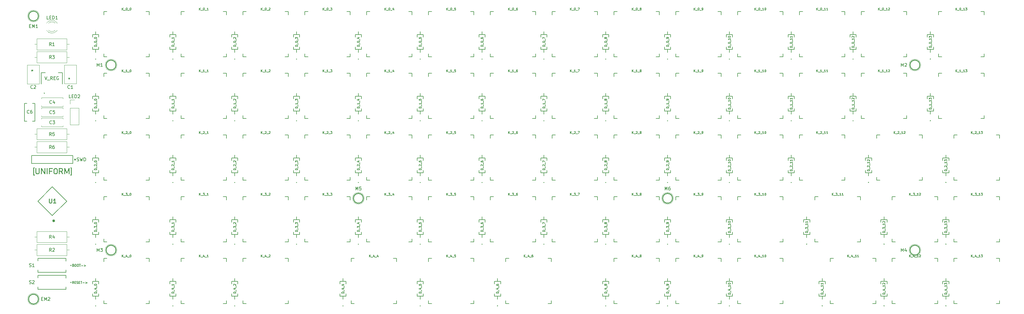
<source format=gto>
%TF.GenerationSoftware,KiCad,Pcbnew,(6.0.2)*%
%TF.CreationDate,2022-02-19T03:38:45-07:00*%
%TF.ProjectId,Uniform,556e6966-6f72-46d2-9e6b-696361645f70,rev?*%
%TF.SameCoordinates,Original*%
%TF.FileFunction,Legend,Top*%
%TF.FilePolarity,Positive*%
%FSLAX46Y46*%
G04 Gerber Fmt 4.6, Leading zero omitted, Abs format (unit mm)*
G04 Created by KiCad (PCBNEW (6.0.2)) date 2022-02-19 03:38:45*
%MOMM*%
%LPD*%
G01*
G04 APERTURE LIST*
%ADD10C,0.150000*%
%ADD11C,0.254000*%
%ADD12C,0.250000*%
%ADD13C,0.120000*%
%ADD14C,0.127000*%
%ADD15C,0.300000*%
%ADD16C,0.200000*%
%ADD17C,0.400000*%
G04 APERTURE END LIST*
D10*
X55179166Y-191316666D02*
X54945833Y-190983333D01*
X54779166Y-191316666D02*
X54779166Y-190616666D01*
X55045833Y-190616666D01*
X55112500Y-190650000D01*
X55145833Y-190683333D01*
X55179166Y-190750000D01*
X55179166Y-190850000D01*
X55145833Y-190916666D01*
X55112500Y-190950000D01*
X55045833Y-190983333D01*
X54779166Y-190983333D01*
X55479166Y-190950000D02*
X55712500Y-190950000D01*
X55812500Y-191316666D02*
X55479166Y-191316666D01*
X55479166Y-190616666D01*
X55812500Y-190616666D01*
X56079166Y-191283333D02*
X56179166Y-191316666D01*
X56345833Y-191316666D01*
X56412500Y-191283333D01*
X56445833Y-191250000D01*
X56479166Y-191183333D01*
X56479166Y-191116666D01*
X56445833Y-191050000D01*
X56412500Y-191016666D01*
X56345833Y-190983333D01*
X56212500Y-190950000D01*
X56145833Y-190916666D01*
X56112500Y-190883333D01*
X56079166Y-190816666D01*
X56079166Y-190750000D01*
X56112500Y-190683333D01*
X56145833Y-190650000D01*
X56212500Y-190616666D01*
X56379166Y-190616666D01*
X56479166Y-190650000D01*
X56779166Y-190950000D02*
X57012500Y-190950000D01*
X57112500Y-191316666D02*
X56779166Y-191316666D01*
X56779166Y-190616666D01*
X57112500Y-190616666D01*
X57312500Y-190616666D02*
X57712500Y-190616666D01*
X57512500Y-191316666D02*
X57512500Y-190616666D01*
X57945833Y-191050000D02*
X58479166Y-191050000D01*
X58812500Y-190850000D02*
X59345833Y-191050000D01*
X58812500Y-191250000D01*
X55045833Y-185650000D02*
X55145833Y-185683333D01*
X55179166Y-185716666D01*
X55212500Y-185783333D01*
X55212500Y-185883333D01*
X55179166Y-185950000D01*
X55145833Y-185983333D01*
X55079166Y-186016666D01*
X54812500Y-186016666D01*
X54812500Y-185316666D01*
X55045833Y-185316666D01*
X55112500Y-185350000D01*
X55145833Y-185383333D01*
X55179166Y-185450000D01*
X55179166Y-185516666D01*
X55145833Y-185583333D01*
X55112500Y-185616666D01*
X55045833Y-185650000D01*
X54812500Y-185650000D01*
X55645833Y-185316666D02*
X55779166Y-185316666D01*
X55845833Y-185350000D01*
X55912500Y-185416666D01*
X55945833Y-185550000D01*
X55945833Y-185783333D01*
X55912500Y-185916666D01*
X55845833Y-185983333D01*
X55779166Y-186016666D01*
X55645833Y-186016666D01*
X55579166Y-185983333D01*
X55512500Y-185916666D01*
X55479166Y-185783333D01*
X55479166Y-185550000D01*
X55512500Y-185416666D01*
X55579166Y-185350000D01*
X55645833Y-185316666D01*
X56379166Y-185316666D02*
X56512500Y-185316666D01*
X56579166Y-185350000D01*
X56645833Y-185416666D01*
X56679166Y-185550000D01*
X56679166Y-185783333D01*
X56645833Y-185916666D01*
X56579166Y-185983333D01*
X56512500Y-186016666D01*
X56379166Y-186016666D01*
X56312500Y-185983333D01*
X56245833Y-185916666D01*
X56212500Y-185783333D01*
X56212500Y-185550000D01*
X56245833Y-185416666D01*
X56312500Y-185350000D01*
X56379166Y-185316666D01*
X56879166Y-185316666D02*
X57279166Y-185316666D01*
X57079166Y-186016666D02*
X57079166Y-185316666D01*
X57512500Y-185750000D02*
X58045833Y-185750000D01*
X58379166Y-185550000D02*
X58912500Y-185750000D01*
X58379166Y-185950000D01*
%TO.C,M6*%
X237315476Y-162427630D02*
X237315476Y-161427630D01*
X237648809Y-162141916D01*
X237982142Y-161427630D01*
X237982142Y-162427630D01*
X238886904Y-161427630D02*
X238696428Y-161427630D01*
X238601190Y-161475250D01*
X238553571Y-161522869D01*
X238458333Y-161665726D01*
X238410714Y-161856202D01*
X238410714Y-162237154D01*
X238458333Y-162332392D01*
X238505952Y-162380011D01*
X238601190Y-162427630D01*
X238791666Y-162427630D01*
X238886904Y-162380011D01*
X238934523Y-162332392D01*
X238982142Y-162237154D01*
X238982142Y-161999059D01*
X238934523Y-161903821D01*
X238886904Y-161856202D01*
X238791666Y-161808583D01*
X238601190Y-161808583D01*
X238505952Y-161856202D01*
X238458333Y-161903821D01*
X238410714Y-161999059D01*
%TO.C,M5*%
X142065476Y-162427630D02*
X142065476Y-161427630D01*
X142398809Y-162141916D01*
X142732142Y-161427630D01*
X142732142Y-162427630D01*
X143684523Y-161427630D02*
X143208333Y-161427630D01*
X143160714Y-161903821D01*
X143208333Y-161856202D01*
X143303571Y-161808583D01*
X143541666Y-161808583D01*
X143636904Y-161856202D01*
X143684523Y-161903821D01*
X143732142Y-161999059D01*
X143732142Y-162237154D01*
X143684523Y-162332392D01*
X143636904Y-162380011D01*
X143541666Y-162427630D01*
X143303571Y-162427630D01*
X143208333Y-162380011D01*
X143160714Y-162332392D01*
%TO.C,M2*%
X310115476Y-124277380D02*
X310115476Y-123277380D01*
X310448809Y-123991666D01*
X310782142Y-123277380D01*
X310782142Y-124277380D01*
X311210714Y-123372619D02*
X311258333Y-123325000D01*
X311353571Y-123277380D01*
X311591666Y-123277380D01*
X311686904Y-123325000D01*
X311734523Y-123372619D01*
X311782142Y-123467857D01*
X311782142Y-123563095D01*
X311734523Y-123705952D01*
X311163095Y-124277380D01*
X311782142Y-124277380D01*
%TO.C,M3*%
X62365476Y-181427380D02*
X62365476Y-180427380D01*
X62698809Y-181141666D01*
X63032142Y-180427380D01*
X63032142Y-181427380D01*
X63413095Y-180427380D02*
X64032142Y-180427380D01*
X63698809Y-180808333D01*
X63841666Y-180808333D01*
X63936904Y-180855952D01*
X63984523Y-180903571D01*
X64032142Y-180998809D01*
X64032142Y-181236904D01*
X63984523Y-181332142D01*
X63936904Y-181379761D01*
X63841666Y-181427380D01*
X63555952Y-181427380D01*
X63460714Y-181379761D01*
X63413095Y-181332142D01*
%TO.C,M1*%
X62365476Y-124277380D02*
X62365476Y-123277380D01*
X62698809Y-123991666D01*
X63032142Y-123277380D01*
X63032142Y-124277380D01*
X64032142Y-124277380D02*
X63460714Y-124277380D01*
X63746428Y-124277380D02*
X63746428Y-123277380D01*
X63651190Y-123420238D01*
X63555952Y-123515476D01*
X63460714Y-123563095D01*
%TO.C,M4*%
X310115476Y-181427380D02*
X310115476Y-180427380D01*
X310448809Y-181141666D01*
X310782142Y-180427380D01*
X310782142Y-181427380D01*
X311686904Y-180760714D02*
X311686904Y-181427380D01*
X311448809Y-180379761D02*
X311210714Y-181094047D01*
X311829761Y-181094047D01*
%TO.C,C1*%
X53945833Y-131007142D02*
X53898214Y-131054761D01*
X53755357Y-131102380D01*
X53660119Y-131102380D01*
X53517261Y-131054761D01*
X53422023Y-130959523D01*
X53374404Y-130864285D01*
X53326785Y-130673809D01*
X53326785Y-130530952D01*
X53374404Y-130340476D01*
X53422023Y-130245238D01*
X53517261Y-130150000D01*
X53660119Y-130102380D01*
X53755357Y-130102380D01*
X53898214Y-130150000D01*
X53945833Y-130197619D01*
X54898214Y-131102380D02*
X54326785Y-131102380D01*
X54612500Y-131102380D02*
X54612500Y-130102380D01*
X54517261Y-130245238D01*
X54422023Y-130340476D01*
X54326785Y-130388095D01*
X53564880Y-127975000D02*
X53802976Y-127975000D01*
X53707738Y-128213095D02*
X53802976Y-127975000D01*
X53707738Y-127736904D01*
X53993452Y-128117857D02*
X53802976Y-127975000D01*
X53993452Y-127832142D01*
%TO.C,C2*%
X42545833Y-131007142D02*
X42498214Y-131054761D01*
X42355357Y-131102380D01*
X42260119Y-131102380D01*
X42117261Y-131054761D01*
X42022023Y-130959523D01*
X41974404Y-130864285D01*
X41926785Y-130673809D01*
X41926785Y-130530952D01*
X41974404Y-130340476D01*
X42022023Y-130245238D01*
X42117261Y-130150000D01*
X42260119Y-130102380D01*
X42355357Y-130102380D01*
X42498214Y-130150000D01*
X42545833Y-130197619D01*
X42926785Y-130197619D02*
X42974404Y-130150000D01*
X43069642Y-130102380D01*
X43307738Y-130102380D01*
X43402976Y-130150000D01*
X43450595Y-130197619D01*
X43498214Y-130292857D01*
X43498214Y-130388095D01*
X43450595Y-130530952D01*
X42879166Y-131102380D01*
X43498214Y-131102380D01*
X42152380Y-125487500D02*
X42390476Y-125487500D01*
X42295238Y-125725595D02*
X42390476Y-125487500D01*
X42295238Y-125249404D01*
X42580952Y-125630357D02*
X42390476Y-125487500D01*
X42580952Y-125344642D01*
%TO.C,C3*%
X48383333Y-141907142D02*
X48335714Y-141954761D01*
X48192857Y-142002380D01*
X48097619Y-142002380D01*
X47954761Y-141954761D01*
X47859523Y-141859523D01*
X47811904Y-141764285D01*
X47764285Y-141573809D01*
X47764285Y-141430952D01*
X47811904Y-141240476D01*
X47859523Y-141145238D01*
X47954761Y-141050000D01*
X48097619Y-141002380D01*
X48192857Y-141002380D01*
X48335714Y-141050000D01*
X48383333Y-141097619D01*
X48716666Y-141002380D02*
X49335714Y-141002380D01*
X49002380Y-141383333D01*
X49145238Y-141383333D01*
X49240476Y-141430952D01*
X49288095Y-141478571D01*
X49335714Y-141573809D01*
X49335714Y-141811904D01*
X49288095Y-141907142D01*
X49240476Y-141954761D01*
X49145238Y-142002380D01*
X48859523Y-142002380D01*
X48764285Y-141954761D01*
X48716666Y-141907142D01*
%TO.C,C4*%
X48383333Y-135657142D02*
X48335714Y-135704761D01*
X48192857Y-135752380D01*
X48097619Y-135752380D01*
X47954761Y-135704761D01*
X47859523Y-135609523D01*
X47811904Y-135514285D01*
X47764285Y-135323809D01*
X47764285Y-135180952D01*
X47811904Y-134990476D01*
X47859523Y-134895238D01*
X47954761Y-134800000D01*
X48097619Y-134752380D01*
X48192857Y-134752380D01*
X48335714Y-134800000D01*
X48383333Y-134847619D01*
X49240476Y-135085714D02*
X49240476Y-135752380D01*
X49002380Y-134704761D02*
X48764285Y-135419047D01*
X49383333Y-135419047D01*
%TO.C,C5*%
X48383333Y-138757142D02*
X48335714Y-138804761D01*
X48192857Y-138852380D01*
X48097619Y-138852380D01*
X47954761Y-138804761D01*
X47859523Y-138709523D01*
X47811904Y-138614285D01*
X47764285Y-138423809D01*
X47764285Y-138280952D01*
X47811904Y-138090476D01*
X47859523Y-137995238D01*
X47954761Y-137900000D01*
X48097619Y-137852380D01*
X48192857Y-137852380D01*
X48335714Y-137900000D01*
X48383333Y-137947619D01*
X49288095Y-137852380D02*
X48811904Y-137852380D01*
X48764285Y-138328571D01*
X48811904Y-138280952D01*
X48907142Y-138233333D01*
X49145238Y-138233333D01*
X49240476Y-138280952D01*
X49288095Y-138328571D01*
X49335714Y-138423809D01*
X49335714Y-138661904D01*
X49288095Y-138757142D01*
X49240476Y-138804761D01*
X49145238Y-138852380D01*
X48907142Y-138852380D01*
X48811904Y-138804761D01*
X48764285Y-138757142D01*
%TO.C,C6*%
X41445833Y-138657142D02*
X41398214Y-138704761D01*
X41255357Y-138752380D01*
X41160119Y-138752380D01*
X41017261Y-138704761D01*
X40922023Y-138609523D01*
X40874404Y-138514285D01*
X40826785Y-138323809D01*
X40826785Y-138180952D01*
X40874404Y-137990476D01*
X40922023Y-137895238D01*
X41017261Y-137800000D01*
X41160119Y-137752380D01*
X41255357Y-137752380D01*
X41398214Y-137800000D01*
X41445833Y-137847619D01*
X42302976Y-137752380D02*
X42112500Y-137752380D01*
X42017261Y-137800000D01*
X41969642Y-137847619D01*
X41874404Y-137990476D01*
X41826785Y-138180952D01*
X41826785Y-138561904D01*
X41874404Y-138657142D01*
X41922023Y-138704761D01*
X42017261Y-138752380D01*
X42207738Y-138752380D01*
X42302976Y-138704761D01*
X42350595Y-138657142D01*
X42398214Y-138561904D01*
X42398214Y-138323809D01*
X42350595Y-138228571D01*
X42302976Y-138180952D01*
X42207738Y-138133333D01*
X42017261Y-138133333D01*
X41922023Y-138180952D01*
X41874404Y-138228571D01*
X41826785Y-138323809D01*
%TO.C,SWD*%
X56180357Y-153404761D02*
X56323214Y-153452380D01*
X56561309Y-153452380D01*
X56656547Y-153404761D01*
X56704166Y-153357142D01*
X56751785Y-153261904D01*
X56751785Y-153166666D01*
X56704166Y-153071428D01*
X56656547Y-153023809D01*
X56561309Y-152976190D01*
X56370833Y-152928571D01*
X56275595Y-152880952D01*
X56227976Y-152833333D01*
X56180357Y-152738095D01*
X56180357Y-152642857D01*
X56227976Y-152547619D01*
X56275595Y-152500000D01*
X56370833Y-152452380D01*
X56608928Y-152452380D01*
X56751785Y-152500000D01*
X57085119Y-152452380D02*
X57323214Y-153452380D01*
X57513690Y-152738095D01*
X57704166Y-153452380D01*
X57942261Y-152452380D01*
X58323214Y-153452380D02*
X58323214Y-152452380D01*
X58561309Y-152452380D01*
X58704166Y-152500000D01*
X58799404Y-152595238D01*
X58847023Y-152690476D01*
X58894642Y-152880952D01*
X58894642Y-153023809D01*
X58847023Y-153214285D01*
X58799404Y-153309523D01*
X58704166Y-153404761D01*
X58561309Y-153452380D01*
X58323214Y-153452380D01*
%TO.C,LED2*%
X54293452Y-133997380D02*
X53817261Y-133997380D01*
X53817261Y-132997380D01*
X54626785Y-133473571D02*
X54960119Y-133473571D01*
X55102976Y-133997380D02*
X54626785Y-133997380D01*
X54626785Y-132997380D01*
X55102976Y-132997380D01*
X55531547Y-133997380D02*
X55531547Y-132997380D01*
X55769642Y-132997380D01*
X55912500Y-133045000D01*
X56007738Y-133140238D01*
X56055357Y-133235476D01*
X56102976Y-133425952D01*
X56102976Y-133568809D01*
X56055357Y-133759285D01*
X56007738Y-133854523D01*
X55912500Y-133949761D01*
X55769642Y-133997380D01*
X55531547Y-133997380D01*
X56483928Y-133092619D02*
X56531547Y-133045000D01*
X56626785Y-132997380D01*
X56864880Y-132997380D01*
X56960119Y-133045000D01*
X57007738Y-133092619D01*
X57055357Y-133187857D01*
X57055357Y-133283095D01*
X57007738Y-133425952D01*
X56436309Y-133997380D01*
X57055357Y-133997380D01*
%TO.C,D_0_0*%
X62229166Y-118064583D02*
X61529166Y-118064583D01*
X61529166Y-117897916D01*
X61562500Y-117797916D01*
X61629166Y-117731250D01*
X61695833Y-117697916D01*
X61829166Y-117664583D01*
X61929166Y-117664583D01*
X62062500Y-117697916D01*
X62129166Y-117731250D01*
X62195833Y-117797916D01*
X62229166Y-117897916D01*
X62229166Y-118064583D01*
X62295833Y-117531250D02*
X62295833Y-116997916D01*
X61529166Y-116697916D02*
X61529166Y-116631250D01*
X61562500Y-116564583D01*
X61595833Y-116531250D01*
X61662500Y-116497916D01*
X61795833Y-116464583D01*
X61962500Y-116464583D01*
X62095833Y-116497916D01*
X62162500Y-116531250D01*
X62195833Y-116564583D01*
X62229166Y-116631250D01*
X62229166Y-116697916D01*
X62195833Y-116764583D01*
X62162500Y-116797916D01*
X62095833Y-116831250D01*
X61962500Y-116864583D01*
X61795833Y-116864583D01*
X61662500Y-116831250D01*
X61595833Y-116797916D01*
X61562500Y-116764583D01*
X61529166Y-116697916D01*
X62295833Y-116331250D02*
X62295833Y-115797916D01*
X61529166Y-115497916D02*
X61529166Y-115431250D01*
X61562500Y-115364583D01*
X61595833Y-115331250D01*
X61662500Y-115297916D01*
X61795833Y-115264583D01*
X61962500Y-115264583D01*
X62095833Y-115297916D01*
X62162500Y-115331250D01*
X62195833Y-115364583D01*
X62229166Y-115431250D01*
X62229166Y-115497916D01*
X62195833Y-115564583D01*
X62162500Y-115597916D01*
X62095833Y-115631250D01*
X61962500Y-115664583D01*
X61795833Y-115664583D01*
X61662500Y-115631250D01*
X61595833Y-115597916D01*
X61562500Y-115564583D01*
X61529166Y-115497916D01*
%TO.C,D_0_1*%
X86041666Y-118064583D02*
X85341666Y-118064583D01*
X85341666Y-117897916D01*
X85375000Y-117797916D01*
X85441666Y-117731250D01*
X85508333Y-117697916D01*
X85641666Y-117664583D01*
X85741666Y-117664583D01*
X85875000Y-117697916D01*
X85941666Y-117731250D01*
X86008333Y-117797916D01*
X86041666Y-117897916D01*
X86041666Y-118064583D01*
X86108333Y-117531250D02*
X86108333Y-116997916D01*
X85341666Y-116697916D02*
X85341666Y-116631250D01*
X85375000Y-116564583D01*
X85408333Y-116531250D01*
X85475000Y-116497916D01*
X85608333Y-116464583D01*
X85775000Y-116464583D01*
X85908333Y-116497916D01*
X85975000Y-116531250D01*
X86008333Y-116564583D01*
X86041666Y-116631250D01*
X86041666Y-116697916D01*
X86008333Y-116764583D01*
X85975000Y-116797916D01*
X85908333Y-116831250D01*
X85775000Y-116864583D01*
X85608333Y-116864583D01*
X85475000Y-116831250D01*
X85408333Y-116797916D01*
X85375000Y-116764583D01*
X85341666Y-116697916D01*
X86108333Y-116331250D02*
X86108333Y-115797916D01*
X86041666Y-115264583D02*
X86041666Y-115664583D01*
X86041666Y-115464583D02*
X85341666Y-115464583D01*
X85441666Y-115531250D01*
X85508333Y-115597916D01*
X85541666Y-115664583D01*
%TO.C,D_0_2*%
X105091666Y-118064583D02*
X104391666Y-118064583D01*
X104391666Y-117897916D01*
X104425000Y-117797916D01*
X104491666Y-117731250D01*
X104558333Y-117697916D01*
X104691666Y-117664583D01*
X104791666Y-117664583D01*
X104925000Y-117697916D01*
X104991666Y-117731250D01*
X105058333Y-117797916D01*
X105091666Y-117897916D01*
X105091666Y-118064583D01*
X105158333Y-117531250D02*
X105158333Y-116997916D01*
X104391666Y-116697916D02*
X104391666Y-116631250D01*
X104425000Y-116564583D01*
X104458333Y-116531250D01*
X104525000Y-116497916D01*
X104658333Y-116464583D01*
X104825000Y-116464583D01*
X104958333Y-116497916D01*
X105025000Y-116531250D01*
X105058333Y-116564583D01*
X105091666Y-116631250D01*
X105091666Y-116697916D01*
X105058333Y-116764583D01*
X105025000Y-116797916D01*
X104958333Y-116831250D01*
X104825000Y-116864583D01*
X104658333Y-116864583D01*
X104525000Y-116831250D01*
X104458333Y-116797916D01*
X104425000Y-116764583D01*
X104391666Y-116697916D01*
X105158333Y-116331250D02*
X105158333Y-115797916D01*
X104458333Y-115664583D02*
X104425000Y-115631250D01*
X104391666Y-115564583D01*
X104391666Y-115397916D01*
X104425000Y-115331250D01*
X104458333Y-115297916D01*
X104525000Y-115264583D01*
X104591666Y-115264583D01*
X104691666Y-115297916D01*
X105091666Y-115697916D01*
X105091666Y-115264583D01*
%TO.C,D_0_3*%
X124141666Y-118064583D02*
X123441666Y-118064583D01*
X123441666Y-117897916D01*
X123475000Y-117797916D01*
X123541666Y-117731250D01*
X123608333Y-117697916D01*
X123741666Y-117664583D01*
X123841666Y-117664583D01*
X123975000Y-117697916D01*
X124041666Y-117731250D01*
X124108333Y-117797916D01*
X124141666Y-117897916D01*
X124141666Y-118064583D01*
X124208333Y-117531250D02*
X124208333Y-116997916D01*
X123441666Y-116697916D02*
X123441666Y-116631250D01*
X123475000Y-116564583D01*
X123508333Y-116531250D01*
X123575000Y-116497916D01*
X123708333Y-116464583D01*
X123875000Y-116464583D01*
X124008333Y-116497916D01*
X124075000Y-116531250D01*
X124108333Y-116564583D01*
X124141666Y-116631250D01*
X124141666Y-116697916D01*
X124108333Y-116764583D01*
X124075000Y-116797916D01*
X124008333Y-116831250D01*
X123875000Y-116864583D01*
X123708333Y-116864583D01*
X123575000Y-116831250D01*
X123508333Y-116797916D01*
X123475000Y-116764583D01*
X123441666Y-116697916D01*
X124208333Y-116331250D02*
X124208333Y-115797916D01*
X123441666Y-115697916D02*
X123441666Y-115264583D01*
X123708333Y-115497916D01*
X123708333Y-115397916D01*
X123741666Y-115331250D01*
X123775000Y-115297916D01*
X123841666Y-115264583D01*
X124008333Y-115264583D01*
X124075000Y-115297916D01*
X124108333Y-115331250D01*
X124141666Y-115397916D01*
X124141666Y-115597916D01*
X124108333Y-115664583D01*
X124075000Y-115697916D01*
%TO.C,D_0_4*%
X143191666Y-118064583D02*
X142491666Y-118064583D01*
X142491666Y-117897916D01*
X142525000Y-117797916D01*
X142591666Y-117731250D01*
X142658333Y-117697916D01*
X142791666Y-117664583D01*
X142891666Y-117664583D01*
X143025000Y-117697916D01*
X143091666Y-117731250D01*
X143158333Y-117797916D01*
X143191666Y-117897916D01*
X143191666Y-118064583D01*
X143258333Y-117531250D02*
X143258333Y-116997916D01*
X142491666Y-116697916D02*
X142491666Y-116631250D01*
X142525000Y-116564583D01*
X142558333Y-116531250D01*
X142625000Y-116497916D01*
X142758333Y-116464583D01*
X142925000Y-116464583D01*
X143058333Y-116497916D01*
X143125000Y-116531250D01*
X143158333Y-116564583D01*
X143191666Y-116631250D01*
X143191666Y-116697916D01*
X143158333Y-116764583D01*
X143125000Y-116797916D01*
X143058333Y-116831250D01*
X142925000Y-116864583D01*
X142758333Y-116864583D01*
X142625000Y-116831250D01*
X142558333Y-116797916D01*
X142525000Y-116764583D01*
X142491666Y-116697916D01*
X143258333Y-116331250D02*
X143258333Y-115797916D01*
X142725000Y-115331250D02*
X143191666Y-115331250D01*
X142458333Y-115497916D02*
X142958333Y-115664583D01*
X142958333Y-115231250D01*
%TO.C,D_0_5*%
X162241666Y-118064583D02*
X161541666Y-118064583D01*
X161541666Y-117897916D01*
X161575000Y-117797916D01*
X161641666Y-117731250D01*
X161708333Y-117697916D01*
X161841666Y-117664583D01*
X161941666Y-117664583D01*
X162075000Y-117697916D01*
X162141666Y-117731250D01*
X162208333Y-117797916D01*
X162241666Y-117897916D01*
X162241666Y-118064583D01*
X162308333Y-117531250D02*
X162308333Y-116997916D01*
X161541666Y-116697916D02*
X161541666Y-116631250D01*
X161575000Y-116564583D01*
X161608333Y-116531250D01*
X161675000Y-116497916D01*
X161808333Y-116464583D01*
X161975000Y-116464583D01*
X162108333Y-116497916D01*
X162175000Y-116531250D01*
X162208333Y-116564583D01*
X162241666Y-116631250D01*
X162241666Y-116697916D01*
X162208333Y-116764583D01*
X162175000Y-116797916D01*
X162108333Y-116831250D01*
X161975000Y-116864583D01*
X161808333Y-116864583D01*
X161675000Y-116831250D01*
X161608333Y-116797916D01*
X161575000Y-116764583D01*
X161541666Y-116697916D01*
X162308333Y-116331250D02*
X162308333Y-115797916D01*
X161541666Y-115297916D02*
X161541666Y-115631250D01*
X161875000Y-115664583D01*
X161841666Y-115631250D01*
X161808333Y-115564583D01*
X161808333Y-115397916D01*
X161841666Y-115331250D01*
X161875000Y-115297916D01*
X161941666Y-115264583D01*
X162108333Y-115264583D01*
X162175000Y-115297916D01*
X162208333Y-115331250D01*
X162241666Y-115397916D01*
X162241666Y-115564583D01*
X162208333Y-115631250D01*
X162175000Y-115664583D01*
%TO.C,D_0_6*%
X181291666Y-118064583D02*
X180591666Y-118064583D01*
X180591666Y-117897916D01*
X180625000Y-117797916D01*
X180691666Y-117731250D01*
X180758333Y-117697916D01*
X180891666Y-117664583D01*
X180991666Y-117664583D01*
X181125000Y-117697916D01*
X181191666Y-117731250D01*
X181258333Y-117797916D01*
X181291666Y-117897916D01*
X181291666Y-118064583D01*
X181358333Y-117531250D02*
X181358333Y-116997916D01*
X180591666Y-116697916D02*
X180591666Y-116631250D01*
X180625000Y-116564583D01*
X180658333Y-116531250D01*
X180725000Y-116497916D01*
X180858333Y-116464583D01*
X181025000Y-116464583D01*
X181158333Y-116497916D01*
X181225000Y-116531250D01*
X181258333Y-116564583D01*
X181291666Y-116631250D01*
X181291666Y-116697916D01*
X181258333Y-116764583D01*
X181225000Y-116797916D01*
X181158333Y-116831250D01*
X181025000Y-116864583D01*
X180858333Y-116864583D01*
X180725000Y-116831250D01*
X180658333Y-116797916D01*
X180625000Y-116764583D01*
X180591666Y-116697916D01*
X181358333Y-116331250D02*
X181358333Y-115797916D01*
X180591666Y-115331250D02*
X180591666Y-115464583D01*
X180625000Y-115531250D01*
X180658333Y-115564583D01*
X180758333Y-115631250D01*
X180891666Y-115664583D01*
X181158333Y-115664583D01*
X181225000Y-115631250D01*
X181258333Y-115597916D01*
X181291666Y-115531250D01*
X181291666Y-115397916D01*
X181258333Y-115331250D01*
X181225000Y-115297916D01*
X181158333Y-115264583D01*
X180991666Y-115264583D01*
X180925000Y-115297916D01*
X180891666Y-115331250D01*
X180858333Y-115397916D01*
X180858333Y-115531250D01*
X180891666Y-115597916D01*
X180925000Y-115631250D01*
X180991666Y-115664583D01*
%TO.C,D_0_7*%
X200341666Y-118064583D02*
X199641666Y-118064583D01*
X199641666Y-117897916D01*
X199675000Y-117797916D01*
X199741666Y-117731250D01*
X199808333Y-117697916D01*
X199941666Y-117664583D01*
X200041666Y-117664583D01*
X200175000Y-117697916D01*
X200241666Y-117731250D01*
X200308333Y-117797916D01*
X200341666Y-117897916D01*
X200341666Y-118064583D01*
X200408333Y-117531250D02*
X200408333Y-116997916D01*
X199641666Y-116697916D02*
X199641666Y-116631250D01*
X199675000Y-116564583D01*
X199708333Y-116531250D01*
X199775000Y-116497916D01*
X199908333Y-116464583D01*
X200075000Y-116464583D01*
X200208333Y-116497916D01*
X200275000Y-116531250D01*
X200308333Y-116564583D01*
X200341666Y-116631250D01*
X200341666Y-116697916D01*
X200308333Y-116764583D01*
X200275000Y-116797916D01*
X200208333Y-116831250D01*
X200075000Y-116864583D01*
X199908333Y-116864583D01*
X199775000Y-116831250D01*
X199708333Y-116797916D01*
X199675000Y-116764583D01*
X199641666Y-116697916D01*
X200408333Y-116331250D02*
X200408333Y-115797916D01*
X199641666Y-115697916D02*
X199641666Y-115231250D01*
X200341666Y-115531250D01*
%TO.C,D_0_8*%
X219391666Y-118064583D02*
X218691666Y-118064583D01*
X218691666Y-117897916D01*
X218725000Y-117797916D01*
X218791666Y-117731250D01*
X218858333Y-117697916D01*
X218991666Y-117664583D01*
X219091666Y-117664583D01*
X219225000Y-117697916D01*
X219291666Y-117731250D01*
X219358333Y-117797916D01*
X219391666Y-117897916D01*
X219391666Y-118064583D01*
X219458333Y-117531250D02*
X219458333Y-116997916D01*
X218691666Y-116697916D02*
X218691666Y-116631250D01*
X218725000Y-116564583D01*
X218758333Y-116531250D01*
X218825000Y-116497916D01*
X218958333Y-116464583D01*
X219125000Y-116464583D01*
X219258333Y-116497916D01*
X219325000Y-116531250D01*
X219358333Y-116564583D01*
X219391666Y-116631250D01*
X219391666Y-116697916D01*
X219358333Y-116764583D01*
X219325000Y-116797916D01*
X219258333Y-116831250D01*
X219125000Y-116864583D01*
X218958333Y-116864583D01*
X218825000Y-116831250D01*
X218758333Y-116797916D01*
X218725000Y-116764583D01*
X218691666Y-116697916D01*
X219458333Y-116331250D02*
X219458333Y-115797916D01*
X218991666Y-115531250D02*
X218958333Y-115597916D01*
X218925000Y-115631250D01*
X218858333Y-115664583D01*
X218825000Y-115664583D01*
X218758333Y-115631250D01*
X218725000Y-115597916D01*
X218691666Y-115531250D01*
X218691666Y-115397916D01*
X218725000Y-115331250D01*
X218758333Y-115297916D01*
X218825000Y-115264583D01*
X218858333Y-115264583D01*
X218925000Y-115297916D01*
X218958333Y-115331250D01*
X218991666Y-115397916D01*
X218991666Y-115531250D01*
X219025000Y-115597916D01*
X219058333Y-115631250D01*
X219125000Y-115664583D01*
X219258333Y-115664583D01*
X219325000Y-115631250D01*
X219358333Y-115597916D01*
X219391666Y-115531250D01*
X219391666Y-115397916D01*
X219358333Y-115331250D01*
X219325000Y-115297916D01*
X219258333Y-115264583D01*
X219125000Y-115264583D01*
X219058333Y-115297916D01*
X219025000Y-115331250D01*
X218991666Y-115397916D01*
%TO.C,D_0_9*%
X238441666Y-118064583D02*
X237741666Y-118064583D01*
X237741666Y-117897916D01*
X237775000Y-117797916D01*
X237841666Y-117731250D01*
X237908333Y-117697916D01*
X238041666Y-117664583D01*
X238141666Y-117664583D01*
X238275000Y-117697916D01*
X238341666Y-117731250D01*
X238408333Y-117797916D01*
X238441666Y-117897916D01*
X238441666Y-118064583D01*
X238508333Y-117531250D02*
X238508333Y-116997916D01*
X237741666Y-116697916D02*
X237741666Y-116631250D01*
X237775000Y-116564583D01*
X237808333Y-116531250D01*
X237875000Y-116497916D01*
X238008333Y-116464583D01*
X238175000Y-116464583D01*
X238308333Y-116497916D01*
X238375000Y-116531250D01*
X238408333Y-116564583D01*
X238441666Y-116631250D01*
X238441666Y-116697916D01*
X238408333Y-116764583D01*
X238375000Y-116797916D01*
X238308333Y-116831250D01*
X238175000Y-116864583D01*
X238008333Y-116864583D01*
X237875000Y-116831250D01*
X237808333Y-116797916D01*
X237775000Y-116764583D01*
X237741666Y-116697916D01*
X238508333Y-116331250D02*
X238508333Y-115797916D01*
X238441666Y-115597916D02*
X238441666Y-115464583D01*
X238408333Y-115397916D01*
X238375000Y-115364583D01*
X238275000Y-115297916D01*
X238141666Y-115264583D01*
X237875000Y-115264583D01*
X237808333Y-115297916D01*
X237775000Y-115331250D01*
X237741666Y-115397916D01*
X237741666Y-115531250D01*
X237775000Y-115597916D01*
X237808333Y-115631250D01*
X237875000Y-115664583D01*
X238041666Y-115664583D01*
X238108333Y-115631250D01*
X238141666Y-115597916D01*
X238175000Y-115531250D01*
X238175000Y-115397916D01*
X238141666Y-115331250D01*
X238108333Y-115297916D01*
X238041666Y-115264583D01*
%TO.C,D_0_10*%
X257491666Y-118397916D02*
X256791666Y-118397916D01*
X256791666Y-118231250D01*
X256825000Y-118131250D01*
X256891666Y-118064583D01*
X256958333Y-118031250D01*
X257091666Y-117997916D01*
X257191666Y-117997916D01*
X257325000Y-118031250D01*
X257391666Y-118064583D01*
X257458333Y-118131250D01*
X257491666Y-118231250D01*
X257491666Y-118397916D01*
X257558333Y-117864583D02*
X257558333Y-117331250D01*
X256791666Y-117031250D02*
X256791666Y-116964583D01*
X256825000Y-116897916D01*
X256858333Y-116864583D01*
X256925000Y-116831250D01*
X257058333Y-116797916D01*
X257225000Y-116797916D01*
X257358333Y-116831250D01*
X257425000Y-116864583D01*
X257458333Y-116897916D01*
X257491666Y-116964583D01*
X257491666Y-117031250D01*
X257458333Y-117097916D01*
X257425000Y-117131250D01*
X257358333Y-117164583D01*
X257225000Y-117197916D01*
X257058333Y-117197916D01*
X256925000Y-117164583D01*
X256858333Y-117131250D01*
X256825000Y-117097916D01*
X256791666Y-117031250D01*
X257558333Y-116664583D02*
X257558333Y-116131250D01*
X257491666Y-115597916D02*
X257491666Y-115997916D01*
X257491666Y-115797916D02*
X256791666Y-115797916D01*
X256891666Y-115864583D01*
X256958333Y-115931250D01*
X256991666Y-115997916D01*
X256791666Y-115164583D02*
X256791666Y-115097916D01*
X256825000Y-115031250D01*
X256858333Y-114997916D01*
X256925000Y-114964583D01*
X257058333Y-114931250D01*
X257225000Y-114931250D01*
X257358333Y-114964583D01*
X257425000Y-114997916D01*
X257458333Y-115031250D01*
X257491666Y-115097916D01*
X257491666Y-115164583D01*
X257458333Y-115231250D01*
X257425000Y-115264583D01*
X257358333Y-115297916D01*
X257225000Y-115331250D01*
X257058333Y-115331250D01*
X256925000Y-115297916D01*
X256858333Y-115264583D01*
X256825000Y-115231250D01*
X256791666Y-115164583D01*
%TO.C,D_0_11*%
X276541666Y-118397916D02*
X275841666Y-118397916D01*
X275841666Y-118231250D01*
X275875000Y-118131250D01*
X275941666Y-118064583D01*
X276008333Y-118031250D01*
X276141666Y-117997916D01*
X276241666Y-117997916D01*
X276375000Y-118031250D01*
X276441666Y-118064583D01*
X276508333Y-118131250D01*
X276541666Y-118231250D01*
X276541666Y-118397916D01*
X276608333Y-117864583D02*
X276608333Y-117331250D01*
X275841666Y-117031250D02*
X275841666Y-116964583D01*
X275875000Y-116897916D01*
X275908333Y-116864583D01*
X275975000Y-116831250D01*
X276108333Y-116797916D01*
X276275000Y-116797916D01*
X276408333Y-116831250D01*
X276475000Y-116864583D01*
X276508333Y-116897916D01*
X276541666Y-116964583D01*
X276541666Y-117031250D01*
X276508333Y-117097916D01*
X276475000Y-117131250D01*
X276408333Y-117164583D01*
X276275000Y-117197916D01*
X276108333Y-117197916D01*
X275975000Y-117164583D01*
X275908333Y-117131250D01*
X275875000Y-117097916D01*
X275841666Y-117031250D01*
X276608333Y-116664583D02*
X276608333Y-116131250D01*
X276541666Y-115597916D02*
X276541666Y-115997916D01*
X276541666Y-115797916D02*
X275841666Y-115797916D01*
X275941666Y-115864583D01*
X276008333Y-115931250D01*
X276041666Y-115997916D01*
X276541666Y-114931250D02*
X276541666Y-115331250D01*
X276541666Y-115131250D02*
X275841666Y-115131250D01*
X275941666Y-115197916D01*
X276008333Y-115264583D01*
X276041666Y-115331250D01*
%TO.C,D_0_12*%
X295591666Y-118397916D02*
X294891666Y-118397916D01*
X294891666Y-118231250D01*
X294925000Y-118131250D01*
X294991666Y-118064583D01*
X295058333Y-118031250D01*
X295191666Y-117997916D01*
X295291666Y-117997916D01*
X295425000Y-118031250D01*
X295491666Y-118064583D01*
X295558333Y-118131250D01*
X295591666Y-118231250D01*
X295591666Y-118397916D01*
X295658333Y-117864583D02*
X295658333Y-117331250D01*
X294891666Y-117031250D02*
X294891666Y-116964583D01*
X294925000Y-116897916D01*
X294958333Y-116864583D01*
X295025000Y-116831250D01*
X295158333Y-116797916D01*
X295325000Y-116797916D01*
X295458333Y-116831250D01*
X295525000Y-116864583D01*
X295558333Y-116897916D01*
X295591666Y-116964583D01*
X295591666Y-117031250D01*
X295558333Y-117097916D01*
X295525000Y-117131250D01*
X295458333Y-117164583D01*
X295325000Y-117197916D01*
X295158333Y-117197916D01*
X295025000Y-117164583D01*
X294958333Y-117131250D01*
X294925000Y-117097916D01*
X294891666Y-117031250D01*
X295658333Y-116664583D02*
X295658333Y-116131250D01*
X295591666Y-115597916D02*
X295591666Y-115997916D01*
X295591666Y-115797916D02*
X294891666Y-115797916D01*
X294991666Y-115864583D01*
X295058333Y-115931250D01*
X295091666Y-115997916D01*
X294958333Y-115331250D02*
X294925000Y-115297916D01*
X294891666Y-115231250D01*
X294891666Y-115064583D01*
X294925000Y-114997916D01*
X294958333Y-114964583D01*
X295025000Y-114931250D01*
X295091666Y-114931250D01*
X295191666Y-114964583D01*
X295591666Y-115364583D01*
X295591666Y-114931250D01*
%TO.C,D_0_13*%
X319404166Y-118397916D02*
X318704166Y-118397916D01*
X318704166Y-118231250D01*
X318737500Y-118131250D01*
X318804166Y-118064583D01*
X318870833Y-118031250D01*
X319004166Y-117997916D01*
X319104166Y-117997916D01*
X319237500Y-118031250D01*
X319304166Y-118064583D01*
X319370833Y-118131250D01*
X319404166Y-118231250D01*
X319404166Y-118397916D01*
X319470833Y-117864583D02*
X319470833Y-117331250D01*
X318704166Y-117031250D02*
X318704166Y-116964583D01*
X318737500Y-116897916D01*
X318770833Y-116864583D01*
X318837500Y-116831250D01*
X318970833Y-116797916D01*
X319137500Y-116797916D01*
X319270833Y-116831250D01*
X319337500Y-116864583D01*
X319370833Y-116897916D01*
X319404166Y-116964583D01*
X319404166Y-117031250D01*
X319370833Y-117097916D01*
X319337500Y-117131250D01*
X319270833Y-117164583D01*
X319137500Y-117197916D01*
X318970833Y-117197916D01*
X318837500Y-117164583D01*
X318770833Y-117131250D01*
X318737500Y-117097916D01*
X318704166Y-117031250D01*
X319470833Y-116664583D02*
X319470833Y-116131250D01*
X319404166Y-115597916D02*
X319404166Y-115997916D01*
X319404166Y-115797916D02*
X318704166Y-115797916D01*
X318804166Y-115864583D01*
X318870833Y-115931250D01*
X318904166Y-115997916D01*
X318704166Y-115364583D02*
X318704166Y-114931250D01*
X318970833Y-115164583D01*
X318970833Y-115064583D01*
X319004166Y-114997916D01*
X319037500Y-114964583D01*
X319104166Y-114931250D01*
X319270833Y-114931250D01*
X319337500Y-114964583D01*
X319370833Y-114997916D01*
X319404166Y-115064583D01*
X319404166Y-115264583D01*
X319370833Y-115331250D01*
X319337500Y-115364583D01*
%TO.C,D_1_0*%
X62229166Y-137114583D02*
X61529166Y-137114583D01*
X61529166Y-136947916D01*
X61562500Y-136847916D01*
X61629166Y-136781250D01*
X61695833Y-136747916D01*
X61829166Y-136714583D01*
X61929166Y-136714583D01*
X62062500Y-136747916D01*
X62129166Y-136781250D01*
X62195833Y-136847916D01*
X62229166Y-136947916D01*
X62229166Y-137114583D01*
X62295833Y-136581250D02*
X62295833Y-136047916D01*
X62229166Y-135514583D02*
X62229166Y-135914583D01*
X62229166Y-135714583D02*
X61529166Y-135714583D01*
X61629166Y-135781250D01*
X61695833Y-135847916D01*
X61729166Y-135914583D01*
X62295833Y-135381250D02*
X62295833Y-134847916D01*
X61529166Y-134547916D02*
X61529166Y-134481250D01*
X61562500Y-134414583D01*
X61595833Y-134381250D01*
X61662500Y-134347916D01*
X61795833Y-134314583D01*
X61962500Y-134314583D01*
X62095833Y-134347916D01*
X62162500Y-134381250D01*
X62195833Y-134414583D01*
X62229166Y-134481250D01*
X62229166Y-134547916D01*
X62195833Y-134614583D01*
X62162500Y-134647916D01*
X62095833Y-134681250D01*
X61962500Y-134714583D01*
X61795833Y-134714583D01*
X61662500Y-134681250D01*
X61595833Y-134647916D01*
X61562500Y-134614583D01*
X61529166Y-134547916D01*
%TO.C,D_1_1*%
X86041666Y-137114583D02*
X85341666Y-137114583D01*
X85341666Y-136947916D01*
X85375000Y-136847916D01*
X85441666Y-136781250D01*
X85508333Y-136747916D01*
X85641666Y-136714583D01*
X85741666Y-136714583D01*
X85875000Y-136747916D01*
X85941666Y-136781250D01*
X86008333Y-136847916D01*
X86041666Y-136947916D01*
X86041666Y-137114583D01*
X86108333Y-136581250D02*
X86108333Y-136047916D01*
X86041666Y-135514583D02*
X86041666Y-135914583D01*
X86041666Y-135714583D02*
X85341666Y-135714583D01*
X85441666Y-135781250D01*
X85508333Y-135847916D01*
X85541666Y-135914583D01*
X86108333Y-135381250D02*
X86108333Y-134847916D01*
X86041666Y-134314583D02*
X86041666Y-134714583D01*
X86041666Y-134514583D02*
X85341666Y-134514583D01*
X85441666Y-134581250D01*
X85508333Y-134647916D01*
X85541666Y-134714583D01*
%TO.C,D_1_2*%
X105091666Y-137114583D02*
X104391666Y-137114583D01*
X104391666Y-136947916D01*
X104425000Y-136847916D01*
X104491666Y-136781250D01*
X104558333Y-136747916D01*
X104691666Y-136714583D01*
X104791666Y-136714583D01*
X104925000Y-136747916D01*
X104991666Y-136781250D01*
X105058333Y-136847916D01*
X105091666Y-136947916D01*
X105091666Y-137114583D01*
X105158333Y-136581250D02*
X105158333Y-136047916D01*
X105091666Y-135514583D02*
X105091666Y-135914583D01*
X105091666Y-135714583D02*
X104391666Y-135714583D01*
X104491666Y-135781250D01*
X104558333Y-135847916D01*
X104591666Y-135914583D01*
X105158333Y-135381250D02*
X105158333Y-134847916D01*
X104458333Y-134714583D02*
X104425000Y-134681250D01*
X104391666Y-134614583D01*
X104391666Y-134447916D01*
X104425000Y-134381250D01*
X104458333Y-134347916D01*
X104525000Y-134314583D01*
X104591666Y-134314583D01*
X104691666Y-134347916D01*
X105091666Y-134747916D01*
X105091666Y-134314583D01*
%TO.C,D_1_3*%
X124141666Y-137114583D02*
X123441666Y-137114583D01*
X123441666Y-136947916D01*
X123475000Y-136847916D01*
X123541666Y-136781250D01*
X123608333Y-136747916D01*
X123741666Y-136714583D01*
X123841666Y-136714583D01*
X123975000Y-136747916D01*
X124041666Y-136781250D01*
X124108333Y-136847916D01*
X124141666Y-136947916D01*
X124141666Y-137114583D01*
X124208333Y-136581250D02*
X124208333Y-136047916D01*
X124141666Y-135514583D02*
X124141666Y-135914583D01*
X124141666Y-135714583D02*
X123441666Y-135714583D01*
X123541666Y-135781250D01*
X123608333Y-135847916D01*
X123641666Y-135914583D01*
X124208333Y-135381250D02*
X124208333Y-134847916D01*
X123441666Y-134747916D02*
X123441666Y-134314583D01*
X123708333Y-134547916D01*
X123708333Y-134447916D01*
X123741666Y-134381250D01*
X123775000Y-134347916D01*
X123841666Y-134314583D01*
X124008333Y-134314583D01*
X124075000Y-134347916D01*
X124108333Y-134381250D01*
X124141666Y-134447916D01*
X124141666Y-134647916D01*
X124108333Y-134714583D01*
X124075000Y-134747916D01*
%TO.C,D_1_4*%
X143191666Y-137114583D02*
X142491666Y-137114583D01*
X142491666Y-136947916D01*
X142525000Y-136847916D01*
X142591666Y-136781250D01*
X142658333Y-136747916D01*
X142791666Y-136714583D01*
X142891666Y-136714583D01*
X143025000Y-136747916D01*
X143091666Y-136781250D01*
X143158333Y-136847916D01*
X143191666Y-136947916D01*
X143191666Y-137114583D01*
X143258333Y-136581250D02*
X143258333Y-136047916D01*
X143191666Y-135514583D02*
X143191666Y-135914583D01*
X143191666Y-135714583D02*
X142491666Y-135714583D01*
X142591666Y-135781250D01*
X142658333Y-135847916D01*
X142691666Y-135914583D01*
X143258333Y-135381250D02*
X143258333Y-134847916D01*
X142725000Y-134381250D02*
X143191666Y-134381250D01*
X142458333Y-134547916D02*
X142958333Y-134714583D01*
X142958333Y-134281250D01*
%TO.C,D_1_5*%
X162241666Y-137114583D02*
X161541666Y-137114583D01*
X161541666Y-136947916D01*
X161575000Y-136847916D01*
X161641666Y-136781250D01*
X161708333Y-136747916D01*
X161841666Y-136714583D01*
X161941666Y-136714583D01*
X162075000Y-136747916D01*
X162141666Y-136781250D01*
X162208333Y-136847916D01*
X162241666Y-136947916D01*
X162241666Y-137114583D01*
X162308333Y-136581250D02*
X162308333Y-136047916D01*
X162241666Y-135514583D02*
X162241666Y-135914583D01*
X162241666Y-135714583D02*
X161541666Y-135714583D01*
X161641666Y-135781250D01*
X161708333Y-135847916D01*
X161741666Y-135914583D01*
X162308333Y-135381250D02*
X162308333Y-134847916D01*
X161541666Y-134347916D02*
X161541666Y-134681250D01*
X161875000Y-134714583D01*
X161841666Y-134681250D01*
X161808333Y-134614583D01*
X161808333Y-134447916D01*
X161841666Y-134381250D01*
X161875000Y-134347916D01*
X161941666Y-134314583D01*
X162108333Y-134314583D01*
X162175000Y-134347916D01*
X162208333Y-134381250D01*
X162241666Y-134447916D01*
X162241666Y-134614583D01*
X162208333Y-134681250D01*
X162175000Y-134714583D01*
%TO.C,D_1_6*%
X181291666Y-137114583D02*
X180591666Y-137114583D01*
X180591666Y-136947916D01*
X180625000Y-136847916D01*
X180691666Y-136781250D01*
X180758333Y-136747916D01*
X180891666Y-136714583D01*
X180991666Y-136714583D01*
X181125000Y-136747916D01*
X181191666Y-136781250D01*
X181258333Y-136847916D01*
X181291666Y-136947916D01*
X181291666Y-137114583D01*
X181358333Y-136581250D02*
X181358333Y-136047916D01*
X181291666Y-135514583D02*
X181291666Y-135914583D01*
X181291666Y-135714583D02*
X180591666Y-135714583D01*
X180691666Y-135781250D01*
X180758333Y-135847916D01*
X180791666Y-135914583D01*
X181358333Y-135381250D02*
X181358333Y-134847916D01*
X180591666Y-134381250D02*
X180591666Y-134514583D01*
X180625000Y-134581250D01*
X180658333Y-134614583D01*
X180758333Y-134681250D01*
X180891666Y-134714583D01*
X181158333Y-134714583D01*
X181225000Y-134681250D01*
X181258333Y-134647916D01*
X181291666Y-134581250D01*
X181291666Y-134447916D01*
X181258333Y-134381250D01*
X181225000Y-134347916D01*
X181158333Y-134314583D01*
X180991666Y-134314583D01*
X180925000Y-134347916D01*
X180891666Y-134381250D01*
X180858333Y-134447916D01*
X180858333Y-134581250D01*
X180891666Y-134647916D01*
X180925000Y-134681250D01*
X180991666Y-134714583D01*
%TO.C,D_1_7*%
X200341666Y-137114583D02*
X199641666Y-137114583D01*
X199641666Y-136947916D01*
X199675000Y-136847916D01*
X199741666Y-136781250D01*
X199808333Y-136747916D01*
X199941666Y-136714583D01*
X200041666Y-136714583D01*
X200175000Y-136747916D01*
X200241666Y-136781250D01*
X200308333Y-136847916D01*
X200341666Y-136947916D01*
X200341666Y-137114583D01*
X200408333Y-136581250D02*
X200408333Y-136047916D01*
X200341666Y-135514583D02*
X200341666Y-135914583D01*
X200341666Y-135714583D02*
X199641666Y-135714583D01*
X199741666Y-135781250D01*
X199808333Y-135847916D01*
X199841666Y-135914583D01*
X200408333Y-135381250D02*
X200408333Y-134847916D01*
X199641666Y-134747916D02*
X199641666Y-134281250D01*
X200341666Y-134581250D01*
%TO.C,D_1_8*%
X219391666Y-137114583D02*
X218691666Y-137114583D01*
X218691666Y-136947916D01*
X218725000Y-136847916D01*
X218791666Y-136781250D01*
X218858333Y-136747916D01*
X218991666Y-136714583D01*
X219091666Y-136714583D01*
X219225000Y-136747916D01*
X219291666Y-136781250D01*
X219358333Y-136847916D01*
X219391666Y-136947916D01*
X219391666Y-137114583D01*
X219458333Y-136581250D02*
X219458333Y-136047916D01*
X219391666Y-135514583D02*
X219391666Y-135914583D01*
X219391666Y-135714583D02*
X218691666Y-135714583D01*
X218791666Y-135781250D01*
X218858333Y-135847916D01*
X218891666Y-135914583D01*
X219458333Y-135381250D02*
X219458333Y-134847916D01*
X218991666Y-134581250D02*
X218958333Y-134647916D01*
X218925000Y-134681250D01*
X218858333Y-134714583D01*
X218825000Y-134714583D01*
X218758333Y-134681250D01*
X218725000Y-134647916D01*
X218691666Y-134581250D01*
X218691666Y-134447916D01*
X218725000Y-134381250D01*
X218758333Y-134347916D01*
X218825000Y-134314583D01*
X218858333Y-134314583D01*
X218925000Y-134347916D01*
X218958333Y-134381250D01*
X218991666Y-134447916D01*
X218991666Y-134581250D01*
X219025000Y-134647916D01*
X219058333Y-134681250D01*
X219125000Y-134714583D01*
X219258333Y-134714583D01*
X219325000Y-134681250D01*
X219358333Y-134647916D01*
X219391666Y-134581250D01*
X219391666Y-134447916D01*
X219358333Y-134381250D01*
X219325000Y-134347916D01*
X219258333Y-134314583D01*
X219125000Y-134314583D01*
X219058333Y-134347916D01*
X219025000Y-134381250D01*
X218991666Y-134447916D01*
%TO.C,D_1_9*%
X238441666Y-137114583D02*
X237741666Y-137114583D01*
X237741666Y-136947916D01*
X237775000Y-136847916D01*
X237841666Y-136781250D01*
X237908333Y-136747916D01*
X238041666Y-136714583D01*
X238141666Y-136714583D01*
X238275000Y-136747916D01*
X238341666Y-136781250D01*
X238408333Y-136847916D01*
X238441666Y-136947916D01*
X238441666Y-137114583D01*
X238508333Y-136581250D02*
X238508333Y-136047916D01*
X238441666Y-135514583D02*
X238441666Y-135914583D01*
X238441666Y-135714583D02*
X237741666Y-135714583D01*
X237841666Y-135781250D01*
X237908333Y-135847916D01*
X237941666Y-135914583D01*
X238508333Y-135381250D02*
X238508333Y-134847916D01*
X238441666Y-134647916D02*
X238441666Y-134514583D01*
X238408333Y-134447916D01*
X238375000Y-134414583D01*
X238275000Y-134347916D01*
X238141666Y-134314583D01*
X237875000Y-134314583D01*
X237808333Y-134347916D01*
X237775000Y-134381250D01*
X237741666Y-134447916D01*
X237741666Y-134581250D01*
X237775000Y-134647916D01*
X237808333Y-134681250D01*
X237875000Y-134714583D01*
X238041666Y-134714583D01*
X238108333Y-134681250D01*
X238141666Y-134647916D01*
X238175000Y-134581250D01*
X238175000Y-134447916D01*
X238141666Y-134381250D01*
X238108333Y-134347916D01*
X238041666Y-134314583D01*
%TO.C,D_1_10*%
X257491666Y-137447916D02*
X256791666Y-137447916D01*
X256791666Y-137281250D01*
X256825000Y-137181250D01*
X256891666Y-137114583D01*
X256958333Y-137081250D01*
X257091666Y-137047916D01*
X257191666Y-137047916D01*
X257325000Y-137081250D01*
X257391666Y-137114583D01*
X257458333Y-137181250D01*
X257491666Y-137281250D01*
X257491666Y-137447916D01*
X257558333Y-136914583D02*
X257558333Y-136381250D01*
X257491666Y-135847916D02*
X257491666Y-136247916D01*
X257491666Y-136047916D02*
X256791666Y-136047916D01*
X256891666Y-136114583D01*
X256958333Y-136181250D01*
X256991666Y-136247916D01*
X257558333Y-135714583D02*
X257558333Y-135181250D01*
X257491666Y-134647916D02*
X257491666Y-135047916D01*
X257491666Y-134847916D02*
X256791666Y-134847916D01*
X256891666Y-134914583D01*
X256958333Y-134981250D01*
X256991666Y-135047916D01*
X256791666Y-134214583D02*
X256791666Y-134147916D01*
X256825000Y-134081250D01*
X256858333Y-134047916D01*
X256925000Y-134014583D01*
X257058333Y-133981250D01*
X257225000Y-133981250D01*
X257358333Y-134014583D01*
X257425000Y-134047916D01*
X257458333Y-134081250D01*
X257491666Y-134147916D01*
X257491666Y-134214583D01*
X257458333Y-134281250D01*
X257425000Y-134314583D01*
X257358333Y-134347916D01*
X257225000Y-134381250D01*
X257058333Y-134381250D01*
X256925000Y-134347916D01*
X256858333Y-134314583D01*
X256825000Y-134281250D01*
X256791666Y-134214583D01*
%TO.C,D_1_11*%
X276541666Y-137447916D02*
X275841666Y-137447916D01*
X275841666Y-137281250D01*
X275875000Y-137181250D01*
X275941666Y-137114583D01*
X276008333Y-137081250D01*
X276141666Y-137047916D01*
X276241666Y-137047916D01*
X276375000Y-137081250D01*
X276441666Y-137114583D01*
X276508333Y-137181250D01*
X276541666Y-137281250D01*
X276541666Y-137447916D01*
X276608333Y-136914583D02*
X276608333Y-136381250D01*
X276541666Y-135847916D02*
X276541666Y-136247916D01*
X276541666Y-136047916D02*
X275841666Y-136047916D01*
X275941666Y-136114583D01*
X276008333Y-136181250D01*
X276041666Y-136247916D01*
X276608333Y-135714583D02*
X276608333Y-135181250D01*
X276541666Y-134647916D02*
X276541666Y-135047916D01*
X276541666Y-134847916D02*
X275841666Y-134847916D01*
X275941666Y-134914583D01*
X276008333Y-134981250D01*
X276041666Y-135047916D01*
X276541666Y-133981250D02*
X276541666Y-134381250D01*
X276541666Y-134181250D02*
X275841666Y-134181250D01*
X275941666Y-134247916D01*
X276008333Y-134314583D01*
X276041666Y-134381250D01*
%TO.C,D_1_12*%
X295591666Y-137447916D02*
X294891666Y-137447916D01*
X294891666Y-137281250D01*
X294925000Y-137181250D01*
X294991666Y-137114583D01*
X295058333Y-137081250D01*
X295191666Y-137047916D01*
X295291666Y-137047916D01*
X295425000Y-137081250D01*
X295491666Y-137114583D01*
X295558333Y-137181250D01*
X295591666Y-137281250D01*
X295591666Y-137447916D01*
X295658333Y-136914583D02*
X295658333Y-136381250D01*
X295591666Y-135847916D02*
X295591666Y-136247916D01*
X295591666Y-136047916D02*
X294891666Y-136047916D01*
X294991666Y-136114583D01*
X295058333Y-136181250D01*
X295091666Y-136247916D01*
X295658333Y-135714583D02*
X295658333Y-135181250D01*
X295591666Y-134647916D02*
X295591666Y-135047916D01*
X295591666Y-134847916D02*
X294891666Y-134847916D01*
X294991666Y-134914583D01*
X295058333Y-134981250D01*
X295091666Y-135047916D01*
X294958333Y-134381250D02*
X294925000Y-134347916D01*
X294891666Y-134281250D01*
X294891666Y-134114583D01*
X294925000Y-134047916D01*
X294958333Y-134014583D01*
X295025000Y-133981250D01*
X295091666Y-133981250D01*
X295191666Y-134014583D01*
X295591666Y-134414583D01*
X295591666Y-133981250D01*
%TO.C,D_1_13*%
X319404166Y-137447916D02*
X318704166Y-137447916D01*
X318704166Y-137281250D01*
X318737500Y-137181250D01*
X318804166Y-137114583D01*
X318870833Y-137081250D01*
X319004166Y-137047916D01*
X319104166Y-137047916D01*
X319237500Y-137081250D01*
X319304166Y-137114583D01*
X319370833Y-137181250D01*
X319404166Y-137281250D01*
X319404166Y-137447916D01*
X319470833Y-136914583D02*
X319470833Y-136381250D01*
X319404166Y-135847916D02*
X319404166Y-136247916D01*
X319404166Y-136047916D02*
X318704166Y-136047916D01*
X318804166Y-136114583D01*
X318870833Y-136181250D01*
X318904166Y-136247916D01*
X319470833Y-135714583D02*
X319470833Y-135181250D01*
X319404166Y-134647916D02*
X319404166Y-135047916D01*
X319404166Y-134847916D02*
X318704166Y-134847916D01*
X318804166Y-134914583D01*
X318870833Y-134981250D01*
X318904166Y-135047916D01*
X318704166Y-134414583D02*
X318704166Y-133981250D01*
X318970833Y-134214583D01*
X318970833Y-134114583D01*
X319004166Y-134047916D01*
X319037500Y-134014583D01*
X319104166Y-133981250D01*
X319270833Y-133981250D01*
X319337500Y-134014583D01*
X319370833Y-134047916D01*
X319404166Y-134114583D01*
X319404166Y-134314583D01*
X319370833Y-134381250D01*
X319337500Y-134414583D01*
%TO.C,D_2_0*%
X62229166Y-156164583D02*
X61529166Y-156164583D01*
X61529166Y-155997916D01*
X61562500Y-155897916D01*
X61629166Y-155831250D01*
X61695833Y-155797916D01*
X61829166Y-155764583D01*
X61929166Y-155764583D01*
X62062500Y-155797916D01*
X62129166Y-155831250D01*
X62195833Y-155897916D01*
X62229166Y-155997916D01*
X62229166Y-156164583D01*
X62295833Y-155631250D02*
X62295833Y-155097916D01*
X61595833Y-154964583D02*
X61562500Y-154931250D01*
X61529166Y-154864583D01*
X61529166Y-154697916D01*
X61562500Y-154631250D01*
X61595833Y-154597916D01*
X61662500Y-154564583D01*
X61729166Y-154564583D01*
X61829166Y-154597916D01*
X62229166Y-154997916D01*
X62229166Y-154564583D01*
X62295833Y-154431250D02*
X62295833Y-153897916D01*
X61529166Y-153597916D02*
X61529166Y-153531250D01*
X61562500Y-153464583D01*
X61595833Y-153431250D01*
X61662500Y-153397916D01*
X61795833Y-153364583D01*
X61962500Y-153364583D01*
X62095833Y-153397916D01*
X62162500Y-153431250D01*
X62195833Y-153464583D01*
X62229166Y-153531250D01*
X62229166Y-153597916D01*
X62195833Y-153664583D01*
X62162500Y-153697916D01*
X62095833Y-153731250D01*
X61962500Y-153764583D01*
X61795833Y-153764583D01*
X61662500Y-153731250D01*
X61595833Y-153697916D01*
X61562500Y-153664583D01*
X61529166Y-153597916D01*
%TO.C,D_2_1*%
X86041666Y-156164583D02*
X85341666Y-156164583D01*
X85341666Y-155997916D01*
X85375000Y-155897916D01*
X85441666Y-155831250D01*
X85508333Y-155797916D01*
X85641666Y-155764583D01*
X85741666Y-155764583D01*
X85875000Y-155797916D01*
X85941666Y-155831250D01*
X86008333Y-155897916D01*
X86041666Y-155997916D01*
X86041666Y-156164583D01*
X86108333Y-155631250D02*
X86108333Y-155097916D01*
X85408333Y-154964583D02*
X85375000Y-154931250D01*
X85341666Y-154864583D01*
X85341666Y-154697916D01*
X85375000Y-154631250D01*
X85408333Y-154597916D01*
X85475000Y-154564583D01*
X85541666Y-154564583D01*
X85641666Y-154597916D01*
X86041666Y-154997916D01*
X86041666Y-154564583D01*
X86108333Y-154431250D02*
X86108333Y-153897916D01*
X86041666Y-153364583D02*
X86041666Y-153764583D01*
X86041666Y-153564583D02*
X85341666Y-153564583D01*
X85441666Y-153631250D01*
X85508333Y-153697916D01*
X85541666Y-153764583D01*
%TO.C,D_2_2*%
X105091666Y-156164583D02*
X104391666Y-156164583D01*
X104391666Y-155997916D01*
X104425000Y-155897916D01*
X104491666Y-155831250D01*
X104558333Y-155797916D01*
X104691666Y-155764583D01*
X104791666Y-155764583D01*
X104925000Y-155797916D01*
X104991666Y-155831250D01*
X105058333Y-155897916D01*
X105091666Y-155997916D01*
X105091666Y-156164583D01*
X105158333Y-155631250D02*
X105158333Y-155097916D01*
X104458333Y-154964583D02*
X104425000Y-154931250D01*
X104391666Y-154864583D01*
X104391666Y-154697916D01*
X104425000Y-154631250D01*
X104458333Y-154597916D01*
X104525000Y-154564583D01*
X104591666Y-154564583D01*
X104691666Y-154597916D01*
X105091666Y-154997916D01*
X105091666Y-154564583D01*
X105158333Y-154431250D02*
X105158333Y-153897916D01*
X104458333Y-153764583D02*
X104425000Y-153731250D01*
X104391666Y-153664583D01*
X104391666Y-153497916D01*
X104425000Y-153431250D01*
X104458333Y-153397916D01*
X104525000Y-153364583D01*
X104591666Y-153364583D01*
X104691666Y-153397916D01*
X105091666Y-153797916D01*
X105091666Y-153364583D01*
%TO.C,D_2_3*%
X124141666Y-156164583D02*
X123441666Y-156164583D01*
X123441666Y-155997916D01*
X123475000Y-155897916D01*
X123541666Y-155831250D01*
X123608333Y-155797916D01*
X123741666Y-155764583D01*
X123841666Y-155764583D01*
X123975000Y-155797916D01*
X124041666Y-155831250D01*
X124108333Y-155897916D01*
X124141666Y-155997916D01*
X124141666Y-156164583D01*
X124208333Y-155631250D02*
X124208333Y-155097916D01*
X123508333Y-154964583D02*
X123475000Y-154931250D01*
X123441666Y-154864583D01*
X123441666Y-154697916D01*
X123475000Y-154631250D01*
X123508333Y-154597916D01*
X123575000Y-154564583D01*
X123641666Y-154564583D01*
X123741666Y-154597916D01*
X124141666Y-154997916D01*
X124141666Y-154564583D01*
X124208333Y-154431250D02*
X124208333Y-153897916D01*
X123441666Y-153797916D02*
X123441666Y-153364583D01*
X123708333Y-153597916D01*
X123708333Y-153497916D01*
X123741666Y-153431250D01*
X123775000Y-153397916D01*
X123841666Y-153364583D01*
X124008333Y-153364583D01*
X124075000Y-153397916D01*
X124108333Y-153431250D01*
X124141666Y-153497916D01*
X124141666Y-153697916D01*
X124108333Y-153764583D01*
X124075000Y-153797916D01*
%TO.C,D_2_4*%
X143191666Y-156164583D02*
X142491666Y-156164583D01*
X142491666Y-155997916D01*
X142525000Y-155897916D01*
X142591666Y-155831250D01*
X142658333Y-155797916D01*
X142791666Y-155764583D01*
X142891666Y-155764583D01*
X143025000Y-155797916D01*
X143091666Y-155831250D01*
X143158333Y-155897916D01*
X143191666Y-155997916D01*
X143191666Y-156164583D01*
X143258333Y-155631250D02*
X143258333Y-155097916D01*
X142558333Y-154964583D02*
X142525000Y-154931250D01*
X142491666Y-154864583D01*
X142491666Y-154697916D01*
X142525000Y-154631250D01*
X142558333Y-154597916D01*
X142625000Y-154564583D01*
X142691666Y-154564583D01*
X142791666Y-154597916D01*
X143191666Y-154997916D01*
X143191666Y-154564583D01*
X143258333Y-154431250D02*
X143258333Y-153897916D01*
X142725000Y-153431250D02*
X143191666Y-153431250D01*
X142458333Y-153597916D02*
X142958333Y-153764583D01*
X142958333Y-153331250D01*
%TO.C,D_2_5*%
X162241666Y-156164583D02*
X161541666Y-156164583D01*
X161541666Y-155997916D01*
X161575000Y-155897916D01*
X161641666Y-155831250D01*
X161708333Y-155797916D01*
X161841666Y-155764583D01*
X161941666Y-155764583D01*
X162075000Y-155797916D01*
X162141666Y-155831250D01*
X162208333Y-155897916D01*
X162241666Y-155997916D01*
X162241666Y-156164583D01*
X162308333Y-155631250D02*
X162308333Y-155097916D01*
X161608333Y-154964583D02*
X161575000Y-154931250D01*
X161541666Y-154864583D01*
X161541666Y-154697916D01*
X161575000Y-154631250D01*
X161608333Y-154597916D01*
X161675000Y-154564583D01*
X161741666Y-154564583D01*
X161841666Y-154597916D01*
X162241666Y-154997916D01*
X162241666Y-154564583D01*
X162308333Y-154431250D02*
X162308333Y-153897916D01*
X161541666Y-153397916D02*
X161541666Y-153731250D01*
X161875000Y-153764583D01*
X161841666Y-153731250D01*
X161808333Y-153664583D01*
X161808333Y-153497916D01*
X161841666Y-153431250D01*
X161875000Y-153397916D01*
X161941666Y-153364583D01*
X162108333Y-153364583D01*
X162175000Y-153397916D01*
X162208333Y-153431250D01*
X162241666Y-153497916D01*
X162241666Y-153664583D01*
X162208333Y-153731250D01*
X162175000Y-153764583D01*
%TO.C,D_2_6*%
X181291666Y-156164583D02*
X180591666Y-156164583D01*
X180591666Y-155997916D01*
X180625000Y-155897916D01*
X180691666Y-155831250D01*
X180758333Y-155797916D01*
X180891666Y-155764583D01*
X180991666Y-155764583D01*
X181125000Y-155797916D01*
X181191666Y-155831250D01*
X181258333Y-155897916D01*
X181291666Y-155997916D01*
X181291666Y-156164583D01*
X181358333Y-155631250D02*
X181358333Y-155097916D01*
X180658333Y-154964583D02*
X180625000Y-154931250D01*
X180591666Y-154864583D01*
X180591666Y-154697916D01*
X180625000Y-154631250D01*
X180658333Y-154597916D01*
X180725000Y-154564583D01*
X180791666Y-154564583D01*
X180891666Y-154597916D01*
X181291666Y-154997916D01*
X181291666Y-154564583D01*
X181358333Y-154431250D02*
X181358333Y-153897916D01*
X180591666Y-153431250D02*
X180591666Y-153564583D01*
X180625000Y-153631250D01*
X180658333Y-153664583D01*
X180758333Y-153731250D01*
X180891666Y-153764583D01*
X181158333Y-153764583D01*
X181225000Y-153731250D01*
X181258333Y-153697916D01*
X181291666Y-153631250D01*
X181291666Y-153497916D01*
X181258333Y-153431250D01*
X181225000Y-153397916D01*
X181158333Y-153364583D01*
X180991666Y-153364583D01*
X180925000Y-153397916D01*
X180891666Y-153431250D01*
X180858333Y-153497916D01*
X180858333Y-153631250D01*
X180891666Y-153697916D01*
X180925000Y-153731250D01*
X180991666Y-153764583D01*
%TO.C,D_2_7*%
X200341666Y-156164583D02*
X199641666Y-156164583D01*
X199641666Y-155997916D01*
X199675000Y-155897916D01*
X199741666Y-155831250D01*
X199808333Y-155797916D01*
X199941666Y-155764583D01*
X200041666Y-155764583D01*
X200175000Y-155797916D01*
X200241666Y-155831250D01*
X200308333Y-155897916D01*
X200341666Y-155997916D01*
X200341666Y-156164583D01*
X200408333Y-155631250D02*
X200408333Y-155097916D01*
X199708333Y-154964583D02*
X199675000Y-154931250D01*
X199641666Y-154864583D01*
X199641666Y-154697916D01*
X199675000Y-154631250D01*
X199708333Y-154597916D01*
X199775000Y-154564583D01*
X199841666Y-154564583D01*
X199941666Y-154597916D01*
X200341666Y-154997916D01*
X200341666Y-154564583D01*
X200408333Y-154431250D02*
X200408333Y-153897916D01*
X199641666Y-153797916D02*
X199641666Y-153331250D01*
X200341666Y-153631250D01*
%TO.C,D_2_8*%
X219391666Y-156164583D02*
X218691666Y-156164583D01*
X218691666Y-155997916D01*
X218725000Y-155897916D01*
X218791666Y-155831250D01*
X218858333Y-155797916D01*
X218991666Y-155764583D01*
X219091666Y-155764583D01*
X219225000Y-155797916D01*
X219291666Y-155831250D01*
X219358333Y-155897916D01*
X219391666Y-155997916D01*
X219391666Y-156164583D01*
X219458333Y-155631250D02*
X219458333Y-155097916D01*
X218758333Y-154964583D02*
X218725000Y-154931250D01*
X218691666Y-154864583D01*
X218691666Y-154697916D01*
X218725000Y-154631250D01*
X218758333Y-154597916D01*
X218825000Y-154564583D01*
X218891666Y-154564583D01*
X218991666Y-154597916D01*
X219391666Y-154997916D01*
X219391666Y-154564583D01*
X219458333Y-154431250D02*
X219458333Y-153897916D01*
X218991666Y-153631250D02*
X218958333Y-153697916D01*
X218925000Y-153731250D01*
X218858333Y-153764583D01*
X218825000Y-153764583D01*
X218758333Y-153731250D01*
X218725000Y-153697916D01*
X218691666Y-153631250D01*
X218691666Y-153497916D01*
X218725000Y-153431250D01*
X218758333Y-153397916D01*
X218825000Y-153364583D01*
X218858333Y-153364583D01*
X218925000Y-153397916D01*
X218958333Y-153431250D01*
X218991666Y-153497916D01*
X218991666Y-153631250D01*
X219025000Y-153697916D01*
X219058333Y-153731250D01*
X219125000Y-153764583D01*
X219258333Y-153764583D01*
X219325000Y-153731250D01*
X219358333Y-153697916D01*
X219391666Y-153631250D01*
X219391666Y-153497916D01*
X219358333Y-153431250D01*
X219325000Y-153397916D01*
X219258333Y-153364583D01*
X219125000Y-153364583D01*
X219058333Y-153397916D01*
X219025000Y-153431250D01*
X218991666Y-153497916D01*
%TO.C,D_2_9*%
X238441666Y-156164583D02*
X237741666Y-156164583D01*
X237741666Y-155997916D01*
X237775000Y-155897916D01*
X237841666Y-155831250D01*
X237908333Y-155797916D01*
X238041666Y-155764583D01*
X238141666Y-155764583D01*
X238275000Y-155797916D01*
X238341666Y-155831250D01*
X238408333Y-155897916D01*
X238441666Y-155997916D01*
X238441666Y-156164583D01*
X238508333Y-155631250D02*
X238508333Y-155097916D01*
X237808333Y-154964583D02*
X237775000Y-154931250D01*
X237741666Y-154864583D01*
X237741666Y-154697916D01*
X237775000Y-154631250D01*
X237808333Y-154597916D01*
X237875000Y-154564583D01*
X237941666Y-154564583D01*
X238041666Y-154597916D01*
X238441666Y-154997916D01*
X238441666Y-154564583D01*
X238508333Y-154431250D02*
X238508333Y-153897916D01*
X238441666Y-153697916D02*
X238441666Y-153564583D01*
X238408333Y-153497916D01*
X238375000Y-153464583D01*
X238275000Y-153397916D01*
X238141666Y-153364583D01*
X237875000Y-153364583D01*
X237808333Y-153397916D01*
X237775000Y-153431250D01*
X237741666Y-153497916D01*
X237741666Y-153631250D01*
X237775000Y-153697916D01*
X237808333Y-153731250D01*
X237875000Y-153764583D01*
X238041666Y-153764583D01*
X238108333Y-153731250D01*
X238141666Y-153697916D01*
X238175000Y-153631250D01*
X238175000Y-153497916D01*
X238141666Y-153431250D01*
X238108333Y-153397916D01*
X238041666Y-153364583D01*
%TO.C,D_2_10*%
X257491666Y-156497916D02*
X256791666Y-156497916D01*
X256791666Y-156331250D01*
X256825000Y-156231250D01*
X256891666Y-156164583D01*
X256958333Y-156131250D01*
X257091666Y-156097916D01*
X257191666Y-156097916D01*
X257325000Y-156131250D01*
X257391666Y-156164583D01*
X257458333Y-156231250D01*
X257491666Y-156331250D01*
X257491666Y-156497916D01*
X257558333Y-155964583D02*
X257558333Y-155431250D01*
X256858333Y-155297916D02*
X256825000Y-155264583D01*
X256791666Y-155197916D01*
X256791666Y-155031250D01*
X256825000Y-154964583D01*
X256858333Y-154931250D01*
X256925000Y-154897916D01*
X256991666Y-154897916D01*
X257091666Y-154931250D01*
X257491666Y-155331250D01*
X257491666Y-154897916D01*
X257558333Y-154764583D02*
X257558333Y-154231250D01*
X257491666Y-153697916D02*
X257491666Y-154097916D01*
X257491666Y-153897916D02*
X256791666Y-153897916D01*
X256891666Y-153964583D01*
X256958333Y-154031250D01*
X256991666Y-154097916D01*
X256791666Y-153264583D02*
X256791666Y-153197916D01*
X256825000Y-153131250D01*
X256858333Y-153097916D01*
X256925000Y-153064583D01*
X257058333Y-153031250D01*
X257225000Y-153031250D01*
X257358333Y-153064583D01*
X257425000Y-153097916D01*
X257458333Y-153131250D01*
X257491666Y-153197916D01*
X257491666Y-153264583D01*
X257458333Y-153331250D01*
X257425000Y-153364583D01*
X257358333Y-153397916D01*
X257225000Y-153431250D01*
X257058333Y-153431250D01*
X256925000Y-153397916D01*
X256858333Y-153364583D01*
X256825000Y-153331250D01*
X256791666Y-153264583D01*
%TO.C,D_2_11*%
X276541666Y-156497916D02*
X275841666Y-156497916D01*
X275841666Y-156331250D01*
X275875000Y-156231250D01*
X275941666Y-156164583D01*
X276008333Y-156131250D01*
X276141666Y-156097916D01*
X276241666Y-156097916D01*
X276375000Y-156131250D01*
X276441666Y-156164583D01*
X276508333Y-156231250D01*
X276541666Y-156331250D01*
X276541666Y-156497916D01*
X276608333Y-155964583D02*
X276608333Y-155431250D01*
X275908333Y-155297916D02*
X275875000Y-155264583D01*
X275841666Y-155197916D01*
X275841666Y-155031250D01*
X275875000Y-154964583D01*
X275908333Y-154931250D01*
X275975000Y-154897916D01*
X276041666Y-154897916D01*
X276141666Y-154931250D01*
X276541666Y-155331250D01*
X276541666Y-154897916D01*
X276608333Y-154764583D02*
X276608333Y-154231250D01*
X276541666Y-153697916D02*
X276541666Y-154097916D01*
X276541666Y-153897916D02*
X275841666Y-153897916D01*
X275941666Y-153964583D01*
X276008333Y-154031250D01*
X276041666Y-154097916D01*
X276541666Y-153031250D02*
X276541666Y-153431250D01*
X276541666Y-153231250D02*
X275841666Y-153231250D01*
X275941666Y-153297916D01*
X276008333Y-153364583D01*
X276041666Y-153431250D01*
%TO.C,D_2_12*%
X300354166Y-156497916D02*
X299654166Y-156497916D01*
X299654166Y-156331250D01*
X299687500Y-156231250D01*
X299754166Y-156164583D01*
X299820833Y-156131250D01*
X299954166Y-156097916D01*
X300054166Y-156097916D01*
X300187500Y-156131250D01*
X300254166Y-156164583D01*
X300320833Y-156231250D01*
X300354166Y-156331250D01*
X300354166Y-156497916D01*
X300420833Y-155964583D02*
X300420833Y-155431250D01*
X299720833Y-155297916D02*
X299687500Y-155264583D01*
X299654166Y-155197916D01*
X299654166Y-155031250D01*
X299687500Y-154964583D01*
X299720833Y-154931250D01*
X299787500Y-154897916D01*
X299854166Y-154897916D01*
X299954166Y-154931250D01*
X300354166Y-155331250D01*
X300354166Y-154897916D01*
X300420833Y-154764583D02*
X300420833Y-154231250D01*
X300354166Y-153697916D02*
X300354166Y-154097916D01*
X300354166Y-153897916D02*
X299654166Y-153897916D01*
X299754166Y-153964583D01*
X299820833Y-154031250D01*
X299854166Y-154097916D01*
X299720833Y-153431250D02*
X299687500Y-153397916D01*
X299654166Y-153331250D01*
X299654166Y-153164583D01*
X299687500Y-153097916D01*
X299720833Y-153064583D01*
X299787500Y-153031250D01*
X299854166Y-153031250D01*
X299954166Y-153064583D01*
X300354166Y-153464583D01*
X300354166Y-153031250D01*
%TO.C,D_2_13*%
X324166666Y-156497916D02*
X323466666Y-156497916D01*
X323466666Y-156331250D01*
X323500000Y-156231250D01*
X323566666Y-156164583D01*
X323633333Y-156131250D01*
X323766666Y-156097916D01*
X323866666Y-156097916D01*
X324000000Y-156131250D01*
X324066666Y-156164583D01*
X324133333Y-156231250D01*
X324166666Y-156331250D01*
X324166666Y-156497916D01*
X324233333Y-155964583D02*
X324233333Y-155431250D01*
X323533333Y-155297916D02*
X323500000Y-155264583D01*
X323466666Y-155197916D01*
X323466666Y-155031250D01*
X323500000Y-154964583D01*
X323533333Y-154931250D01*
X323600000Y-154897916D01*
X323666666Y-154897916D01*
X323766666Y-154931250D01*
X324166666Y-155331250D01*
X324166666Y-154897916D01*
X324233333Y-154764583D02*
X324233333Y-154231250D01*
X324166666Y-153697916D02*
X324166666Y-154097916D01*
X324166666Y-153897916D02*
X323466666Y-153897916D01*
X323566666Y-153964583D01*
X323633333Y-154031250D01*
X323666666Y-154097916D01*
X323466666Y-153464583D02*
X323466666Y-153031250D01*
X323733333Y-153264583D01*
X323733333Y-153164583D01*
X323766666Y-153097916D01*
X323800000Y-153064583D01*
X323866666Y-153031250D01*
X324033333Y-153031250D01*
X324100000Y-153064583D01*
X324133333Y-153097916D01*
X324166666Y-153164583D01*
X324166666Y-153364583D01*
X324133333Y-153431250D01*
X324100000Y-153464583D01*
%TO.C,D_3_0*%
X62229166Y-175214583D02*
X61529166Y-175214583D01*
X61529166Y-175047916D01*
X61562500Y-174947916D01*
X61629166Y-174881250D01*
X61695833Y-174847916D01*
X61829166Y-174814583D01*
X61929166Y-174814583D01*
X62062500Y-174847916D01*
X62129166Y-174881250D01*
X62195833Y-174947916D01*
X62229166Y-175047916D01*
X62229166Y-175214583D01*
X62295833Y-174681250D02*
X62295833Y-174147916D01*
X61529166Y-174047916D02*
X61529166Y-173614583D01*
X61795833Y-173847916D01*
X61795833Y-173747916D01*
X61829166Y-173681250D01*
X61862500Y-173647916D01*
X61929166Y-173614583D01*
X62095833Y-173614583D01*
X62162500Y-173647916D01*
X62195833Y-173681250D01*
X62229166Y-173747916D01*
X62229166Y-173947916D01*
X62195833Y-174014583D01*
X62162500Y-174047916D01*
X62295833Y-173481250D02*
X62295833Y-172947916D01*
X61529166Y-172647916D02*
X61529166Y-172581250D01*
X61562500Y-172514583D01*
X61595833Y-172481250D01*
X61662500Y-172447916D01*
X61795833Y-172414583D01*
X61962500Y-172414583D01*
X62095833Y-172447916D01*
X62162500Y-172481250D01*
X62195833Y-172514583D01*
X62229166Y-172581250D01*
X62229166Y-172647916D01*
X62195833Y-172714583D01*
X62162500Y-172747916D01*
X62095833Y-172781250D01*
X61962500Y-172814583D01*
X61795833Y-172814583D01*
X61662500Y-172781250D01*
X61595833Y-172747916D01*
X61562500Y-172714583D01*
X61529166Y-172647916D01*
%TO.C,D_3_1*%
X86041666Y-175214583D02*
X85341666Y-175214583D01*
X85341666Y-175047916D01*
X85375000Y-174947916D01*
X85441666Y-174881250D01*
X85508333Y-174847916D01*
X85641666Y-174814583D01*
X85741666Y-174814583D01*
X85875000Y-174847916D01*
X85941666Y-174881250D01*
X86008333Y-174947916D01*
X86041666Y-175047916D01*
X86041666Y-175214583D01*
X86108333Y-174681250D02*
X86108333Y-174147916D01*
X85341666Y-174047916D02*
X85341666Y-173614583D01*
X85608333Y-173847916D01*
X85608333Y-173747916D01*
X85641666Y-173681250D01*
X85675000Y-173647916D01*
X85741666Y-173614583D01*
X85908333Y-173614583D01*
X85975000Y-173647916D01*
X86008333Y-173681250D01*
X86041666Y-173747916D01*
X86041666Y-173947916D01*
X86008333Y-174014583D01*
X85975000Y-174047916D01*
X86108333Y-173481250D02*
X86108333Y-172947916D01*
X86041666Y-172414583D02*
X86041666Y-172814583D01*
X86041666Y-172614583D02*
X85341666Y-172614583D01*
X85441666Y-172681250D01*
X85508333Y-172747916D01*
X85541666Y-172814583D01*
%TO.C,D_3_2*%
X105091666Y-175214583D02*
X104391666Y-175214583D01*
X104391666Y-175047916D01*
X104425000Y-174947916D01*
X104491666Y-174881250D01*
X104558333Y-174847916D01*
X104691666Y-174814583D01*
X104791666Y-174814583D01*
X104925000Y-174847916D01*
X104991666Y-174881250D01*
X105058333Y-174947916D01*
X105091666Y-175047916D01*
X105091666Y-175214583D01*
X105158333Y-174681250D02*
X105158333Y-174147916D01*
X104391666Y-174047916D02*
X104391666Y-173614583D01*
X104658333Y-173847916D01*
X104658333Y-173747916D01*
X104691666Y-173681250D01*
X104725000Y-173647916D01*
X104791666Y-173614583D01*
X104958333Y-173614583D01*
X105025000Y-173647916D01*
X105058333Y-173681250D01*
X105091666Y-173747916D01*
X105091666Y-173947916D01*
X105058333Y-174014583D01*
X105025000Y-174047916D01*
X105158333Y-173481250D02*
X105158333Y-172947916D01*
X104458333Y-172814583D02*
X104425000Y-172781250D01*
X104391666Y-172714583D01*
X104391666Y-172547916D01*
X104425000Y-172481250D01*
X104458333Y-172447916D01*
X104525000Y-172414583D01*
X104591666Y-172414583D01*
X104691666Y-172447916D01*
X105091666Y-172847916D01*
X105091666Y-172414583D01*
%TO.C,D_3_3*%
X124141666Y-175214583D02*
X123441666Y-175214583D01*
X123441666Y-175047916D01*
X123475000Y-174947916D01*
X123541666Y-174881250D01*
X123608333Y-174847916D01*
X123741666Y-174814583D01*
X123841666Y-174814583D01*
X123975000Y-174847916D01*
X124041666Y-174881250D01*
X124108333Y-174947916D01*
X124141666Y-175047916D01*
X124141666Y-175214583D01*
X124208333Y-174681250D02*
X124208333Y-174147916D01*
X123441666Y-174047916D02*
X123441666Y-173614583D01*
X123708333Y-173847916D01*
X123708333Y-173747916D01*
X123741666Y-173681250D01*
X123775000Y-173647916D01*
X123841666Y-173614583D01*
X124008333Y-173614583D01*
X124075000Y-173647916D01*
X124108333Y-173681250D01*
X124141666Y-173747916D01*
X124141666Y-173947916D01*
X124108333Y-174014583D01*
X124075000Y-174047916D01*
X124208333Y-173481250D02*
X124208333Y-172947916D01*
X123441666Y-172847916D02*
X123441666Y-172414583D01*
X123708333Y-172647916D01*
X123708333Y-172547916D01*
X123741666Y-172481250D01*
X123775000Y-172447916D01*
X123841666Y-172414583D01*
X124008333Y-172414583D01*
X124075000Y-172447916D01*
X124108333Y-172481250D01*
X124141666Y-172547916D01*
X124141666Y-172747916D01*
X124108333Y-172814583D01*
X124075000Y-172847916D01*
%TO.C,D_3_4*%
X143191666Y-175214583D02*
X142491666Y-175214583D01*
X142491666Y-175047916D01*
X142525000Y-174947916D01*
X142591666Y-174881250D01*
X142658333Y-174847916D01*
X142791666Y-174814583D01*
X142891666Y-174814583D01*
X143025000Y-174847916D01*
X143091666Y-174881250D01*
X143158333Y-174947916D01*
X143191666Y-175047916D01*
X143191666Y-175214583D01*
X143258333Y-174681250D02*
X143258333Y-174147916D01*
X142491666Y-174047916D02*
X142491666Y-173614583D01*
X142758333Y-173847916D01*
X142758333Y-173747916D01*
X142791666Y-173681250D01*
X142825000Y-173647916D01*
X142891666Y-173614583D01*
X143058333Y-173614583D01*
X143125000Y-173647916D01*
X143158333Y-173681250D01*
X143191666Y-173747916D01*
X143191666Y-173947916D01*
X143158333Y-174014583D01*
X143125000Y-174047916D01*
X143258333Y-173481250D02*
X143258333Y-172947916D01*
X142725000Y-172481250D02*
X143191666Y-172481250D01*
X142458333Y-172647916D02*
X142958333Y-172814583D01*
X142958333Y-172381250D01*
%TO.C,D_3_5*%
X162241666Y-175214583D02*
X161541666Y-175214583D01*
X161541666Y-175047916D01*
X161575000Y-174947916D01*
X161641666Y-174881250D01*
X161708333Y-174847916D01*
X161841666Y-174814583D01*
X161941666Y-174814583D01*
X162075000Y-174847916D01*
X162141666Y-174881250D01*
X162208333Y-174947916D01*
X162241666Y-175047916D01*
X162241666Y-175214583D01*
X162308333Y-174681250D02*
X162308333Y-174147916D01*
X161541666Y-174047916D02*
X161541666Y-173614583D01*
X161808333Y-173847916D01*
X161808333Y-173747916D01*
X161841666Y-173681250D01*
X161875000Y-173647916D01*
X161941666Y-173614583D01*
X162108333Y-173614583D01*
X162175000Y-173647916D01*
X162208333Y-173681250D01*
X162241666Y-173747916D01*
X162241666Y-173947916D01*
X162208333Y-174014583D01*
X162175000Y-174047916D01*
X162308333Y-173481250D02*
X162308333Y-172947916D01*
X161541666Y-172447916D02*
X161541666Y-172781250D01*
X161875000Y-172814583D01*
X161841666Y-172781250D01*
X161808333Y-172714583D01*
X161808333Y-172547916D01*
X161841666Y-172481250D01*
X161875000Y-172447916D01*
X161941666Y-172414583D01*
X162108333Y-172414583D01*
X162175000Y-172447916D01*
X162208333Y-172481250D01*
X162241666Y-172547916D01*
X162241666Y-172714583D01*
X162208333Y-172781250D01*
X162175000Y-172814583D01*
%TO.C,D_3_6*%
X181291666Y-175214583D02*
X180591666Y-175214583D01*
X180591666Y-175047916D01*
X180625000Y-174947916D01*
X180691666Y-174881250D01*
X180758333Y-174847916D01*
X180891666Y-174814583D01*
X180991666Y-174814583D01*
X181125000Y-174847916D01*
X181191666Y-174881250D01*
X181258333Y-174947916D01*
X181291666Y-175047916D01*
X181291666Y-175214583D01*
X181358333Y-174681250D02*
X181358333Y-174147916D01*
X180591666Y-174047916D02*
X180591666Y-173614583D01*
X180858333Y-173847916D01*
X180858333Y-173747916D01*
X180891666Y-173681250D01*
X180925000Y-173647916D01*
X180991666Y-173614583D01*
X181158333Y-173614583D01*
X181225000Y-173647916D01*
X181258333Y-173681250D01*
X181291666Y-173747916D01*
X181291666Y-173947916D01*
X181258333Y-174014583D01*
X181225000Y-174047916D01*
X181358333Y-173481250D02*
X181358333Y-172947916D01*
X180591666Y-172481250D02*
X180591666Y-172614583D01*
X180625000Y-172681250D01*
X180658333Y-172714583D01*
X180758333Y-172781250D01*
X180891666Y-172814583D01*
X181158333Y-172814583D01*
X181225000Y-172781250D01*
X181258333Y-172747916D01*
X181291666Y-172681250D01*
X181291666Y-172547916D01*
X181258333Y-172481250D01*
X181225000Y-172447916D01*
X181158333Y-172414583D01*
X180991666Y-172414583D01*
X180925000Y-172447916D01*
X180891666Y-172481250D01*
X180858333Y-172547916D01*
X180858333Y-172681250D01*
X180891666Y-172747916D01*
X180925000Y-172781250D01*
X180991666Y-172814583D01*
%TO.C,D_3_7*%
X200341666Y-175214583D02*
X199641666Y-175214583D01*
X199641666Y-175047916D01*
X199675000Y-174947916D01*
X199741666Y-174881250D01*
X199808333Y-174847916D01*
X199941666Y-174814583D01*
X200041666Y-174814583D01*
X200175000Y-174847916D01*
X200241666Y-174881250D01*
X200308333Y-174947916D01*
X200341666Y-175047916D01*
X200341666Y-175214583D01*
X200408333Y-174681250D02*
X200408333Y-174147916D01*
X199641666Y-174047916D02*
X199641666Y-173614583D01*
X199908333Y-173847916D01*
X199908333Y-173747916D01*
X199941666Y-173681250D01*
X199975000Y-173647916D01*
X200041666Y-173614583D01*
X200208333Y-173614583D01*
X200275000Y-173647916D01*
X200308333Y-173681250D01*
X200341666Y-173747916D01*
X200341666Y-173947916D01*
X200308333Y-174014583D01*
X200275000Y-174047916D01*
X200408333Y-173481250D02*
X200408333Y-172947916D01*
X199641666Y-172847916D02*
X199641666Y-172381250D01*
X200341666Y-172681250D01*
%TO.C,D_3_8*%
X219391666Y-175214583D02*
X218691666Y-175214583D01*
X218691666Y-175047916D01*
X218725000Y-174947916D01*
X218791666Y-174881250D01*
X218858333Y-174847916D01*
X218991666Y-174814583D01*
X219091666Y-174814583D01*
X219225000Y-174847916D01*
X219291666Y-174881250D01*
X219358333Y-174947916D01*
X219391666Y-175047916D01*
X219391666Y-175214583D01*
X219458333Y-174681250D02*
X219458333Y-174147916D01*
X218691666Y-174047916D02*
X218691666Y-173614583D01*
X218958333Y-173847916D01*
X218958333Y-173747916D01*
X218991666Y-173681250D01*
X219025000Y-173647916D01*
X219091666Y-173614583D01*
X219258333Y-173614583D01*
X219325000Y-173647916D01*
X219358333Y-173681250D01*
X219391666Y-173747916D01*
X219391666Y-173947916D01*
X219358333Y-174014583D01*
X219325000Y-174047916D01*
X219458333Y-173481250D02*
X219458333Y-172947916D01*
X218991666Y-172681250D02*
X218958333Y-172747916D01*
X218925000Y-172781250D01*
X218858333Y-172814583D01*
X218825000Y-172814583D01*
X218758333Y-172781250D01*
X218725000Y-172747916D01*
X218691666Y-172681250D01*
X218691666Y-172547916D01*
X218725000Y-172481250D01*
X218758333Y-172447916D01*
X218825000Y-172414583D01*
X218858333Y-172414583D01*
X218925000Y-172447916D01*
X218958333Y-172481250D01*
X218991666Y-172547916D01*
X218991666Y-172681250D01*
X219025000Y-172747916D01*
X219058333Y-172781250D01*
X219125000Y-172814583D01*
X219258333Y-172814583D01*
X219325000Y-172781250D01*
X219358333Y-172747916D01*
X219391666Y-172681250D01*
X219391666Y-172547916D01*
X219358333Y-172481250D01*
X219325000Y-172447916D01*
X219258333Y-172414583D01*
X219125000Y-172414583D01*
X219058333Y-172447916D01*
X219025000Y-172481250D01*
X218991666Y-172547916D01*
%TO.C,D_3_9*%
X238441666Y-175214583D02*
X237741666Y-175214583D01*
X237741666Y-175047916D01*
X237775000Y-174947916D01*
X237841666Y-174881250D01*
X237908333Y-174847916D01*
X238041666Y-174814583D01*
X238141666Y-174814583D01*
X238275000Y-174847916D01*
X238341666Y-174881250D01*
X238408333Y-174947916D01*
X238441666Y-175047916D01*
X238441666Y-175214583D01*
X238508333Y-174681250D02*
X238508333Y-174147916D01*
X237741666Y-174047916D02*
X237741666Y-173614583D01*
X238008333Y-173847916D01*
X238008333Y-173747916D01*
X238041666Y-173681250D01*
X238075000Y-173647916D01*
X238141666Y-173614583D01*
X238308333Y-173614583D01*
X238375000Y-173647916D01*
X238408333Y-173681250D01*
X238441666Y-173747916D01*
X238441666Y-173947916D01*
X238408333Y-174014583D01*
X238375000Y-174047916D01*
X238508333Y-173481250D02*
X238508333Y-172947916D01*
X238441666Y-172747916D02*
X238441666Y-172614583D01*
X238408333Y-172547916D01*
X238375000Y-172514583D01*
X238275000Y-172447916D01*
X238141666Y-172414583D01*
X237875000Y-172414583D01*
X237808333Y-172447916D01*
X237775000Y-172481250D01*
X237741666Y-172547916D01*
X237741666Y-172681250D01*
X237775000Y-172747916D01*
X237808333Y-172781250D01*
X237875000Y-172814583D01*
X238041666Y-172814583D01*
X238108333Y-172781250D01*
X238141666Y-172747916D01*
X238175000Y-172681250D01*
X238175000Y-172547916D01*
X238141666Y-172481250D01*
X238108333Y-172447916D01*
X238041666Y-172414583D01*
%TO.C,D_3_10*%
X257491666Y-175547916D02*
X256791666Y-175547916D01*
X256791666Y-175381250D01*
X256825000Y-175281250D01*
X256891666Y-175214583D01*
X256958333Y-175181250D01*
X257091666Y-175147916D01*
X257191666Y-175147916D01*
X257325000Y-175181250D01*
X257391666Y-175214583D01*
X257458333Y-175281250D01*
X257491666Y-175381250D01*
X257491666Y-175547916D01*
X257558333Y-175014583D02*
X257558333Y-174481250D01*
X256791666Y-174381250D02*
X256791666Y-173947916D01*
X257058333Y-174181250D01*
X257058333Y-174081250D01*
X257091666Y-174014583D01*
X257125000Y-173981250D01*
X257191666Y-173947916D01*
X257358333Y-173947916D01*
X257425000Y-173981250D01*
X257458333Y-174014583D01*
X257491666Y-174081250D01*
X257491666Y-174281250D01*
X257458333Y-174347916D01*
X257425000Y-174381250D01*
X257558333Y-173814583D02*
X257558333Y-173281250D01*
X257491666Y-172747916D02*
X257491666Y-173147916D01*
X257491666Y-172947916D02*
X256791666Y-172947916D01*
X256891666Y-173014583D01*
X256958333Y-173081250D01*
X256991666Y-173147916D01*
X256791666Y-172314583D02*
X256791666Y-172247916D01*
X256825000Y-172181250D01*
X256858333Y-172147916D01*
X256925000Y-172114583D01*
X257058333Y-172081250D01*
X257225000Y-172081250D01*
X257358333Y-172114583D01*
X257425000Y-172147916D01*
X257458333Y-172181250D01*
X257491666Y-172247916D01*
X257491666Y-172314583D01*
X257458333Y-172381250D01*
X257425000Y-172414583D01*
X257358333Y-172447916D01*
X257225000Y-172481250D01*
X257058333Y-172481250D01*
X256925000Y-172447916D01*
X256858333Y-172414583D01*
X256825000Y-172381250D01*
X256791666Y-172314583D01*
%TO.C,D_3_11*%
X281304166Y-175547916D02*
X280604166Y-175547916D01*
X280604166Y-175381250D01*
X280637500Y-175281250D01*
X280704166Y-175214583D01*
X280770833Y-175181250D01*
X280904166Y-175147916D01*
X281004166Y-175147916D01*
X281137500Y-175181250D01*
X281204166Y-175214583D01*
X281270833Y-175281250D01*
X281304166Y-175381250D01*
X281304166Y-175547916D01*
X281370833Y-175014583D02*
X281370833Y-174481250D01*
X280604166Y-174381250D02*
X280604166Y-173947916D01*
X280870833Y-174181250D01*
X280870833Y-174081250D01*
X280904166Y-174014583D01*
X280937500Y-173981250D01*
X281004166Y-173947916D01*
X281170833Y-173947916D01*
X281237500Y-173981250D01*
X281270833Y-174014583D01*
X281304166Y-174081250D01*
X281304166Y-174281250D01*
X281270833Y-174347916D01*
X281237500Y-174381250D01*
X281370833Y-173814583D02*
X281370833Y-173281250D01*
X281304166Y-172747916D02*
X281304166Y-173147916D01*
X281304166Y-172947916D02*
X280604166Y-172947916D01*
X280704166Y-173014583D01*
X280770833Y-173081250D01*
X280804166Y-173147916D01*
X281304166Y-172081250D02*
X281304166Y-172481250D01*
X281304166Y-172281250D02*
X280604166Y-172281250D01*
X280704166Y-172347916D01*
X280770833Y-172414583D01*
X280804166Y-172481250D01*
%TO.C,D_3_12*%
X305116666Y-175547916D02*
X304416666Y-175547916D01*
X304416666Y-175381250D01*
X304450000Y-175281250D01*
X304516666Y-175214583D01*
X304583333Y-175181250D01*
X304716666Y-175147916D01*
X304816666Y-175147916D01*
X304950000Y-175181250D01*
X305016666Y-175214583D01*
X305083333Y-175281250D01*
X305116666Y-175381250D01*
X305116666Y-175547916D01*
X305183333Y-175014583D02*
X305183333Y-174481250D01*
X304416666Y-174381250D02*
X304416666Y-173947916D01*
X304683333Y-174181250D01*
X304683333Y-174081250D01*
X304716666Y-174014583D01*
X304750000Y-173981250D01*
X304816666Y-173947916D01*
X304983333Y-173947916D01*
X305050000Y-173981250D01*
X305083333Y-174014583D01*
X305116666Y-174081250D01*
X305116666Y-174281250D01*
X305083333Y-174347916D01*
X305050000Y-174381250D01*
X305183333Y-173814583D02*
X305183333Y-173281250D01*
X305116666Y-172747916D02*
X305116666Y-173147916D01*
X305116666Y-172947916D02*
X304416666Y-172947916D01*
X304516666Y-173014583D01*
X304583333Y-173081250D01*
X304616666Y-173147916D01*
X304483333Y-172481250D02*
X304450000Y-172447916D01*
X304416666Y-172381250D01*
X304416666Y-172214583D01*
X304450000Y-172147916D01*
X304483333Y-172114583D01*
X304550000Y-172081250D01*
X304616666Y-172081250D01*
X304716666Y-172114583D01*
X305116666Y-172514583D01*
X305116666Y-172081250D01*
%TO.C,D_3_13*%
X324166666Y-175547916D02*
X323466666Y-175547916D01*
X323466666Y-175381250D01*
X323500000Y-175281250D01*
X323566666Y-175214583D01*
X323633333Y-175181250D01*
X323766666Y-175147916D01*
X323866666Y-175147916D01*
X324000000Y-175181250D01*
X324066666Y-175214583D01*
X324133333Y-175281250D01*
X324166666Y-175381250D01*
X324166666Y-175547916D01*
X324233333Y-175014583D02*
X324233333Y-174481250D01*
X323466666Y-174381250D02*
X323466666Y-173947916D01*
X323733333Y-174181250D01*
X323733333Y-174081250D01*
X323766666Y-174014583D01*
X323800000Y-173981250D01*
X323866666Y-173947916D01*
X324033333Y-173947916D01*
X324100000Y-173981250D01*
X324133333Y-174014583D01*
X324166666Y-174081250D01*
X324166666Y-174281250D01*
X324133333Y-174347916D01*
X324100000Y-174381250D01*
X324233333Y-173814583D02*
X324233333Y-173281250D01*
X324166666Y-172747916D02*
X324166666Y-173147916D01*
X324166666Y-172947916D02*
X323466666Y-172947916D01*
X323566666Y-173014583D01*
X323633333Y-173081250D01*
X323666666Y-173147916D01*
X323466666Y-172514583D02*
X323466666Y-172081250D01*
X323733333Y-172314583D01*
X323733333Y-172214583D01*
X323766666Y-172147916D01*
X323800000Y-172114583D01*
X323866666Y-172081250D01*
X324033333Y-172081250D01*
X324100000Y-172114583D01*
X324133333Y-172147916D01*
X324166666Y-172214583D01*
X324166666Y-172414583D01*
X324133333Y-172481250D01*
X324100000Y-172514583D01*
%TO.C,D_4_0*%
X62229166Y-194264583D02*
X61529166Y-194264583D01*
X61529166Y-194097916D01*
X61562500Y-193997916D01*
X61629166Y-193931250D01*
X61695833Y-193897916D01*
X61829166Y-193864583D01*
X61929166Y-193864583D01*
X62062500Y-193897916D01*
X62129166Y-193931250D01*
X62195833Y-193997916D01*
X62229166Y-194097916D01*
X62229166Y-194264583D01*
X62295833Y-193731250D02*
X62295833Y-193197916D01*
X61762500Y-192731250D02*
X62229166Y-192731250D01*
X61495833Y-192897916D02*
X61995833Y-193064583D01*
X61995833Y-192631250D01*
X62295833Y-192531250D02*
X62295833Y-191997916D01*
X61529166Y-191697916D02*
X61529166Y-191631250D01*
X61562500Y-191564583D01*
X61595833Y-191531250D01*
X61662500Y-191497916D01*
X61795833Y-191464583D01*
X61962500Y-191464583D01*
X62095833Y-191497916D01*
X62162500Y-191531250D01*
X62195833Y-191564583D01*
X62229166Y-191631250D01*
X62229166Y-191697916D01*
X62195833Y-191764583D01*
X62162500Y-191797916D01*
X62095833Y-191831250D01*
X61962500Y-191864583D01*
X61795833Y-191864583D01*
X61662500Y-191831250D01*
X61595833Y-191797916D01*
X61562500Y-191764583D01*
X61529166Y-191697916D01*
%TO.C,D_4_1*%
X86041666Y-194264583D02*
X85341666Y-194264583D01*
X85341666Y-194097916D01*
X85375000Y-193997916D01*
X85441666Y-193931250D01*
X85508333Y-193897916D01*
X85641666Y-193864583D01*
X85741666Y-193864583D01*
X85875000Y-193897916D01*
X85941666Y-193931250D01*
X86008333Y-193997916D01*
X86041666Y-194097916D01*
X86041666Y-194264583D01*
X86108333Y-193731250D02*
X86108333Y-193197916D01*
X85575000Y-192731250D02*
X86041666Y-192731250D01*
X85308333Y-192897916D02*
X85808333Y-193064583D01*
X85808333Y-192631250D01*
X86108333Y-192531250D02*
X86108333Y-191997916D01*
X86041666Y-191464583D02*
X86041666Y-191864583D01*
X86041666Y-191664583D02*
X85341666Y-191664583D01*
X85441666Y-191731250D01*
X85508333Y-191797916D01*
X85541666Y-191864583D01*
%TO.C,D_4_2*%
X105091666Y-194264583D02*
X104391666Y-194264583D01*
X104391666Y-194097916D01*
X104425000Y-193997916D01*
X104491666Y-193931250D01*
X104558333Y-193897916D01*
X104691666Y-193864583D01*
X104791666Y-193864583D01*
X104925000Y-193897916D01*
X104991666Y-193931250D01*
X105058333Y-193997916D01*
X105091666Y-194097916D01*
X105091666Y-194264583D01*
X105158333Y-193731250D02*
X105158333Y-193197916D01*
X104625000Y-192731250D02*
X105091666Y-192731250D01*
X104358333Y-192897916D02*
X104858333Y-193064583D01*
X104858333Y-192631250D01*
X105158333Y-192531250D02*
X105158333Y-191997916D01*
X104458333Y-191864583D02*
X104425000Y-191831250D01*
X104391666Y-191764583D01*
X104391666Y-191597916D01*
X104425000Y-191531250D01*
X104458333Y-191497916D01*
X104525000Y-191464583D01*
X104591666Y-191464583D01*
X104691666Y-191497916D01*
X105091666Y-191897916D01*
X105091666Y-191464583D01*
%TO.C,D_4_4*%
X138429166Y-194264583D02*
X137729166Y-194264583D01*
X137729166Y-194097916D01*
X137762500Y-193997916D01*
X137829166Y-193931250D01*
X137895833Y-193897916D01*
X138029166Y-193864583D01*
X138129166Y-193864583D01*
X138262500Y-193897916D01*
X138329166Y-193931250D01*
X138395833Y-193997916D01*
X138429166Y-194097916D01*
X138429166Y-194264583D01*
X138495833Y-193731250D02*
X138495833Y-193197916D01*
X137962500Y-192731250D02*
X138429166Y-192731250D01*
X137695833Y-192897916D02*
X138195833Y-193064583D01*
X138195833Y-192631250D01*
X138495833Y-192531250D02*
X138495833Y-191997916D01*
X137962500Y-191531250D02*
X138429166Y-191531250D01*
X137695833Y-191697916D02*
X138195833Y-191864583D01*
X138195833Y-191431250D01*
%TO.C,D_4_5*%
X162241666Y-194264583D02*
X161541666Y-194264583D01*
X161541666Y-194097916D01*
X161575000Y-193997916D01*
X161641666Y-193931250D01*
X161708333Y-193897916D01*
X161841666Y-193864583D01*
X161941666Y-193864583D01*
X162075000Y-193897916D01*
X162141666Y-193931250D01*
X162208333Y-193997916D01*
X162241666Y-194097916D01*
X162241666Y-194264583D01*
X162308333Y-193731250D02*
X162308333Y-193197916D01*
X161775000Y-192731250D02*
X162241666Y-192731250D01*
X161508333Y-192897916D02*
X162008333Y-193064583D01*
X162008333Y-192631250D01*
X162308333Y-192531250D02*
X162308333Y-191997916D01*
X161541666Y-191497916D02*
X161541666Y-191831250D01*
X161875000Y-191864583D01*
X161841666Y-191831250D01*
X161808333Y-191764583D01*
X161808333Y-191597916D01*
X161841666Y-191531250D01*
X161875000Y-191497916D01*
X161941666Y-191464583D01*
X162108333Y-191464583D01*
X162175000Y-191497916D01*
X162208333Y-191531250D01*
X162241666Y-191597916D01*
X162241666Y-191764583D01*
X162208333Y-191831250D01*
X162175000Y-191864583D01*
%TO.C,D_4_6*%
X186054166Y-194264583D02*
X185354166Y-194264583D01*
X185354166Y-194097916D01*
X185387500Y-193997916D01*
X185454166Y-193931250D01*
X185520833Y-193897916D01*
X185654166Y-193864583D01*
X185754166Y-193864583D01*
X185887500Y-193897916D01*
X185954166Y-193931250D01*
X186020833Y-193997916D01*
X186054166Y-194097916D01*
X186054166Y-194264583D01*
X186120833Y-193731250D02*
X186120833Y-193197916D01*
X185587500Y-192731250D02*
X186054166Y-192731250D01*
X185320833Y-192897916D02*
X185820833Y-193064583D01*
X185820833Y-192631250D01*
X186120833Y-192531250D02*
X186120833Y-191997916D01*
X185354166Y-191531250D02*
X185354166Y-191664583D01*
X185387500Y-191731250D01*
X185420833Y-191764583D01*
X185520833Y-191831250D01*
X185654166Y-191864583D01*
X185920833Y-191864583D01*
X185987500Y-191831250D01*
X186020833Y-191797916D01*
X186054166Y-191731250D01*
X186054166Y-191597916D01*
X186020833Y-191531250D01*
X185987500Y-191497916D01*
X185920833Y-191464583D01*
X185754166Y-191464583D01*
X185687500Y-191497916D01*
X185654166Y-191531250D01*
X185620833Y-191597916D01*
X185620833Y-191731250D01*
X185654166Y-191797916D01*
X185687500Y-191831250D01*
X185754166Y-191864583D01*
%TO.C,D_4_8*%
X219391666Y-194264583D02*
X218691666Y-194264583D01*
X218691666Y-194097916D01*
X218725000Y-193997916D01*
X218791666Y-193931250D01*
X218858333Y-193897916D01*
X218991666Y-193864583D01*
X219091666Y-193864583D01*
X219225000Y-193897916D01*
X219291666Y-193931250D01*
X219358333Y-193997916D01*
X219391666Y-194097916D01*
X219391666Y-194264583D01*
X219458333Y-193731250D02*
X219458333Y-193197916D01*
X218925000Y-192731250D02*
X219391666Y-192731250D01*
X218658333Y-192897916D02*
X219158333Y-193064583D01*
X219158333Y-192631250D01*
X219458333Y-192531250D02*
X219458333Y-191997916D01*
X218991666Y-191731250D02*
X218958333Y-191797916D01*
X218925000Y-191831250D01*
X218858333Y-191864583D01*
X218825000Y-191864583D01*
X218758333Y-191831250D01*
X218725000Y-191797916D01*
X218691666Y-191731250D01*
X218691666Y-191597916D01*
X218725000Y-191531250D01*
X218758333Y-191497916D01*
X218825000Y-191464583D01*
X218858333Y-191464583D01*
X218925000Y-191497916D01*
X218958333Y-191531250D01*
X218991666Y-191597916D01*
X218991666Y-191731250D01*
X219025000Y-191797916D01*
X219058333Y-191831250D01*
X219125000Y-191864583D01*
X219258333Y-191864583D01*
X219325000Y-191831250D01*
X219358333Y-191797916D01*
X219391666Y-191731250D01*
X219391666Y-191597916D01*
X219358333Y-191531250D01*
X219325000Y-191497916D01*
X219258333Y-191464583D01*
X219125000Y-191464583D01*
X219058333Y-191497916D01*
X219025000Y-191531250D01*
X218991666Y-191597916D01*
%TO.C,D_4_9*%
X238441666Y-194264583D02*
X237741666Y-194264583D01*
X237741666Y-194097916D01*
X237775000Y-193997916D01*
X237841666Y-193931250D01*
X237908333Y-193897916D01*
X238041666Y-193864583D01*
X238141666Y-193864583D01*
X238275000Y-193897916D01*
X238341666Y-193931250D01*
X238408333Y-193997916D01*
X238441666Y-194097916D01*
X238441666Y-194264583D01*
X238508333Y-193731250D02*
X238508333Y-193197916D01*
X237975000Y-192731250D02*
X238441666Y-192731250D01*
X237708333Y-192897916D02*
X238208333Y-193064583D01*
X238208333Y-192631250D01*
X238508333Y-192531250D02*
X238508333Y-191997916D01*
X238441666Y-191797916D02*
X238441666Y-191664583D01*
X238408333Y-191597916D01*
X238375000Y-191564583D01*
X238275000Y-191497916D01*
X238141666Y-191464583D01*
X237875000Y-191464583D01*
X237808333Y-191497916D01*
X237775000Y-191531250D01*
X237741666Y-191597916D01*
X237741666Y-191731250D01*
X237775000Y-191797916D01*
X237808333Y-191831250D01*
X237875000Y-191864583D01*
X238041666Y-191864583D01*
X238108333Y-191831250D01*
X238141666Y-191797916D01*
X238175000Y-191731250D01*
X238175000Y-191597916D01*
X238141666Y-191531250D01*
X238108333Y-191497916D01*
X238041666Y-191464583D01*
%TO.C,D_4_10*%
X257491666Y-194597916D02*
X256791666Y-194597916D01*
X256791666Y-194431250D01*
X256825000Y-194331250D01*
X256891666Y-194264583D01*
X256958333Y-194231250D01*
X257091666Y-194197916D01*
X257191666Y-194197916D01*
X257325000Y-194231250D01*
X257391666Y-194264583D01*
X257458333Y-194331250D01*
X257491666Y-194431250D01*
X257491666Y-194597916D01*
X257558333Y-194064583D02*
X257558333Y-193531250D01*
X257025000Y-193064583D02*
X257491666Y-193064583D01*
X256758333Y-193231250D02*
X257258333Y-193397916D01*
X257258333Y-192964583D01*
X257558333Y-192864583D02*
X257558333Y-192331250D01*
X257491666Y-191797916D02*
X257491666Y-192197916D01*
X257491666Y-191997916D02*
X256791666Y-191997916D01*
X256891666Y-192064583D01*
X256958333Y-192131250D01*
X256991666Y-192197916D01*
X256791666Y-191364583D02*
X256791666Y-191297916D01*
X256825000Y-191231250D01*
X256858333Y-191197916D01*
X256925000Y-191164583D01*
X257058333Y-191131250D01*
X257225000Y-191131250D01*
X257358333Y-191164583D01*
X257425000Y-191197916D01*
X257458333Y-191231250D01*
X257491666Y-191297916D01*
X257491666Y-191364583D01*
X257458333Y-191431250D01*
X257425000Y-191464583D01*
X257358333Y-191497916D01*
X257225000Y-191531250D01*
X257058333Y-191531250D01*
X256925000Y-191497916D01*
X256858333Y-191464583D01*
X256825000Y-191431250D01*
X256791666Y-191364583D01*
%TO.C,D_4_11*%
X286066666Y-194597916D02*
X285366666Y-194597916D01*
X285366666Y-194431250D01*
X285400000Y-194331250D01*
X285466666Y-194264583D01*
X285533333Y-194231250D01*
X285666666Y-194197916D01*
X285766666Y-194197916D01*
X285900000Y-194231250D01*
X285966666Y-194264583D01*
X286033333Y-194331250D01*
X286066666Y-194431250D01*
X286066666Y-194597916D01*
X286133333Y-194064583D02*
X286133333Y-193531250D01*
X285600000Y-193064583D02*
X286066666Y-193064583D01*
X285333333Y-193231250D02*
X285833333Y-193397916D01*
X285833333Y-192964583D01*
X286133333Y-192864583D02*
X286133333Y-192331250D01*
X286066666Y-191797916D02*
X286066666Y-192197916D01*
X286066666Y-191997916D02*
X285366666Y-191997916D01*
X285466666Y-192064583D01*
X285533333Y-192131250D01*
X285566666Y-192197916D01*
X286066666Y-191131250D02*
X286066666Y-191531250D01*
X286066666Y-191331250D02*
X285366666Y-191331250D01*
X285466666Y-191397916D01*
X285533333Y-191464583D01*
X285566666Y-191531250D01*
%TO.C,D_4_12*%
X305116666Y-194597916D02*
X304416666Y-194597916D01*
X304416666Y-194431250D01*
X304450000Y-194331250D01*
X304516666Y-194264583D01*
X304583333Y-194231250D01*
X304716666Y-194197916D01*
X304816666Y-194197916D01*
X304950000Y-194231250D01*
X305016666Y-194264583D01*
X305083333Y-194331250D01*
X305116666Y-194431250D01*
X305116666Y-194597916D01*
X305183333Y-194064583D02*
X305183333Y-193531250D01*
X304650000Y-193064583D02*
X305116666Y-193064583D01*
X304383333Y-193231250D02*
X304883333Y-193397916D01*
X304883333Y-192964583D01*
X305183333Y-192864583D02*
X305183333Y-192331250D01*
X305116666Y-191797916D02*
X305116666Y-192197916D01*
X305116666Y-191997916D02*
X304416666Y-191997916D01*
X304516666Y-192064583D01*
X304583333Y-192131250D01*
X304616666Y-192197916D01*
X304483333Y-191531250D02*
X304450000Y-191497916D01*
X304416666Y-191431250D01*
X304416666Y-191264583D01*
X304450000Y-191197916D01*
X304483333Y-191164583D01*
X304550000Y-191131250D01*
X304616666Y-191131250D01*
X304716666Y-191164583D01*
X305116666Y-191564583D01*
X305116666Y-191131250D01*
%TO.C,D_4_13*%
X324166666Y-194597916D02*
X323466666Y-194597916D01*
X323466666Y-194431250D01*
X323500000Y-194331250D01*
X323566666Y-194264583D01*
X323633333Y-194231250D01*
X323766666Y-194197916D01*
X323866666Y-194197916D01*
X324000000Y-194231250D01*
X324066666Y-194264583D01*
X324133333Y-194331250D01*
X324166666Y-194431250D01*
X324166666Y-194597916D01*
X324233333Y-194064583D02*
X324233333Y-193531250D01*
X323700000Y-193064583D02*
X324166666Y-193064583D01*
X323433333Y-193231250D02*
X323933333Y-193397916D01*
X323933333Y-192964583D01*
X324233333Y-192864583D02*
X324233333Y-192331250D01*
X324166666Y-191797916D02*
X324166666Y-192197916D01*
X324166666Y-191997916D02*
X323466666Y-191997916D01*
X323566666Y-192064583D01*
X323633333Y-192131250D01*
X323666666Y-192197916D01*
X323466666Y-191564583D02*
X323466666Y-191131250D01*
X323733333Y-191364583D01*
X323733333Y-191264583D01*
X323766666Y-191197916D01*
X323800000Y-191164583D01*
X323866666Y-191131250D01*
X324033333Y-191131250D01*
X324100000Y-191164583D01*
X324133333Y-191197916D01*
X324166666Y-191264583D01*
X324166666Y-191464583D01*
X324133333Y-191531250D01*
X324100000Y-191564583D01*
%TO.C,K_0_0*%
X70054166Y-106866666D02*
X70054166Y-106166666D01*
X70454166Y-106866666D02*
X70154166Y-106466666D01*
X70454166Y-106166666D02*
X70054166Y-106566666D01*
X70587500Y-106933333D02*
X71120833Y-106933333D01*
X71420833Y-106166666D02*
X71487500Y-106166666D01*
X71554166Y-106200000D01*
X71587500Y-106233333D01*
X71620833Y-106300000D01*
X71654166Y-106433333D01*
X71654166Y-106600000D01*
X71620833Y-106733333D01*
X71587500Y-106800000D01*
X71554166Y-106833333D01*
X71487500Y-106866666D01*
X71420833Y-106866666D01*
X71354166Y-106833333D01*
X71320833Y-106800000D01*
X71287500Y-106733333D01*
X71254166Y-106600000D01*
X71254166Y-106433333D01*
X71287500Y-106300000D01*
X71320833Y-106233333D01*
X71354166Y-106200000D01*
X71420833Y-106166666D01*
X71787500Y-106933333D02*
X72320833Y-106933333D01*
X72620833Y-106166666D02*
X72687500Y-106166666D01*
X72754166Y-106200000D01*
X72787500Y-106233333D01*
X72820833Y-106300000D01*
X72854166Y-106433333D01*
X72854166Y-106600000D01*
X72820833Y-106733333D01*
X72787500Y-106800000D01*
X72754166Y-106833333D01*
X72687500Y-106866666D01*
X72620833Y-106866666D01*
X72554166Y-106833333D01*
X72520833Y-106800000D01*
X72487500Y-106733333D01*
X72454166Y-106600000D01*
X72454166Y-106433333D01*
X72487500Y-106300000D01*
X72520833Y-106233333D01*
X72554166Y-106200000D01*
X72620833Y-106166666D01*
%TO.C,K_0_1*%
X93866666Y-106866666D02*
X93866666Y-106166666D01*
X94266666Y-106866666D02*
X93966666Y-106466666D01*
X94266666Y-106166666D02*
X93866666Y-106566666D01*
X94400000Y-106933333D02*
X94933333Y-106933333D01*
X95233333Y-106166666D02*
X95300000Y-106166666D01*
X95366666Y-106200000D01*
X95400000Y-106233333D01*
X95433333Y-106300000D01*
X95466666Y-106433333D01*
X95466666Y-106600000D01*
X95433333Y-106733333D01*
X95400000Y-106800000D01*
X95366666Y-106833333D01*
X95300000Y-106866666D01*
X95233333Y-106866666D01*
X95166666Y-106833333D01*
X95133333Y-106800000D01*
X95100000Y-106733333D01*
X95066666Y-106600000D01*
X95066666Y-106433333D01*
X95100000Y-106300000D01*
X95133333Y-106233333D01*
X95166666Y-106200000D01*
X95233333Y-106166666D01*
X95600000Y-106933333D02*
X96133333Y-106933333D01*
X96666666Y-106866666D02*
X96266666Y-106866666D01*
X96466666Y-106866666D02*
X96466666Y-106166666D01*
X96400000Y-106266666D01*
X96333333Y-106333333D01*
X96266666Y-106366666D01*
%TO.C,K_0_2*%
X112916666Y-106866666D02*
X112916666Y-106166666D01*
X113316666Y-106866666D02*
X113016666Y-106466666D01*
X113316666Y-106166666D02*
X112916666Y-106566666D01*
X113450000Y-106933333D02*
X113983333Y-106933333D01*
X114283333Y-106166666D02*
X114350000Y-106166666D01*
X114416666Y-106200000D01*
X114450000Y-106233333D01*
X114483333Y-106300000D01*
X114516666Y-106433333D01*
X114516666Y-106600000D01*
X114483333Y-106733333D01*
X114450000Y-106800000D01*
X114416666Y-106833333D01*
X114350000Y-106866666D01*
X114283333Y-106866666D01*
X114216666Y-106833333D01*
X114183333Y-106800000D01*
X114150000Y-106733333D01*
X114116666Y-106600000D01*
X114116666Y-106433333D01*
X114150000Y-106300000D01*
X114183333Y-106233333D01*
X114216666Y-106200000D01*
X114283333Y-106166666D01*
X114650000Y-106933333D02*
X115183333Y-106933333D01*
X115316666Y-106233333D02*
X115350000Y-106200000D01*
X115416666Y-106166666D01*
X115583333Y-106166666D01*
X115650000Y-106200000D01*
X115683333Y-106233333D01*
X115716666Y-106300000D01*
X115716666Y-106366666D01*
X115683333Y-106466666D01*
X115283333Y-106866666D01*
X115716666Y-106866666D01*
%TO.C,K_0_3*%
X131966666Y-106866666D02*
X131966666Y-106166666D01*
X132366666Y-106866666D02*
X132066666Y-106466666D01*
X132366666Y-106166666D02*
X131966666Y-106566666D01*
X132500000Y-106933333D02*
X133033333Y-106933333D01*
X133333333Y-106166666D02*
X133400000Y-106166666D01*
X133466666Y-106200000D01*
X133500000Y-106233333D01*
X133533333Y-106300000D01*
X133566666Y-106433333D01*
X133566666Y-106600000D01*
X133533333Y-106733333D01*
X133500000Y-106800000D01*
X133466666Y-106833333D01*
X133400000Y-106866666D01*
X133333333Y-106866666D01*
X133266666Y-106833333D01*
X133233333Y-106800000D01*
X133200000Y-106733333D01*
X133166666Y-106600000D01*
X133166666Y-106433333D01*
X133200000Y-106300000D01*
X133233333Y-106233333D01*
X133266666Y-106200000D01*
X133333333Y-106166666D01*
X133700000Y-106933333D02*
X134233333Y-106933333D01*
X134333333Y-106166666D02*
X134766666Y-106166666D01*
X134533333Y-106433333D01*
X134633333Y-106433333D01*
X134700000Y-106466666D01*
X134733333Y-106500000D01*
X134766666Y-106566666D01*
X134766666Y-106733333D01*
X134733333Y-106800000D01*
X134700000Y-106833333D01*
X134633333Y-106866666D01*
X134433333Y-106866666D01*
X134366666Y-106833333D01*
X134333333Y-106800000D01*
%TO.C,K_0_4*%
X151016666Y-106866666D02*
X151016666Y-106166666D01*
X151416666Y-106866666D02*
X151116666Y-106466666D01*
X151416666Y-106166666D02*
X151016666Y-106566666D01*
X151550000Y-106933333D02*
X152083333Y-106933333D01*
X152383333Y-106166666D02*
X152450000Y-106166666D01*
X152516666Y-106200000D01*
X152550000Y-106233333D01*
X152583333Y-106300000D01*
X152616666Y-106433333D01*
X152616666Y-106600000D01*
X152583333Y-106733333D01*
X152550000Y-106800000D01*
X152516666Y-106833333D01*
X152450000Y-106866666D01*
X152383333Y-106866666D01*
X152316666Y-106833333D01*
X152283333Y-106800000D01*
X152250000Y-106733333D01*
X152216666Y-106600000D01*
X152216666Y-106433333D01*
X152250000Y-106300000D01*
X152283333Y-106233333D01*
X152316666Y-106200000D01*
X152383333Y-106166666D01*
X152750000Y-106933333D02*
X153283333Y-106933333D01*
X153750000Y-106400000D02*
X153750000Y-106866666D01*
X153583333Y-106133333D02*
X153416666Y-106633333D01*
X153850000Y-106633333D01*
%TO.C,K_0_5*%
X170066666Y-106866666D02*
X170066666Y-106166666D01*
X170466666Y-106866666D02*
X170166666Y-106466666D01*
X170466666Y-106166666D02*
X170066666Y-106566666D01*
X170600000Y-106933333D02*
X171133333Y-106933333D01*
X171433333Y-106166666D02*
X171500000Y-106166666D01*
X171566666Y-106200000D01*
X171600000Y-106233333D01*
X171633333Y-106300000D01*
X171666666Y-106433333D01*
X171666666Y-106600000D01*
X171633333Y-106733333D01*
X171600000Y-106800000D01*
X171566666Y-106833333D01*
X171500000Y-106866666D01*
X171433333Y-106866666D01*
X171366666Y-106833333D01*
X171333333Y-106800000D01*
X171300000Y-106733333D01*
X171266666Y-106600000D01*
X171266666Y-106433333D01*
X171300000Y-106300000D01*
X171333333Y-106233333D01*
X171366666Y-106200000D01*
X171433333Y-106166666D01*
X171800000Y-106933333D02*
X172333333Y-106933333D01*
X172833333Y-106166666D02*
X172500000Y-106166666D01*
X172466666Y-106500000D01*
X172500000Y-106466666D01*
X172566666Y-106433333D01*
X172733333Y-106433333D01*
X172800000Y-106466666D01*
X172833333Y-106500000D01*
X172866666Y-106566666D01*
X172866666Y-106733333D01*
X172833333Y-106800000D01*
X172800000Y-106833333D01*
X172733333Y-106866666D01*
X172566666Y-106866666D01*
X172500000Y-106833333D01*
X172466666Y-106800000D01*
%TO.C,K_0_6*%
X189116666Y-106866666D02*
X189116666Y-106166666D01*
X189516666Y-106866666D02*
X189216666Y-106466666D01*
X189516666Y-106166666D02*
X189116666Y-106566666D01*
X189650000Y-106933333D02*
X190183333Y-106933333D01*
X190483333Y-106166666D02*
X190550000Y-106166666D01*
X190616666Y-106200000D01*
X190650000Y-106233333D01*
X190683333Y-106300000D01*
X190716666Y-106433333D01*
X190716666Y-106600000D01*
X190683333Y-106733333D01*
X190650000Y-106800000D01*
X190616666Y-106833333D01*
X190550000Y-106866666D01*
X190483333Y-106866666D01*
X190416666Y-106833333D01*
X190383333Y-106800000D01*
X190350000Y-106733333D01*
X190316666Y-106600000D01*
X190316666Y-106433333D01*
X190350000Y-106300000D01*
X190383333Y-106233333D01*
X190416666Y-106200000D01*
X190483333Y-106166666D01*
X190850000Y-106933333D02*
X191383333Y-106933333D01*
X191850000Y-106166666D02*
X191716666Y-106166666D01*
X191650000Y-106200000D01*
X191616666Y-106233333D01*
X191550000Y-106333333D01*
X191516666Y-106466666D01*
X191516666Y-106733333D01*
X191550000Y-106800000D01*
X191583333Y-106833333D01*
X191650000Y-106866666D01*
X191783333Y-106866666D01*
X191850000Y-106833333D01*
X191883333Y-106800000D01*
X191916666Y-106733333D01*
X191916666Y-106566666D01*
X191883333Y-106500000D01*
X191850000Y-106466666D01*
X191783333Y-106433333D01*
X191650000Y-106433333D01*
X191583333Y-106466666D01*
X191550000Y-106500000D01*
X191516666Y-106566666D01*
%TO.C,K_0_7*%
X208166666Y-106866666D02*
X208166666Y-106166666D01*
X208566666Y-106866666D02*
X208266666Y-106466666D01*
X208566666Y-106166666D02*
X208166666Y-106566666D01*
X208700000Y-106933333D02*
X209233333Y-106933333D01*
X209533333Y-106166666D02*
X209600000Y-106166666D01*
X209666666Y-106200000D01*
X209700000Y-106233333D01*
X209733333Y-106300000D01*
X209766666Y-106433333D01*
X209766666Y-106600000D01*
X209733333Y-106733333D01*
X209700000Y-106800000D01*
X209666666Y-106833333D01*
X209600000Y-106866666D01*
X209533333Y-106866666D01*
X209466666Y-106833333D01*
X209433333Y-106800000D01*
X209400000Y-106733333D01*
X209366666Y-106600000D01*
X209366666Y-106433333D01*
X209400000Y-106300000D01*
X209433333Y-106233333D01*
X209466666Y-106200000D01*
X209533333Y-106166666D01*
X209900000Y-106933333D02*
X210433333Y-106933333D01*
X210533333Y-106166666D02*
X211000000Y-106166666D01*
X210700000Y-106866666D01*
%TO.C,K_0_8*%
X227216666Y-106866666D02*
X227216666Y-106166666D01*
X227616666Y-106866666D02*
X227316666Y-106466666D01*
X227616666Y-106166666D02*
X227216666Y-106566666D01*
X227750000Y-106933333D02*
X228283333Y-106933333D01*
X228583333Y-106166666D02*
X228650000Y-106166666D01*
X228716666Y-106200000D01*
X228750000Y-106233333D01*
X228783333Y-106300000D01*
X228816666Y-106433333D01*
X228816666Y-106600000D01*
X228783333Y-106733333D01*
X228750000Y-106800000D01*
X228716666Y-106833333D01*
X228650000Y-106866666D01*
X228583333Y-106866666D01*
X228516666Y-106833333D01*
X228483333Y-106800000D01*
X228450000Y-106733333D01*
X228416666Y-106600000D01*
X228416666Y-106433333D01*
X228450000Y-106300000D01*
X228483333Y-106233333D01*
X228516666Y-106200000D01*
X228583333Y-106166666D01*
X228950000Y-106933333D02*
X229483333Y-106933333D01*
X229750000Y-106466666D02*
X229683333Y-106433333D01*
X229650000Y-106400000D01*
X229616666Y-106333333D01*
X229616666Y-106300000D01*
X229650000Y-106233333D01*
X229683333Y-106200000D01*
X229750000Y-106166666D01*
X229883333Y-106166666D01*
X229950000Y-106200000D01*
X229983333Y-106233333D01*
X230016666Y-106300000D01*
X230016666Y-106333333D01*
X229983333Y-106400000D01*
X229950000Y-106433333D01*
X229883333Y-106466666D01*
X229750000Y-106466666D01*
X229683333Y-106500000D01*
X229650000Y-106533333D01*
X229616666Y-106600000D01*
X229616666Y-106733333D01*
X229650000Y-106800000D01*
X229683333Y-106833333D01*
X229750000Y-106866666D01*
X229883333Y-106866666D01*
X229950000Y-106833333D01*
X229983333Y-106800000D01*
X230016666Y-106733333D01*
X230016666Y-106600000D01*
X229983333Y-106533333D01*
X229950000Y-106500000D01*
X229883333Y-106466666D01*
%TO.C,K_0_9*%
X246266666Y-106866666D02*
X246266666Y-106166666D01*
X246666666Y-106866666D02*
X246366666Y-106466666D01*
X246666666Y-106166666D02*
X246266666Y-106566666D01*
X246800000Y-106933333D02*
X247333333Y-106933333D01*
X247633333Y-106166666D02*
X247700000Y-106166666D01*
X247766666Y-106200000D01*
X247800000Y-106233333D01*
X247833333Y-106300000D01*
X247866666Y-106433333D01*
X247866666Y-106600000D01*
X247833333Y-106733333D01*
X247800000Y-106800000D01*
X247766666Y-106833333D01*
X247700000Y-106866666D01*
X247633333Y-106866666D01*
X247566666Y-106833333D01*
X247533333Y-106800000D01*
X247500000Y-106733333D01*
X247466666Y-106600000D01*
X247466666Y-106433333D01*
X247500000Y-106300000D01*
X247533333Y-106233333D01*
X247566666Y-106200000D01*
X247633333Y-106166666D01*
X248000000Y-106933333D02*
X248533333Y-106933333D01*
X248733333Y-106866666D02*
X248866666Y-106866666D01*
X248933333Y-106833333D01*
X248966666Y-106800000D01*
X249033333Y-106700000D01*
X249066666Y-106566666D01*
X249066666Y-106300000D01*
X249033333Y-106233333D01*
X249000000Y-106200000D01*
X248933333Y-106166666D01*
X248800000Y-106166666D01*
X248733333Y-106200000D01*
X248700000Y-106233333D01*
X248666666Y-106300000D01*
X248666666Y-106466666D01*
X248700000Y-106533333D01*
X248733333Y-106566666D01*
X248800000Y-106600000D01*
X248933333Y-106600000D01*
X249000000Y-106566666D01*
X249033333Y-106533333D01*
X249066666Y-106466666D01*
%TO.C,K_0_10*%
X264983333Y-106866666D02*
X264983333Y-106166666D01*
X265383333Y-106866666D02*
X265083333Y-106466666D01*
X265383333Y-106166666D02*
X264983333Y-106566666D01*
X265516666Y-106933333D02*
X266050000Y-106933333D01*
X266350000Y-106166666D02*
X266416666Y-106166666D01*
X266483333Y-106200000D01*
X266516666Y-106233333D01*
X266550000Y-106300000D01*
X266583333Y-106433333D01*
X266583333Y-106600000D01*
X266550000Y-106733333D01*
X266516666Y-106800000D01*
X266483333Y-106833333D01*
X266416666Y-106866666D01*
X266350000Y-106866666D01*
X266283333Y-106833333D01*
X266250000Y-106800000D01*
X266216666Y-106733333D01*
X266183333Y-106600000D01*
X266183333Y-106433333D01*
X266216666Y-106300000D01*
X266250000Y-106233333D01*
X266283333Y-106200000D01*
X266350000Y-106166666D01*
X266716666Y-106933333D02*
X267250000Y-106933333D01*
X267783333Y-106866666D02*
X267383333Y-106866666D01*
X267583333Y-106866666D02*
X267583333Y-106166666D01*
X267516666Y-106266666D01*
X267450000Y-106333333D01*
X267383333Y-106366666D01*
X268216666Y-106166666D02*
X268283333Y-106166666D01*
X268350000Y-106200000D01*
X268383333Y-106233333D01*
X268416666Y-106300000D01*
X268450000Y-106433333D01*
X268450000Y-106600000D01*
X268416666Y-106733333D01*
X268383333Y-106800000D01*
X268350000Y-106833333D01*
X268283333Y-106866666D01*
X268216666Y-106866666D01*
X268150000Y-106833333D01*
X268116666Y-106800000D01*
X268083333Y-106733333D01*
X268050000Y-106600000D01*
X268050000Y-106433333D01*
X268083333Y-106300000D01*
X268116666Y-106233333D01*
X268150000Y-106200000D01*
X268216666Y-106166666D01*
%TO.C,K_0_11*%
X284033333Y-106866666D02*
X284033333Y-106166666D01*
X284433333Y-106866666D02*
X284133333Y-106466666D01*
X284433333Y-106166666D02*
X284033333Y-106566666D01*
X284566666Y-106933333D02*
X285100000Y-106933333D01*
X285400000Y-106166666D02*
X285466666Y-106166666D01*
X285533333Y-106200000D01*
X285566666Y-106233333D01*
X285600000Y-106300000D01*
X285633333Y-106433333D01*
X285633333Y-106600000D01*
X285600000Y-106733333D01*
X285566666Y-106800000D01*
X285533333Y-106833333D01*
X285466666Y-106866666D01*
X285400000Y-106866666D01*
X285333333Y-106833333D01*
X285300000Y-106800000D01*
X285266666Y-106733333D01*
X285233333Y-106600000D01*
X285233333Y-106433333D01*
X285266666Y-106300000D01*
X285300000Y-106233333D01*
X285333333Y-106200000D01*
X285400000Y-106166666D01*
X285766666Y-106933333D02*
X286300000Y-106933333D01*
X286833333Y-106866666D02*
X286433333Y-106866666D01*
X286633333Y-106866666D02*
X286633333Y-106166666D01*
X286566666Y-106266666D01*
X286500000Y-106333333D01*
X286433333Y-106366666D01*
X287500000Y-106866666D02*
X287100000Y-106866666D01*
X287300000Y-106866666D02*
X287300000Y-106166666D01*
X287233333Y-106266666D01*
X287166666Y-106333333D01*
X287100000Y-106366666D01*
%TO.C,K_0_12*%
X303083333Y-106866666D02*
X303083333Y-106166666D01*
X303483333Y-106866666D02*
X303183333Y-106466666D01*
X303483333Y-106166666D02*
X303083333Y-106566666D01*
X303616666Y-106933333D02*
X304150000Y-106933333D01*
X304450000Y-106166666D02*
X304516666Y-106166666D01*
X304583333Y-106200000D01*
X304616666Y-106233333D01*
X304650000Y-106300000D01*
X304683333Y-106433333D01*
X304683333Y-106600000D01*
X304650000Y-106733333D01*
X304616666Y-106800000D01*
X304583333Y-106833333D01*
X304516666Y-106866666D01*
X304450000Y-106866666D01*
X304383333Y-106833333D01*
X304350000Y-106800000D01*
X304316666Y-106733333D01*
X304283333Y-106600000D01*
X304283333Y-106433333D01*
X304316666Y-106300000D01*
X304350000Y-106233333D01*
X304383333Y-106200000D01*
X304450000Y-106166666D01*
X304816666Y-106933333D02*
X305350000Y-106933333D01*
X305883333Y-106866666D02*
X305483333Y-106866666D01*
X305683333Y-106866666D02*
X305683333Y-106166666D01*
X305616666Y-106266666D01*
X305550000Y-106333333D01*
X305483333Y-106366666D01*
X306150000Y-106233333D02*
X306183333Y-106200000D01*
X306250000Y-106166666D01*
X306416666Y-106166666D01*
X306483333Y-106200000D01*
X306516666Y-106233333D01*
X306550000Y-106300000D01*
X306550000Y-106366666D01*
X306516666Y-106466666D01*
X306116666Y-106866666D01*
X306550000Y-106866666D01*
%TO.C,K_0_13*%
X326895833Y-106866666D02*
X326895833Y-106166666D01*
X327295833Y-106866666D02*
X326995833Y-106466666D01*
X327295833Y-106166666D02*
X326895833Y-106566666D01*
X327429166Y-106933333D02*
X327962500Y-106933333D01*
X328262500Y-106166666D02*
X328329166Y-106166666D01*
X328395833Y-106200000D01*
X328429166Y-106233333D01*
X328462500Y-106300000D01*
X328495833Y-106433333D01*
X328495833Y-106600000D01*
X328462500Y-106733333D01*
X328429166Y-106800000D01*
X328395833Y-106833333D01*
X328329166Y-106866666D01*
X328262500Y-106866666D01*
X328195833Y-106833333D01*
X328162500Y-106800000D01*
X328129166Y-106733333D01*
X328095833Y-106600000D01*
X328095833Y-106433333D01*
X328129166Y-106300000D01*
X328162500Y-106233333D01*
X328195833Y-106200000D01*
X328262500Y-106166666D01*
X328629166Y-106933333D02*
X329162500Y-106933333D01*
X329695833Y-106866666D02*
X329295833Y-106866666D01*
X329495833Y-106866666D02*
X329495833Y-106166666D01*
X329429166Y-106266666D01*
X329362500Y-106333333D01*
X329295833Y-106366666D01*
X329929166Y-106166666D02*
X330362500Y-106166666D01*
X330129166Y-106433333D01*
X330229166Y-106433333D01*
X330295833Y-106466666D01*
X330329166Y-106500000D01*
X330362500Y-106566666D01*
X330362500Y-106733333D01*
X330329166Y-106800000D01*
X330295833Y-106833333D01*
X330229166Y-106866666D01*
X330029166Y-106866666D01*
X329962500Y-106833333D01*
X329929166Y-106800000D01*
%TO.C,K_1_0*%
X70054166Y-125966666D02*
X70054166Y-125266666D01*
X70454166Y-125966666D02*
X70154166Y-125566666D01*
X70454166Y-125266666D02*
X70054166Y-125666666D01*
X70587500Y-126033333D02*
X71120833Y-126033333D01*
X71654166Y-125966666D02*
X71254166Y-125966666D01*
X71454166Y-125966666D02*
X71454166Y-125266666D01*
X71387500Y-125366666D01*
X71320833Y-125433333D01*
X71254166Y-125466666D01*
X71787500Y-126033333D02*
X72320833Y-126033333D01*
X72620833Y-125266666D02*
X72687500Y-125266666D01*
X72754166Y-125300000D01*
X72787500Y-125333333D01*
X72820833Y-125400000D01*
X72854166Y-125533333D01*
X72854166Y-125700000D01*
X72820833Y-125833333D01*
X72787500Y-125900000D01*
X72754166Y-125933333D01*
X72687500Y-125966666D01*
X72620833Y-125966666D01*
X72554166Y-125933333D01*
X72520833Y-125900000D01*
X72487500Y-125833333D01*
X72454166Y-125700000D01*
X72454166Y-125533333D01*
X72487500Y-125400000D01*
X72520833Y-125333333D01*
X72554166Y-125300000D01*
X72620833Y-125266666D01*
%TO.C,K_1_1*%
X93866666Y-125966666D02*
X93866666Y-125266666D01*
X94266666Y-125966666D02*
X93966666Y-125566666D01*
X94266666Y-125266666D02*
X93866666Y-125666666D01*
X94400000Y-126033333D02*
X94933333Y-126033333D01*
X95466666Y-125966666D02*
X95066666Y-125966666D01*
X95266666Y-125966666D02*
X95266666Y-125266666D01*
X95200000Y-125366666D01*
X95133333Y-125433333D01*
X95066666Y-125466666D01*
X95600000Y-126033333D02*
X96133333Y-126033333D01*
X96666666Y-125966666D02*
X96266666Y-125966666D01*
X96466666Y-125966666D02*
X96466666Y-125266666D01*
X96400000Y-125366666D01*
X96333333Y-125433333D01*
X96266666Y-125466666D01*
%TO.C,K_1_2*%
X112916666Y-125966666D02*
X112916666Y-125266666D01*
X113316666Y-125966666D02*
X113016666Y-125566666D01*
X113316666Y-125266666D02*
X112916666Y-125666666D01*
X113450000Y-126033333D02*
X113983333Y-126033333D01*
X114516666Y-125966666D02*
X114116666Y-125966666D01*
X114316666Y-125966666D02*
X114316666Y-125266666D01*
X114250000Y-125366666D01*
X114183333Y-125433333D01*
X114116666Y-125466666D01*
X114650000Y-126033333D02*
X115183333Y-126033333D01*
X115316666Y-125333333D02*
X115350000Y-125300000D01*
X115416666Y-125266666D01*
X115583333Y-125266666D01*
X115650000Y-125300000D01*
X115683333Y-125333333D01*
X115716666Y-125400000D01*
X115716666Y-125466666D01*
X115683333Y-125566666D01*
X115283333Y-125966666D01*
X115716666Y-125966666D01*
%TO.C,K_1_3*%
X131966666Y-125966666D02*
X131966666Y-125266666D01*
X132366666Y-125966666D02*
X132066666Y-125566666D01*
X132366666Y-125266666D02*
X131966666Y-125666666D01*
X132500000Y-126033333D02*
X133033333Y-126033333D01*
X133566666Y-125966666D02*
X133166666Y-125966666D01*
X133366666Y-125966666D02*
X133366666Y-125266666D01*
X133300000Y-125366666D01*
X133233333Y-125433333D01*
X133166666Y-125466666D01*
X133700000Y-126033333D02*
X134233333Y-126033333D01*
X134333333Y-125266666D02*
X134766666Y-125266666D01*
X134533333Y-125533333D01*
X134633333Y-125533333D01*
X134700000Y-125566666D01*
X134733333Y-125600000D01*
X134766666Y-125666666D01*
X134766666Y-125833333D01*
X134733333Y-125900000D01*
X134700000Y-125933333D01*
X134633333Y-125966666D01*
X134433333Y-125966666D01*
X134366666Y-125933333D01*
X134333333Y-125900000D01*
%TO.C,K_1_4*%
X151016666Y-125966666D02*
X151016666Y-125266666D01*
X151416666Y-125966666D02*
X151116666Y-125566666D01*
X151416666Y-125266666D02*
X151016666Y-125666666D01*
X151550000Y-126033333D02*
X152083333Y-126033333D01*
X152616666Y-125966666D02*
X152216666Y-125966666D01*
X152416666Y-125966666D02*
X152416666Y-125266666D01*
X152350000Y-125366666D01*
X152283333Y-125433333D01*
X152216666Y-125466666D01*
X152750000Y-126033333D02*
X153283333Y-126033333D01*
X153750000Y-125500000D02*
X153750000Y-125966666D01*
X153583333Y-125233333D02*
X153416666Y-125733333D01*
X153850000Y-125733333D01*
%TO.C,K_1_5*%
X170066666Y-125966666D02*
X170066666Y-125266666D01*
X170466666Y-125966666D02*
X170166666Y-125566666D01*
X170466666Y-125266666D02*
X170066666Y-125666666D01*
X170600000Y-126033333D02*
X171133333Y-126033333D01*
X171666666Y-125966666D02*
X171266666Y-125966666D01*
X171466666Y-125966666D02*
X171466666Y-125266666D01*
X171400000Y-125366666D01*
X171333333Y-125433333D01*
X171266666Y-125466666D01*
X171800000Y-126033333D02*
X172333333Y-126033333D01*
X172833333Y-125266666D02*
X172500000Y-125266666D01*
X172466666Y-125600000D01*
X172500000Y-125566666D01*
X172566666Y-125533333D01*
X172733333Y-125533333D01*
X172800000Y-125566666D01*
X172833333Y-125600000D01*
X172866666Y-125666666D01*
X172866666Y-125833333D01*
X172833333Y-125900000D01*
X172800000Y-125933333D01*
X172733333Y-125966666D01*
X172566666Y-125966666D01*
X172500000Y-125933333D01*
X172466666Y-125900000D01*
%TO.C,K_1_6*%
X189116666Y-125966666D02*
X189116666Y-125266666D01*
X189516666Y-125966666D02*
X189216666Y-125566666D01*
X189516666Y-125266666D02*
X189116666Y-125666666D01*
X189650000Y-126033333D02*
X190183333Y-126033333D01*
X190716666Y-125966666D02*
X190316666Y-125966666D01*
X190516666Y-125966666D02*
X190516666Y-125266666D01*
X190450000Y-125366666D01*
X190383333Y-125433333D01*
X190316666Y-125466666D01*
X190850000Y-126033333D02*
X191383333Y-126033333D01*
X191850000Y-125266666D02*
X191716666Y-125266666D01*
X191650000Y-125300000D01*
X191616666Y-125333333D01*
X191550000Y-125433333D01*
X191516666Y-125566666D01*
X191516666Y-125833333D01*
X191550000Y-125900000D01*
X191583333Y-125933333D01*
X191650000Y-125966666D01*
X191783333Y-125966666D01*
X191850000Y-125933333D01*
X191883333Y-125900000D01*
X191916666Y-125833333D01*
X191916666Y-125666666D01*
X191883333Y-125600000D01*
X191850000Y-125566666D01*
X191783333Y-125533333D01*
X191650000Y-125533333D01*
X191583333Y-125566666D01*
X191550000Y-125600000D01*
X191516666Y-125666666D01*
%TO.C,K_1_7*%
X208166666Y-125966666D02*
X208166666Y-125266666D01*
X208566666Y-125966666D02*
X208266666Y-125566666D01*
X208566666Y-125266666D02*
X208166666Y-125666666D01*
X208700000Y-126033333D02*
X209233333Y-126033333D01*
X209766666Y-125966666D02*
X209366666Y-125966666D01*
X209566666Y-125966666D02*
X209566666Y-125266666D01*
X209500000Y-125366666D01*
X209433333Y-125433333D01*
X209366666Y-125466666D01*
X209900000Y-126033333D02*
X210433333Y-126033333D01*
X210533333Y-125266666D02*
X211000000Y-125266666D01*
X210700000Y-125966666D01*
%TO.C,K_1_8*%
X227216666Y-125966666D02*
X227216666Y-125266666D01*
X227616666Y-125966666D02*
X227316666Y-125566666D01*
X227616666Y-125266666D02*
X227216666Y-125666666D01*
X227750000Y-126033333D02*
X228283333Y-126033333D01*
X228816666Y-125966666D02*
X228416666Y-125966666D01*
X228616666Y-125966666D02*
X228616666Y-125266666D01*
X228550000Y-125366666D01*
X228483333Y-125433333D01*
X228416666Y-125466666D01*
X228950000Y-126033333D02*
X229483333Y-126033333D01*
X229750000Y-125566666D02*
X229683333Y-125533333D01*
X229650000Y-125500000D01*
X229616666Y-125433333D01*
X229616666Y-125400000D01*
X229650000Y-125333333D01*
X229683333Y-125300000D01*
X229750000Y-125266666D01*
X229883333Y-125266666D01*
X229950000Y-125300000D01*
X229983333Y-125333333D01*
X230016666Y-125400000D01*
X230016666Y-125433333D01*
X229983333Y-125500000D01*
X229950000Y-125533333D01*
X229883333Y-125566666D01*
X229750000Y-125566666D01*
X229683333Y-125600000D01*
X229650000Y-125633333D01*
X229616666Y-125700000D01*
X229616666Y-125833333D01*
X229650000Y-125900000D01*
X229683333Y-125933333D01*
X229750000Y-125966666D01*
X229883333Y-125966666D01*
X229950000Y-125933333D01*
X229983333Y-125900000D01*
X230016666Y-125833333D01*
X230016666Y-125700000D01*
X229983333Y-125633333D01*
X229950000Y-125600000D01*
X229883333Y-125566666D01*
%TO.C,K_1_9*%
X246266666Y-125966666D02*
X246266666Y-125266666D01*
X246666666Y-125966666D02*
X246366666Y-125566666D01*
X246666666Y-125266666D02*
X246266666Y-125666666D01*
X246800000Y-126033333D02*
X247333333Y-126033333D01*
X247866666Y-125966666D02*
X247466666Y-125966666D01*
X247666666Y-125966666D02*
X247666666Y-125266666D01*
X247600000Y-125366666D01*
X247533333Y-125433333D01*
X247466666Y-125466666D01*
X248000000Y-126033333D02*
X248533333Y-126033333D01*
X248733333Y-125966666D02*
X248866666Y-125966666D01*
X248933333Y-125933333D01*
X248966666Y-125900000D01*
X249033333Y-125800000D01*
X249066666Y-125666666D01*
X249066666Y-125400000D01*
X249033333Y-125333333D01*
X249000000Y-125300000D01*
X248933333Y-125266666D01*
X248800000Y-125266666D01*
X248733333Y-125300000D01*
X248700000Y-125333333D01*
X248666666Y-125400000D01*
X248666666Y-125566666D01*
X248700000Y-125633333D01*
X248733333Y-125666666D01*
X248800000Y-125700000D01*
X248933333Y-125700000D01*
X249000000Y-125666666D01*
X249033333Y-125633333D01*
X249066666Y-125566666D01*
%TO.C,K_1_10*%
X264983333Y-125966666D02*
X264983333Y-125266666D01*
X265383333Y-125966666D02*
X265083333Y-125566666D01*
X265383333Y-125266666D02*
X264983333Y-125666666D01*
X265516666Y-126033333D02*
X266050000Y-126033333D01*
X266583333Y-125966666D02*
X266183333Y-125966666D01*
X266383333Y-125966666D02*
X266383333Y-125266666D01*
X266316666Y-125366666D01*
X266250000Y-125433333D01*
X266183333Y-125466666D01*
X266716666Y-126033333D02*
X267250000Y-126033333D01*
X267783333Y-125966666D02*
X267383333Y-125966666D01*
X267583333Y-125966666D02*
X267583333Y-125266666D01*
X267516666Y-125366666D01*
X267450000Y-125433333D01*
X267383333Y-125466666D01*
X268216666Y-125266666D02*
X268283333Y-125266666D01*
X268350000Y-125300000D01*
X268383333Y-125333333D01*
X268416666Y-125400000D01*
X268450000Y-125533333D01*
X268450000Y-125700000D01*
X268416666Y-125833333D01*
X268383333Y-125900000D01*
X268350000Y-125933333D01*
X268283333Y-125966666D01*
X268216666Y-125966666D01*
X268150000Y-125933333D01*
X268116666Y-125900000D01*
X268083333Y-125833333D01*
X268050000Y-125700000D01*
X268050000Y-125533333D01*
X268083333Y-125400000D01*
X268116666Y-125333333D01*
X268150000Y-125300000D01*
X268216666Y-125266666D01*
%TO.C,K_1_11*%
X284033333Y-125966666D02*
X284033333Y-125266666D01*
X284433333Y-125966666D02*
X284133333Y-125566666D01*
X284433333Y-125266666D02*
X284033333Y-125666666D01*
X284566666Y-126033333D02*
X285100000Y-126033333D01*
X285633333Y-125966666D02*
X285233333Y-125966666D01*
X285433333Y-125966666D02*
X285433333Y-125266666D01*
X285366666Y-125366666D01*
X285300000Y-125433333D01*
X285233333Y-125466666D01*
X285766666Y-126033333D02*
X286300000Y-126033333D01*
X286833333Y-125966666D02*
X286433333Y-125966666D01*
X286633333Y-125966666D02*
X286633333Y-125266666D01*
X286566666Y-125366666D01*
X286500000Y-125433333D01*
X286433333Y-125466666D01*
X287500000Y-125966666D02*
X287100000Y-125966666D01*
X287300000Y-125966666D02*
X287300000Y-125266666D01*
X287233333Y-125366666D01*
X287166666Y-125433333D01*
X287100000Y-125466666D01*
%TO.C,K_1_12*%
X303083333Y-125966666D02*
X303083333Y-125266666D01*
X303483333Y-125966666D02*
X303183333Y-125566666D01*
X303483333Y-125266666D02*
X303083333Y-125666666D01*
X303616666Y-126033333D02*
X304150000Y-126033333D01*
X304683333Y-125966666D02*
X304283333Y-125966666D01*
X304483333Y-125966666D02*
X304483333Y-125266666D01*
X304416666Y-125366666D01*
X304350000Y-125433333D01*
X304283333Y-125466666D01*
X304816666Y-126033333D02*
X305350000Y-126033333D01*
X305883333Y-125966666D02*
X305483333Y-125966666D01*
X305683333Y-125966666D02*
X305683333Y-125266666D01*
X305616666Y-125366666D01*
X305550000Y-125433333D01*
X305483333Y-125466666D01*
X306150000Y-125333333D02*
X306183333Y-125300000D01*
X306250000Y-125266666D01*
X306416666Y-125266666D01*
X306483333Y-125300000D01*
X306516666Y-125333333D01*
X306550000Y-125400000D01*
X306550000Y-125466666D01*
X306516666Y-125566666D01*
X306116666Y-125966666D01*
X306550000Y-125966666D01*
%TO.C,K_1_13*%
X326895833Y-125966666D02*
X326895833Y-125266666D01*
X327295833Y-125966666D02*
X326995833Y-125566666D01*
X327295833Y-125266666D02*
X326895833Y-125666666D01*
X327429166Y-126033333D02*
X327962500Y-126033333D01*
X328495833Y-125966666D02*
X328095833Y-125966666D01*
X328295833Y-125966666D02*
X328295833Y-125266666D01*
X328229166Y-125366666D01*
X328162500Y-125433333D01*
X328095833Y-125466666D01*
X328629166Y-126033333D02*
X329162500Y-126033333D01*
X329695833Y-125966666D02*
X329295833Y-125966666D01*
X329495833Y-125966666D02*
X329495833Y-125266666D01*
X329429166Y-125366666D01*
X329362500Y-125433333D01*
X329295833Y-125466666D01*
X329929166Y-125266666D02*
X330362500Y-125266666D01*
X330129166Y-125533333D01*
X330229166Y-125533333D01*
X330295833Y-125566666D01*
X330329166Y-125600000D01*
X330362500Y-125666666D01*
X330362500Y-125833333D01*
X330329166Y-125900000D01*
X330295833Y-125933333D01*
X330229166Y-125966666D01*
X330029166Y-125966666D01*
X329962500Y-125933333D01*
X329929166Y-125900000D01*
%TO.C,K_2_0*%
X70054166Y-145016666D02*
X70054166Y-144316666D01*
X70454166Y-145016666D02*
X70154166Y-144616666D01*
X70454166Y-144316666D02*
X70054166Y-144716666D01*
X70587500Y-145083333D02*
X71120833Y-145083333D01*
X71254166Y-144383333D02*
X71287500Y-144350000D01*
X71354166Y-144316666D01*
X71520833Y-144316666D01*
X71587500Y-144350000D01*
X71620833Y-144383333D01*
X71654166Y-144450000D01*
X71654166Y-144516666D01*
X71620833Y-144616666D01*
X71220833Y-145016666D01*
X71654166Y-145016666D01*
X71787500Y-145083333D02*
X72320833Y-145083333D01*
X72620833Y-144316666D02*
X72687500Y-144316666D01*
X72754166Y-144350000D01*
X72787500Y-144383333D01*
X72820833Y-144450000D01*
X72854166Y-144583333D01*
X72854166Y-144750000D01*
X72820833Y-144883333D01*
X72787500Y-144950000D01*
X72754166Y-144983333D01*
X72687500Y-145016666D01*
X72620833Y-145016666D01*
X72554166Y-144983333D01*
X72520833Y-144950000D01*
X72487500Y-144883333D01*
X72454166Y-144750000D01*
X72454166Y-144583333D01*
X72487500Y-144450000D01*
X72520833Y-144383333D01*
X72554166Y-144350000D01*
X72620833Y-144316666D01*
%TO.C,K_2_1*%
X93866666Y-145016666D02*
X93866666Y-144316666D01*
X94266666Y-145016666D02*
X93966666Y-144616666D01*
X94266666Y-144316666D02*
X93866666Y-144716666D01*
X94400000Y-145083333D02*
X94933333Y-145083333D01*
X95066666Y-144383333D02*
X95100000Y-144350000D01*
X95166666Y-144316666D01*
X95333333Y-144316666D01*
X95400000Y-144350000D01*
X95433333Y-144383333D01*
X95466666Y-144450000D01*
X95466666Y-144516666D01*
X95433333Y-144616666D01*
X95033333Y-145016666D01*
X95466666Y-145016666D01*
X95600000Y-145083333D02*
X96133333Y-145083333D01*
X96666666Y-145016666D02*
X96266666Y-145016666D01*
X96466666Y-145016666D02*
X96466666Y-144316666D01*
X96400000Y-144416666D01*
X96333333Y-144483333D01*
X96266666Y-144516666D01*
%TO.C,K_2_2*%
X112916666Y-145016666D02*
X112916666Y-144316666D01*
X113316666Y-145016666D02*
X113016666Y-144616666D01*
X113316666Y-144316666D02*
X112916666Y-144716666D01*
X113450000Y-145083333D02*
X113983333Y-145083333D01*
X114116666Y-144383333D02*
X114150000Y-144350000D01*
X114216666Y-144316666D01*
X114383333Y-144316666D01*
X114450000Y-144350000D01*
X114483333Y-144383333D01*
X114516666Y-144450000D01*
X114516666Y-144516666D01*
X114483333Y-144616666D01*
X114083333Y-145016666D01*
X114516666Y-145016666D01*
X114650000Y-145083333D02*
X115183333Y-145083333D01*
X115316666Y-144383333D02*
X115350000Y-144350000D01*
X115416666Y-144316666D01*
X115583333Y-144316666D01*
X115650000Y-144350000D01*
X115683333Y-144383333D01*
X115716666Y-144450000D01*
X115716666Y-144516666D01*
X115683333Y-144616666D01*
X115283333Y-145016666D01*
X115716666Y-145016666D01*
%TO.C,K_2_3*%
X131966666Y-145016666D02*
X131966666Y-144316666D01*
X132366666Y-145016666D02*
X132066666Y-144616666D01*
X132366666Y-144316666D02*
X131966666Y-144716666D01*
X132500000Y-145083333D02*
X133033333Y-145083333D01*
X133166666Y-144383333D02*
X133200000Y-144350000D01*
X133266666Y-144316666D01*
X133433333Y-144316666D01*
X133500000Y-144350000D01*
X133533333Y-144383333D01*
X133566666Y-144450000D01*
X133566666Y-144516666D01*
X133533333Y-144616666D01*
X133133333Y-145016666D01*
X133566666Y-145016666D01*
X133700000Y-145083333D02*
X134233333Y-145083333D01*
X134333333Y-144316666D02*
X134766666Y-144316666D01*
X134533333Y-144583333D01*
X134633333Y-144583333D01*
X134700000Y-144616666D01*
X134733333Y-144650000D01*
X134766666Y-144716666D01*
X134766666Y-144883333D01*
X134733333Y-144950000D01*
X134700000Y-144983333D01*
X134633333Y-145016666D01*
X134433333Y-145016666D01*
X134366666Y-144983333D01*
X134333333Y-144950000D01*
%TO.C,K_2_4*%
X151016666Y-145016666D02*
X151016666Y-144316666D01*
X151416666Y-145016666D02*
X151116666Y-144616666D01*
X151416666Y-144316666D02*
X151016666Y-144716666D01*
X151550000Y-145083333D02*
X152083333Y-145083333D01*
X152216666Y-144383333D02*
X152250000Y-144350000D01*
X152316666Y-144316666D01*
X152483333Y-144316666D01*
X152550000Y-144350000D01*
X152583333Y-144383333D01*
X152616666Y-144450000D01*
X152616666Y-144516666D01*
X152583333Y-144616666D01*
X152183333Y-145016666D01*
X152616666Y-145016666D01*
X152750000Y-145083333D02*
X153283333Y-145083333D01*
X153750000Y-144550000D02*
X153750000Y-145016666D01*
X153583333Y-144283333D02*
X153416666Y-144783333D01*
X153850000Y-144783333D01*
%TO.C,K_2_5*%
X170066666Y-145016666D02*
X170066666Y-144316666D01*
X170466666Y-145016666D02*
X170166666Y-144616666D01*
X170466666Y-144316666D02*
X170066666Y-144716666D01*
X170600000Y-145083333D02*
X171133333Y-145083333D01*
X171266666Y-144383333D02*
X171300000Y-144350000D01*
X171366666Y-144316666D01*
X171533333Y-144316666D01*
X171600000Y-144350000D01*
X171633333Y-144383333D01*
X171666666Y-144450000D01*
X171666666Y-144516666D01*
X171633333Y-144616666D01*
X171233333Y-145016666D01*
X171666666Y-145016666D01*
X171800000Y-145083333D02*
X172333333Y-145083333D01*
X172833333Y-144316666D02*
X172500000Y-144316666D01*
X172466666Y-144650000D01*
X172500000Y-144616666D01*
X172566666Y-144583333D01*
X172733333Y-144583333D01*
X172800000Y-144616666D01*
X172833333Y-144650000D01*
X172866666Y-144716666D01*
X172866666Y-144883333D01*
X172833333Y-144950000D01*
X172800000Y-144983333D01*
X172733333Y-145016666D01*
X172566666Y-145016666D01*
X172500000Y-144983333D01*
X172466666Y-144950000D01*
%TO.C,K_2_6*%
X189116666Y-145016666D02*
X189116666Y-144316666D01*
X189516666Y-145016666D02*
X189216666Y-144616666D01*
X189516666Y-144316666D02*
X189116666Y-144716666D01*
X189650000Y-145083333D02*
X190183333Y-145083333D01*
X190316666Y-144383333D02*
X190350000Y-144350000D01*
X190416666Y-144316666D01*
X190583333Y-144316666D01*
X190650000Y-144350000D01*
X190683333Y-144383333D01*
X190716666Y-144450000D01*
X190716666Y-144516666D01*
X190683333Y-144616666D01*
X190283333Y-145016666D01*
X190716666Y-145016666D01*
X190850000Y-145083333D02*
X191383333Y-145083333D01*
X191850000Y-144316666D02*
X191716666Y-144316666D01*
X191650000Y-144350000D01*
X191616666Y-144383333D01*
X191550000Y-144483333D01*
X191516666Y-144616666D01*
X191516666Y-144883333D01*
X191550000Y-144950000D01*
X191583333Y-144983333D01*
X191650000Y-145016666D01*
X191783333Y-145016666D01*
X191850000Y-144983333D01*
X191883333Y-144950000D01*
X191916666Y-144883333D01*
X191916666Y-144716666D01*
X191883333Y-144650000D01*
X191850000Y-144616666D01*
X191783333Y-144583333D01*
X191650000Y-144583333D01*
X191583333Y-144616666D01*
X191550000Y-144650000D01*
X191516666Y-144716666D01*
%TO.C,K_2_7*%
X208166666Y-145016666D02*
X208166666Y-144316666D01*
X208566666Y-145016666D02*
X208266666Y-144616666D01*
X208566666Y-144316666D02*
X208166666Y-144716666D01*
X208700000Y-145083333D02*
X209233333Y-145083333D01*
X209366666Y-144383333D02*
X209400000Y-144350000D01*
X209466666Y-144316666D01*
X209633333Y-144316666D01*
X209700000Y-144350000D01*
X209733333Y-144383333D01*
X209766666Y-144450000D01*
X209766666Y-144516666D01*
X209733333Y-144616666D01*
X209333333Y-145016666D01*
X209766666Y-145016666D01*
X209900000Y-145083333D02*
X210433333Y-145083333D01*
X210533333Y-144316666D02*
X211000000Y-144316666D01*
X210700000Y-145016666D01*
%TO.C,K_2_8*%
X227216666Y-145016666D02*
X227216666Y-144316666D01*
X227616666Y-145016666D02*
X227316666Y-144616666D01*
X227616666Y-144316666D02*
X227216666Y-144716666D01*
X227750000Y-145083333D02*
X228283333Y-145083333D01*
X228416666Y-144383333D02*
X228450000Y-144350000D01*
X228516666Y-144316666D01*
X228683333Y-144316666D01*
X228750000Y-144350000D01*
X228783333Y-144383333D01*
X228816666Y-144450000D01*
X228816666Y-144516666D01*
X228783333Y-144616666D01*
X228383333Y-145016666D01*
X228816666Y-145016666D01*
X228950000Y-145083333D02*
X229483333Y-145083333D01*
X229750000Y-144616666D02*
X229683333Y-144583333D01*
X229650000Y-144550000D01*
X229616666Y-144483333D01*
X229616666Y-144450000D01*
X229650000Y-144383333D01*
X229683333Y-144350000D01*
X229750000Y-144316666D01*
X229883333Y-144316666D01*
X229950000Y-144350000D01*
X229983333Y-144383333D01*
X230016666Y-144450000D01*
X230016666Y-144483333D01*
X229983333Y-144550000D01*
X229950000Y-144583333D01*
X229883333Y-144616666D01*
X229750000Y-144616666D01*
X229683333Y-144650000D01*
X229650000Y-144683333D01*
X229616666Y-144750000D01*
X229616666Y-144883333D01*
X229650000Y-144950000D01*
X229683333Y-144983333D01*
X229750000Y-145016666D01*
X229883333Y-145016666D01*
X229950000Y-144983333D01*
X229983333Y-144950000D01*
X230016666Y-144883333D01*
X230016666Y-144750000D01*
X229983333Y-144683333D01*
X229950000Y-144650000D01*
X229883333Y-144616666D01*
%TO.C,K_2_9*%
X246266666Y-145016666D02*
X246266666Y-144316666D01*
X246666666Y-145016666D02*
X246366666Y-144616666D01*
X246666666Y-144316666D02*
X246266666Y-144716666D01*
X246800000Y-145083333D02*
X247333333Y-145083333D01*
X247466666Y-144383333D02*
X247500000Y-144350000D01*
X247566666Y-144316666D01*
X247733333Y-144316666D01*
X247800000Y-144350000D01*
X247833333Y-144383333D01*
X247866666Y-144450000D01*
X247866666Y-144516666D01*
X247833333Y-144616666D01*
X247433333Y-145016666D01*
X247866666Y-145016666D01*
X248000000Y-145083333D02*
X248533333Y-145083333D01*
X248733333Y-145016666D02*
X248866666Y-145016666D01*
X248933333Y-144983333D01*
X248966666Y-144950000D01*
X249033333Y-144850000D01*
X249066666Y-144716666D01*
X249066666Y-144450000D01*
X249033333Y-144383333D01*
X249000000Y-144350000D01*
X248933333Y-144316666D01*
X248800000Y-144316666D01*
X248733333Y-144350000D01*
X248700000Y-144383333D01*
X248666666Y-144450000D01*
X248666666Y-144616666D01*
X248700000Y-144683333D01*
X248733333Y-144716666D01*
X248800000Y-144750000D01*
X248933333Y-144750000D01*
X249000000Y-144716666D01*
X249033333Y-144683333D01*
X249066666Y-144616666D01*
%TO.C,K_2_10*%
X264983333Y-145016666D02*
X264983333Y-144316666D01*
X265383333Y-145016666D02*
X265083333Y-144616666D01*
X265383333Y-144316666D02*
X264983333Y-144716666D01*
X265516666Y-145083333D02*
X266050000Y-145083333D01*
X266183333Y-144383333D02*
X266216666Y-144350000D01*
X266283333Y-144316666D01*
X266450000Y-144316666D01*
X266516666Y-144350000D01*
X266550000Y-144383333D01*
X266583333Y-144450000D01*
X266583333Y-144516666D01*
X266550000Y-144616666D01*
X266150000Y-145016666D01*
X266583333Y-145016666D01*
X266716666Y-145083333D02*
X267250000Y-145083333D01*
X267783333Y-145016666D02*
X267383333Y-145016666D01*
X267583333Y-145016666D02*
X267583333Y-144316666D01*
X267516666Y-144416666D01*
X267450000Y-144483333D01*
X267383333Y-144516666D01*
X268216666Y-144316666D02*
X268283333Y-144316666D01*
X268350000Y-144350000D01*
X268383333Y-144383333D01*
X268416666Y-144450000D01*
X268450000Y-144583333D01*
X268450000Y-144750000D01*
X268416666Y-144883333D01*
X268383333Y-144950000D01*
X268350000Y-144983333D01*
X268283333Y-145016666D01*
X268216666Y-145016666D01*
X268150000Y-144983333D01*
X268116666Y-144950000D01*
X268083333Y-144883333D01*
X268050000Y-144750000D01*
X268050000Y-144583333D01*
X268083333Y-144450000D01*
X268116666Y-144383333D01*
X268150000Y-144350000D01*
X268216666Y-144316666D01*
%TO.C,K_2_11*%
X284033333Y-145016666D02*
X284033333Y-144316666D01*
X284433333Y-145016666D02*
X284133333Y-144616666D01*
X284433333Y-144316666D02*
X284033333Y-144716666D01*
X284566666Y-145083333D02*
X285100000Y-145083333D01*
X285233333Y-144383333D02*
X285266666Y-144350000D01*
X285333333Y-144316666D01*
X285500000Y-144316666D01*
X285566666Y-144350000D01*
X285600000Y-144383333D01*
X285633333Y-144450000D01*
X285633333Y-144516666D01*
X285600000Y-144616666D01*
X285200000Y-145016666D01*
X285633333Y-145016666D01*
X285766666Y-145083333D02*
X286300000Y-145083333D01*
X286833333Y-145016666D02*
X286433333Y-145016666D01*
X286633333Y-145016666D02*
X286633333Y-144316666D01*
X286566666Y-144416666D01*
X286500000Y-144483333D01*
X286433333Y-144516666D01*
X287500000Y-145016666D02*
X287100000Y-145016666D01*
X287300000Y-145016666D02*
X287300000Y-144316666D01*
X287233333Y-144416666D01*
X287166666Y-144483333D01*
X287100000Y-144516666D01*
%TO.C,K_2_12*%
X307845833Y-145016666D02*
X307845833Y-144316666D01*
X308245833Y-145016666D02*
X307945833Y-144616666D01*
X308245833Y-144316666D02*
X307845833Y-144716666D01*
X308379166Y-145083333D02*
X308912500Y-145083333D01*
X309045833Y-144383333D02*
X309079166Y-144350000D01*
X309145833Y-144316666D01*
X309312500Y-144316666D01*
X309379166Y-144350000D01*
X309412500Y-144383333D01*
X309445833Y-144450000D01*
X309445833Y-144516666D01*
X309412500Y-144616666D01*
X309012500Y-145016666D01*
X309445833Y-145016666D01*
X309579166Y-145083333D02*
X310112500Y-145083333D01*
X310645833Y-145016666D02*
X310245833Y-145016666D01*
X310445833Y-145016666D02*
X310445833Y-144316666D01*
X310379166Y-144416666D01*
X310312500Y-144483333D01*
X310245833Y-144516666D01*
X310912500Y-144383333D02*
X310945833Y-144350000D01*
X311012500Y-144316666D01*
X311179166Y-144316666D01*
X311245833Y-144350000D01*
X311279166Y-144383333D01*
X311312500Y-144450000D01*
X311312500Y-144516666D01*
X311279166Y-144616666D01*
X310879166Y-145016666D01*
X311312500Y-145016666D01*
%TO.C,K_2_13*%
X331658333Y-145016666D02*
X331658333Y-144316666D01*
X332058333Y-145016666D02*
X331758333Y-144616666D01*
X332058333Y-144316666D02*
X331658333Y-144716666D01*
X332191666Y-145083333D02*
X332725000Y-145083333D01*
X332858333Y-144383333D02*
X332891666Y-144350000D01*
X332958333Y-144316666D01*
X333125000Y-144316666D01*
X333191666Y-144350000D01*
X333225000Y-144383333D01*
X333258333Y-144450000D01*
X333258333Y-144516666D01*
X333225000Y-144616666D01*
X332825000Y-145016666D01*
X333258333Y-145016666D01*
X333391666Y-145083333D02*
X333925000Y-145083333D01*
X334458333Y-145016666D02*
X334058333Y-145016666D01*
X334258333Y-145016666D02*
X334258333Y-144316666D01*
X334191666Y-144416666D01*
X334125000Y-144483333D01*
X334058333Y-144516666D01*
X334691666Y-144316666D02*
X335125000Y-144316666D01*
X334891666Y-144583333D01*
X334991666Y-144583333D01*
X335058333Y-144616666D01*
X335091666Y-144650000D01*
X335125000Y-144716666D01*
X335125000Y-144883333D01*
X335091666Y-144950000D01*
X335058333Y-144983333D01*
X334991666Y-145016666D01*
X334791666Y-145016666D01*
X334725000Y-144983333D01*
X334691666Y-144950000D01*
%TO.C,K_3_0*%
X70054166Y-164066666D02*
X70054166Y-163366666D01*
X70454166Y-164066666D02*
X70154166Y-163666666D01*
X70454166Y-163366666D02*
X70054166Y-163766666D01*
X70587500Y-164133333D02*
X71120833Y-164133333D01*
X71220833Y-163366666D02*
X71654166Y-163366666D01*
X71420833Y-163633333D01*
X71520833Y-163633333D01*
X71587500Y-163666666D01*
X71620833Y-163700000D01*
X71654166Y-163766666D01*
X71654166Y-163933333D01*
X71620833Y-164000000D01*
X71587500Y-164033333D01*
X71520833Y-164066666D01*
X71320833Y-164066666D01*
X71254166Y-164033333D01*
X71220833Y-164000000D01*
X71787500Y-164133333D02*
X72320833Y-164133333D01*
X72620833Y-163366666D02*
X72687500Y-163366666D01*
X72754166Y-163400000D01*
X72787500Y-163433333D01*
X72820833Y-163500000D01*
X72854166Y-163633333D01*
X72854166Y-163800000D01*
X72820833Y-163933333D01*
X72787500Y-164000000D01*
X72754166Y-164033333D01*
X72687500Y-164066666D01*
X72620833Y-164066666D01*
X72554166Y-164033333D01*
X72520833Y-164000000D01*
X72487500Y-163933333D01*
X72454166Y-163800000D01*
X72454166Y-163633333D01*
X72487500Y-163500000D01*
X72520833Y-163433333D01*
X72554166Y-163400000D01*
X72620833Y-163366666D01*
%TO.C,K_3_1*%
X93866666Y-164066666D02*
X93866666Y-163366666D01*
X94266666Y-164066666D02*
X93966666Y-163666666D01*
X94266666Y-163366666D02*
X93866666Y-163766666D01*
X94400000Y-164133333D02*
X94933333Y-164133333D01*
X95033333Y-163366666D02*
X95466666Y-163366666D01*
X95233333Y-163633333D01*
X95333333Y-163633333D01*
X95400000Y-163666666D01*
X95433333Y-163700000D01*
X95466666Y-163766666D01*
X95466666Y-163933333D01*
X95433333Y-164000000D01*
X95400000Y-164033333D01*
X95333333Y-164066666D01*
X95133333Y-164066666D01*
X95066666Y-164033333D01*
X95033333Y-164000000D01*
X95600000Y-164133333D02*
X96133333Y-164133333D01*
X96666666Y-164066666D02*
X96266666Y-164066666D01*
X96466666Y-164066666D02*
X96466666Y-163366666D01*
X96400000Y-163466666D01*
X96333333Y-163533333D01*
X96266666Y-163566666D01*
%TO.C,K_3_2*%
X112916666Y-164066666D02*
X112916666Y-163366666D01*
X113316666Y-164066666D02*
X113016666Y-163666666D01*
X113316666Y-163366666D02*
X112916666Y-163766666D01*
X113450000Y-164133333D02*
X113983333Y-164133333D01*
X114083333Y-163366666D02*
X114516666Y-163366666D01*
X114283333Y-163633333D01*
X114383333Y-163633333D01*
X114450000Y-163666666D01*
X114483333Y-163700000D01*
X114516666Y-163766666D01*
X114516666Y-163933333D01*
X114483333Y-164000000D01*
X114450000Y-164033333D01*
X114383333Y-164066666D01*
X114183333Y-164066666D01*
X114116666Y-164033333D01*
X114083333Y-164000000D01*
X114650000Y-164133333D02*
X115183333Y-164133333D01*
X115316666Y-163433333D02*
X115350000Y-163400000D01*
X115416666Y-163366666D01*
X115583333Y-163366666D01*
X115650000Y-163400000D01*
X115683333Y-163433333D01*
X115716666Y-163500000D01*
X115716666Y-163566666D01*
X115683333Y-163666666D01*
X115283333Y-164066666D01*
X115716666Y-164066666D01*
%TO.C,K_3_3*%
X131966666Y-164066666D02*
X131966666Y-163366666D01*
X132366666Y-164066666D02*
X132066666Y-163666666D01*
X132366666Y-163366666D02*
X131966666Y-163766666D01*
X132500000Y-164133333D02*
X133033333Y-164133333D01*
X133133333Y-163366666D02*
X133566666Y-163366666D01*
X133333333Y-163633333D01*
X133433333Y-163633333D01*
X133500000Y-163666666D01*
X133533333Y-163700000D01*
X133566666Y-163766666D01*
X133566666Y-163933333D01*
X133533333Y-164000000D01*
X133500000Y-164033333D01*
X133433333Y-164066666D01*
X133233333Y-164066666D01*
X133166666Y-164033333D01*
X133133333Y-164000000D01*
X133700000Y-164133333D02*
X134233333Y-164133333D01*
X134333333Y-163366666D02*
X134766666Y-163366666D01*
X134533333Y-163633333D01*
X134633333Y-163633333D01*
X134700000Y-163666666D01*
X134733333Y-163700000D01*
X134766666Y-163766666D01*
X134766666Y-163933333D01*
X134733333Y-164000000D01*
X134700000Y-164033333D01*
X134633333Y-164066666D01*
X134433333Y-164066666D01*
X134366666Y-164033333D01*
X134333333Y-164000000D01*
%TO.C,K_3_4*%
X151016666Y-164066666D02*
X151016666Y-163366666D01*
X151416666Y-164066666D02*
X151116666Y-163666666D01*
X151416666Y-163366666D02*
X151016666Y-163766666D01*
X151550000Y-164133333D02*
X152083333Y-164133333D01*
X152183333Y-163366666D02*
X152616666Y-163366666D01*
X152383333Y-163633333D01*
X152483333Y-163633333D01*
X152550000Y-163666666D01*
X152583333Y-163700000D01*
X152616666Y-163766666D01*
X152616666Y-163933333D01*
X152583333Y-164000000D01*
X152550000Y-164033333D01*
X152483333Y-164066666D01*
X152283333Y-164066666D01*
X152216666Y-164033333D01*
X152183333Y-164000000D01*
X152750000Y-164133333D02*
X153283333Y-164133333D01*
X153750000Y-163600000D02*
X153750000Y-164066666D01*
X153583333Y-163333333D02*
X153416666Y-163833333D01*
X153850000Y-163833333D01*
%TO.C,K_3_5*%
X170066666Y-164066666D02*
X170066666Y-163366666D01*
X170466666Y-164066666D02*
X170166666Y-163666666D01*
X170466666Y-163366666D02*
X170066666Y-163766666D01*
X170600000Y-164133333D02*
X171133333Y-164133333D01*
X171233333Y-163366666D02*
X171666666Y-163366666D01*
X171433333Y-163633333D01*
X171533333Y-163633333D01*
X171600000Y-163666666D01*
X171633333Y-163700000D01*
X171666666Y-163766666D01*
X171666666Y-163933333D01*
X171633333Y-164000000D01*
X171600000Y-164033333D01*
X171533333Y-164066666D01*
X171333333Y-164066666D01*
X171266666Y-164033333D01*
X171233333Y-164000000D01*
X171800000Y-164133333D02*
X172333333Y-164133333D01*
X172833333Y-163366666D02*
X172500000Y-163366666D01*
X172466666Y-163700000D01*
X172500000Y-163666666D01*
X172566666Y-163633333D01*
X172733333Y-163633333D01*
X172800000Y-163666666D01*
X172833333Y-163700000D01*
X172866666Y-163766666D01*
X172866666Y-163933333D01*
X172833333Y-164000000D01*
X172800000Y-164033333D01*
X172733333Y-164066666D01*
X172566666Y-164066666D01*
X172500000Y-164033333D01*
X172466666Y-164000000D01*
%TO.C,K_3_6*%
X189116666Y-164066666D02*
X189116666Y-163366666D01*
X189516666Y-164066666D02*
X189216666Y-163666666D01*
X189516666Y-163366666D02*
X189116666Y-163766666D01*
X189650000Y-164133333D02*
X190183333Y-164133333D01*
X190283333Y-163366666D02*
X190716666Y-163366666D01*
X190483333Y-163633333D01*
X190583333Y-163633333D01*
X190650000Y-163666666D01*
X190683333Y-163700000D01*
X190716666Y-163766666D01*
X190716666Y-163933333D01*
X190683333Y-164000000D01*
X190650000Y-164033333D01*
X190583333Y-164066666D01*
X190383333Y-164066666D01*
X190316666Y-164033333D01*
X190283333Y-164000000D01*
X190850000Y-164133333D02*
X191383333Y-164133333D01*
X191850000Y-163366666D02*
X191716666Y-163366666D01*
X191650000Y-163400000D01*
X191616666Y-163433333D01*
X191550000Y-163533333D01*
X191516666Y-163666666D01*
X191516666Y-163933333D01*
X191550000Y-164000000D01*
X191583333Y-164033333D01*
X191650000Y-164066666D01*
X191783333Y-164066666D01*
X191850000Y-164033333D01*
X191883333Y-164000000D01*
X191916666Y-163933333D01*
X191916666Y-163766666D01*
X191883333Y-163700000D01*
X191850000Y-163666666D01*
X191783333Y-163633333D01*
X191650000Y-163633333D01*
X191583333Y-163666666D01*
X191550000Y-163700000D01*
X191516666Y-163766666D01*
%TO.C,K_3_7*%
X208166666Y-164066666D02*
X208166666Y-163366666D01*
X208566666Y-164066666D02*
X208266666Y-163666666D01*
X208566666Y-163366666D02*
X208166666Y-163766666D01*
X208700000Y-164133333D02*
X209233333Y-164133333D01*
X209333333Y-163366666D02*
X209766666Y-163366666D01*
X209533333Y-163633333D01*
X209633333Y-163633333D01*
X209700000Y-163666666D01*
X209733333Y-163700000D01*
X209766666Y-163766666D01*
X209766666Y-163933333D01*
X209733333Y-164000000D01*
X209700000Y-164033333D01*
X209633333Y-164066666D01*
X209433333Y-164066666D01*
X209366666Y-164033333D01*
X209333333Y-164000000D01*
X209900000Y-164133333D02*
X210433333Y-164133333D01*
X210533333Y-163366666D02*
X211000000Y-163366666D01*
X210700000Y-164066666D01*
%TO.C,K_3_8*%
X227216666Y-164066666D02*
X227216666Y-163366666D01*
X227616666Y-164066666D02*
X227316666Y-163666666D01*
X227616666Y-163366666D02*
X227216666Y-163766666D01*
X227750000Y-164133333D02*
X228283333Y-164133333D01*
X228383333Y-163366666D02*
X228816666Y-163366666D01*
X228583333Y-163633333D01*
X228683333Y-163633333D01*
X228750000Y-163666666D01*
X228783333Y-163700000D01*
X228816666Y-163766666D01*
X228816666Y-163933333D01*
X228783333Y-164000000D01*
X228750000Y-164033333D01*
X228683333Y-164066666D01*
X228483333Y-164066666D01*
X228416666Y-164033333D01*
X228383333Y-164000000D01*
X228950000Y-164133333D02*
X229483333Y-164133333D01*
X229750000Y-163666666D02*
X229683333Y-163633333D01*
X229650000Y-163600000D01*
X229616666Y-163533333D01*
X229616666Y-163500000D01*
X229650000Y-163433333D01*
X229683333Y-163400000D01*
X229750000Y-163366666D01*
X229883333Y-163366666D01*
X229950000Y-163400000D01*
X229983333Y-163433333D01*
X230016666Y-163500000D01*
X230016666Y-163533333D01*
X229983333Y-163600000D01*
X229950000Y-163633333D01*
X229883333Y-163666666D01*
X229750000Y-163666666D01*
X229683333Y-163700000D01*
X229650000Y-163733333D01*
X229616666Y-163800000D01*
X229616666Y-163933333D01*
X229650000Y-164000000D01*
X229683333Y-164033333D01*
X229750000Y-164066666D01*
X229883333Y-164066666D01*
X229950000Y-164033333D01*
X229983333Y-164000000D01*
X230016666Y-163933333D01*
X230016666Y-163800000D01*
X229983333Y-163733333D01*
X229950000Y-163700000D01*
X229883333Y-163666666D01*
%TO.C,K_3_9*%
X246266666Y-164066666D02*
X246266666Y-163366666D01*
X246666666Y-164066666D02*
X246366666Y-163666666D01*
X246666666Y-163366666D02*
X246266666Y-163766666D01*
X246800000Y-164133333D02*
X247333333Y-164133333D01*
X247433333Y-163366666D02*
X247866666Y-163366666D01*
X247633333Y-163633333D01*
X247733333Y-163633333D01*
X247800000Y-163666666D01*
X247833333Y-163700000D01*
X247866666Y-163766666D01*
X247866666Y-163933333D01*
X247833333Y-164000000D01*
X247800000Y-164033333D01*
X247733333Y-164066666D01*
X247533333Y-164066666D01*
X247466666Y-164033333D01*
X247433333Y-164000000D01*
X248000000Y-164133333D02*
X248533333Y-164133333D01*
X248733333Y-164066666D02*
X248866666Y-164066666D01*
X248933333Y-164033333D01*
X248966666Y-164000000D01*
X249033333Y-163900000D01*
X249066666Y-163766666D01*
X249066666Y-163500000D01*
X249033333Y-163433333D01*
X249000000Y-163400000D01*
X248933333Y-163366666D01*
X248800000Y-163366666D01*
X248733333Y-163400000D01*
X248700000Y-163433333D01*
X248666666Y-163500000D01*
X248666666Y-163666666D01*
X248700000Y-163733333D01*
X248733333Y-163766666D01*
X248800000Y-163800000D01*
X248933333Y-163800000D01*
X249000000Y-163766666D01*
X249033333Y-163733333D01*
X249066666Y-163666666D01*
%TO.C,K_3_10*%
X264983333Y-164066666D02*
X264983333Y-163366666D01*
X265383333Y-164066666D02*
X265083333Y-163666666D01*
X265383333Y-163366666D02*
X264983333Y-163766666D01*
X265516666Y-164133333D02*
X266050000Y-164133333D01*
X266150000Y-163366666D02*
X266583333Y-163366666D01*
X266350000Y-163633333D01*
X266450000Y-163633333D01*
X266516666Y-163666666D01*
X266550000Y-163700000D01*
X266583333Y-163766666D01*
X266583333Y-163933333D01*
X266550000Y-164000000D01*
X266516666Y-164033333D01*
X266450000Y-164066666D01*
X266250000Y-164066666D01*
X266183333Y-164033333D01*
X266150000Y-164000000D01*
X266716666Y-164133333D02*
X267250000Y-164133333D01*
X267783333Y-164066666D02*
X267383333Y-164066666D01*
X267583333Y-164066666D02*
X267583333Y-163366666D01*
X267516666Y-163466666D01*
X267450000Y-163533333D01*
X267383333Y-163566666D01*
X268216666Y-163366666D02*
X268283333Y-163366666D01*
X268350000Y-163400000D01*
X268383333Y-163433333D01*
X268416666Y-163500000D01*
X268450000Y-163633333D01*
X268450000Y-163800000D01*
X268416666Y-163933333D01*
X268383333Y-164000000D01*
X268350000Y-164033333D01*
X268283333Y-164066666D01*
X268216666Y-164066666D01*
X268150000Y-164033333D01*
X268116666Y-164000000D01*
X268083333Y-163933333D01*
X268050000Y-163800000D01*
X268050000Y-163633333D01*
X268083333Y-163500000D01*
X268116666Y-163433333D01*
X268150000Y-163400000D01*
X268216666Y-163366666D01*
%TO.C,K_3_11*%
X288795833Y-164066666D02*
X288795833Y-163366666D01*
X289195833Y-164066666D02*
X288895833Y-163666666D01*
X289195833Y-163366666D02*
X288795833Y-163766666D01*
X289329166Y-164133333D02*
X289862500Y-164133333D01*
X289962500Y-163366666D02*
X290395833Y-163366666D01*
X290162500Y-163633333D01*
X290262500Y-163633333D01*
X290329166Y-163666666D01*
X290362500Y-163700000D01*
X290395833Y-163766666D01*
X290395833Y-163933333D01*
X290362500Y-164000000D01*
X290329166Y-164033333D01*
X290262500Y-164066666D01*
X290062500Y-164066666D01*
X289995833Y-164033333D01*
X289962500Y-164000000D01*
X290529166Y-164133333D02*
X291062500Y-164133333D01*
X291595833Y-164066666D02*
X291195833Y-164066666D01*
X291395833Y-164066666D02*
X291395833Y-163366666D01*
X291329166Y-163466666D01*
X291262500Y-163533333D01*
X291195833Y-163566666D01*
X292262500Y-164066666D02*
X291862500Y-164066666D01*
X292062500Y-164066666D02*
X292062500Y-163366666D01*
X291995833Y-163466666D01*
X291929166Y-163533333D01*
X291862500Y-163566666D01*
%TO.C,K_3_12*%
X312608333Y-164066666D02*
X312608333Y-163366666D01*
X313008333Y-164066666D02*
X312708333Y-163666666D01*
X313008333Y-163366666D02*
X312608333Y-163766666D01*
X313141666Y-164133333D02*
X313675000Y-164133333D01*
X313775000Y-163366666D02*
X314208333Y-163366666D01*
X313975000Y-163633333D01*
X314075000Y-163633333D01*
X314141666Y-163666666D01*
X314175000Y-163700000D01*
X314208333Y-163766666D01*
X314208333Y-163933333D01*
X314175000Y-164000000D01*
X314141666Y-164033333D01*
X314075000Y-164066666D01*
X313875000Y-164066666D01*
X313808333Y-164033333D01*
X313775000Y-164000000D01*
X314341666Y-164133333D02*
X314875000Y-164133333D01*
X315408333Y-164066666D02*
X315008333Y-164066666D01*
X315208333Y-164066666D02*
X315208333Y-163366666D01*
X315141666Y-163466666D01*
X315075000Y-163533333D01*
X315008333Y-163566666D01*
X315675000Y-163433333D02*
X315708333Y-163400000D01*
X315775000Y-163366666D01*
X315941666Y-163366666D01*
X316008333Y-163400000D01*
X316041666Y-163433333D01*
X316075000Y-163500000D01*
X316075000Y-163566666D01*
X316041666Y-163666666D01*
X315641666Y-164066666D01*
X316075000Y-164066666D01*
%TO.C,K_3_13*%
X331658333Y-164066666D02*
X331658333Y-163366666D01*
X332058333Y-164066666D02*
X331758333Y-163666666D01*
X332058333Y-163366666D02*
X331658333Y-163766666D01*
X332191666Y-164133333D02*
X332725000Y-164133333D01*
X332825000Y-163366666D02*
X333258333Y-163366666D01*
X333025000Y-163633333D01*
X333125000Y-163633333D01*
X333191666Y-163666666D01*
X333225000Y-163700000D01*
X333258333Y-163766666D01*
X333258333Y-163933333D01*
X333225000Y-164000000D01*
X333191666Y-164033333D01*
X333125000Y-164066666D01*
X332925000Y-164066666D01*
X332858333Y-164033333D01*
X332825000Y-164000000D01*
X333391666Y-164133333D02*
X333925000Y-164133333D01*
X334458333Y-164066666D02*
X334058333Y-164066666D01*
X334258333Y-164066666D02*
X334258333Y-163366666D01*
X334191666Y-163466666D01*
X334125000Y-163533333D01*
X334058333Y-163566666D01*
X334691666Y-163366666D02*
X335125000Y-163366666D01*
X334891666Y-163633333D01*
X334991666Y-163633333D01*
X335058333Y-163666666D01*
X335091666Y-163700000D01*
X335125000Y-163766666D01*
X335125000Y-163933333D01*
X335091666Y-164000000D01*
X335058333Y-164033333D01*
X334991666Y-164066666D01*
X334791666Y-164066666D01*
X334725000Y-164033333D01*
X334691666Y-164000000D01*
%TO.C,K_4_0*%
X70054166Y-183116666D02*
X70054166Y-182416666D01*
X70454166Y-183116666D02*
X70154166Y-182716666D01*
X70454166Y-182416666D02*
X70054166Y-182816666D01*
X70587500Y-183183333D02*
X71120833Y-183183333D01*
X71587500Y-182650000D02*
X71587500Y-183116666D01*
X71420833Y-182383333D02*
X71254166Y-182883333D01*
X71687500Y-182883333D01*
X71787500Y-183183333D02*
X72320833Y-183183333D01*
X72620833Y-182416666D02*
X72687500Y-182416666D01*
X72754166Y-182450000D01*
X72787500Y-182483333D01*
X72820833Y-182550000D01*
X72854166Y-182683333D01*
X72854166Y-182850000D01*
X72820833Y-182983333D01*
X72787500Y-183050000D01*
X72754166Y-183083333D01*
X72687500Y-183116666D01*
X72620833Y-183116666D01*
X72554166Y-183083333D01*
X72520833Y-183050000D01*
X72487500Y-182983333D01*
X72454166Y-182850000D01*
X72454166Y-182683333D01*
X72487500Y-182550000D01*
X72520833Y-182483333D01*
X72554166Y-182450000D01*
X72620833Y-182416666D01*
%TO.C,K_4_1*%
X93866666Y-183116666D02*
X93866666Y-182416666D01*
X94266666Y-183116666D02*
X93966666Y-182716666D01*
X94266666Y-182416666D02*
X93866666Y-182816666D01*
X94400000Y-183183333D02*
X94933333Y-183183333D01*
X95400000Y-182650000D02*
X95400000Y-183116666D01*
X95233333Y-182383333D02*
X95066666Y-182883333D01*
X95500000Y-182883333D01*
X95600000Y-183183333D02*
X96133333Y-183183333D01*
X96666666Y-183116666D02*
X96266666Y-183116666D01*
X96466666Y-183116666D02*
X96466666Y-182416666D01*
X96400000Y-182516666D01*
X96333333Y-182583333D01*
X96266666Y-182616666D01*
%TO.C,K_4_2*%
X112916666Y-183116666D02*
X112916666Y-182416666D01*
X113316666Y-183116666D02*
X113016666Y-182716666D01*
X113316666Y-182416666D02*
X112916666Y-182816666D01*
X113450000Y-183183333D02*
X113983333Y-183183333D01*
X114450000Y-182650000D02*
X114450000Y-183116666D01*
X114283333Y-182383333D02*
X114116666Y-182883333D01*
X114550000Y-182883333D01*
X114650000Y-183183333D02*
X115183333Y-183183333D01*
X115316666Y-182483333D02*
X115350000Y-182450000D01*
X115416666Y-182416666D01*
X115583333Y-182416666D01*
X115650000Y-182450000D01*
X115683333Y-182483333D01*
X115716666Y-182550000D01*
X115716666Y-182616666D01*
X115683333Y-182716666D01*
X115283333Y-183116666D01*
X115716666Y-183116666D01*
%TO.C,K_4_4*%
X146254166Y-183116666D02*
X146254166Y-182416666D01*
X146654166Y-183116666D02*
X146354166Y-182716666D01*
X146654166Y-182416666D02*
X146254166Y-182816666D01*
X146787500Y-183183333D02*
X147320833Y-183183333D01*
X147787500Y-182650000D02*
X147787500Y-183116666D01*
X147620833Y-182383333D02*
X147454166Y-182883333D01*
X147887500Y-182883333D01*
X147987500Y-183183333D02*
X148520833Y-183183333D01*
X148987500Y-182650000D02*
X148987500Y-183116666D01*
X148820833Y-182383333D02*
X148654166Y-182883333D01*
X149087500Y-182883333D01*
%TO.C,K_4_5*%
X170066666Y-183116666D02*
X170066666Y-182416666D01*
X170466666Y-183116666D02*
X170166666Y-182716666D01*
X170466666Y-182416666D02*
X170066666Y-182816666D01*
X170600000Y-183183333D02*
X171133333Y-183183333D01*
X171600000Y-182650000D02*
X171600000Y-183116666D01*
X171433333Y-182383333D02*
X171266666Y-182883333D01*
X171700000Y-182883333D01*
X171800000Y-183183333D02*
X172333333Y-183183333D01*
X172833333Y-182416666D02*
X172500000Y-182416666D01*
X172466666Y-182750000D01*
X172500000Y-182716666D01*
X172566666Y-182683333D01*
X172733333Y-182683333D01*
X172800000Y-182716666D01*
X172833333Y-182750000D01*
X172866666Y-182816666D01*
X172866666Y-182983333D01*
X172833333Y-183050000D01*
X172800000Y-183083333D01*
X172733333Y-183116666D01*
X172566666Y-183116666D01*
X172500000Y-183083333D01*
X172466666Y-183050000D01*
%TO.C,K_4_6*%
X193879166Y-183116666D02*
X193879166Y-182416666D01*
X194279166Y-183116666D02*
X193979166Y-182716666D01*
X194279166Y-182416666D02*
X193879166Y-182816666D01*
X194412500Y-183183333D02*
X194945833Y-183183333D01*
X195412500Y-182650000D02*
X195412500Y-183116666D01*
X195245833Y-182383333D02*
X195079166Y-182883333D01*
X195512500Y-182883333D01*
X195612500Y-183183333D02*
X196145833Y-183183333D01*
X196612500Y-182416666D02*
X196479166Y-182416666D01*
X196412500Y-182450000D01*
X196379166Y-182483333D01*
X196312500Y-182583333D01*
X196279166Y-182716666D01*
X196279166Y-182983333D01*
X196312500Y-183050000D01*
X196345833Y-183083333D01*
X196412500Y-183116666D01*
X196545833Y-183116666D01*
X196612500Y-183083333D01*
X196645833Y-183050000D01*
X196679166Y-182983333D01*
X196679166Y-182816666D01*
X196645833Y-182750000D01*
X196612500Y-182716666D01*
X196545833Y-182683333D01*
X196412500Y-182683333D01*
X196345833Y-182716666D01*
X196312500Y-182750000D01*
X196279166Y-182816666D01*
%TO.C,K_4_8*%
X227216666Y-183116666D02*
X227216666Y-182416666D01*
X227616666Y-183116666D02*
X227316666Y-182716666D01*
X227616666Y-182416666D02*
X227216666Y-182816666D01*
X227750000Y-183183333D02*
X228283333Y-183183333D01*
X228750000Y-182650000D02*
X228750000Y-183116666D01*
X228583333Y-182383333D02*
X228416666Y-182883333D01*
X228850000Y-182883333D01*
X228950000Y-183183333D02*
X229483333Y-183183333D01*
X229750000Y-182716666D02*
X229683333Y-182683333D01*
X229650000Y-182650000D01*
X229616666Y-182583333D01*
X229616666Y-182550000D01*
X229650000Y-182483333D01*
X229683333Y-182450000D01*
X229750000Y-182416666D01*
X229883333Y-182416666D01*
X229950000Y-182450000D01*
X229983333Y-182483333D01*
X230016666Y-182550000D01*
X230016666Y-182583333D01*
X229983333Y-182650000D01*
X229950000Y-182683333D01*
X229883333Y-182716666D01*
X229750000Y-182716666D01*
X229683333Y-182750000D01*
X229650000Y-182783333D01*
X229616666Y-182850000D01*
X229616666Y-182983333D01*
X229650000Y-183050000D01*
X229683333Y-183083333D01*
X229750000Y-183116666D01*
X229883333Y-183116666D01*
X229950000Y-183083333D01*
X229983333Y-183050000D01*
X230016666Y-182983333D01*
X230016666Y-182850000D01*
X229983333Y-182783333D01*
X229950000Y-182750000D01*
X229883333Y-182716666D01*
%TO.C,K_4_9*%
X246266666Y-183116666D02*
X246266666Y-182416666D01*
X246666666Y-183116666D02*
X246366666Y-182716666D01*
X246666666Y-182416666D02*
X246266666Y-182816666D01*
X246800000Y-183183333D02*
X247333333Y-183183333D01*
X247800000Y-182650000D02*
X247800000Y-183116666D01*
X247633333Y-182383333D02*
X247466666Y-182883333D01*
X247900000Y-182883333D01*
X248000000Y-183183333D02*
X248533333Y-183183333D01*
X248733333Y-183116666D02*
X248866666Y-183116666D01*
X248933333Y-183083333D01*
X248966666Y-183050000D01*
X249033333Y-182950000D01*
X249066666Y-182816666D01*
X249066666Y-182550000D01*
X249033333Y-182483333D01*
X249000000Y-182450000D01*
X248933333Y-182416666D01*
X248800000Y-182416666D01*
X248733333Y-182450000D01*
X248700000Y-182483333D01*
X248666666Y-182550000D01*
X248666666Y-182716666D01*
X248700000Y-182783333D01*
X248733333Y-182816666D01*
X248800000Y-182850000D01*
X248933333Y-182850000D01*
X249000000Y-182816666D01*
X249033333Y-182783333D01*
X249066666Y-182716666D01*
%TO.C,K_4_10*%
X264983333Y-183116666D02*
X264983333Y-182416666D01*
X265383333Y-183116666D02*
X265083333Y-182716666D01*
X265383333Y-182416666D02*
X264983333Y-182816666D01*
X265516666Y-183183333D02*
X266050000Y-183183333D01*
X266516666Y-182650000D02*
X266516666Y-183116666D01*
X266350000Y-182383333D02*
X266183333Y-182883333D01*
X266616666Y-182883333D01*
X266716666Y-183183333D02*
X267250000Y-183183333D01*
X267783333Y-183116666D02*
X267383333Y-183116666D01*
X267583333Y-183116666D02*
X267583333Y-182416666D01*
X267516666Y-182516666D01*
X267450000Y-182583333D01*
X267383333Y-182616666D01*
X268216666Y-182416666D02*
X268283333Y-182416666D01*
X268350000Y-182450000D01*
X268383333Y-182483333D01*
X268416666Y-182550000D01*
X268450000Y-182683333D01*
X268450000Y-182850000D01*
X268416666Y-182983333D01*
X268383333Y-183050000D01*
X268350000Y-183083333D01*
X268283333Y-183116666D01*
X268216666Y-183116666D01*
X268150000Y-183083333D01*
X268116666Y-183050000D01*
X268083333Y-182983333D01*
X268050000Y-182850000D01*
X268050000Y-182683333D01*
X268083333Y-182550000D01*
X268116666Y-182483333D01*
X268150000Y-182450000D01*
X268216666Y-182416666D01*
%TO.C,K_4_11*%
X293558333Y-183116666D02*
X293558333Y-182416666D01*
X293958333Y-183116666D02*
X293658333Y-182716666D01*
X293958333Y-182416666D02*
X293558333Y-182816666D01*
X294091666Y-183183333D02*
X294625000Y-183183333D01*
X295091666Y-182650000D02*
X295091666Y-183116666D01*
X294925000Y-182383333D02*
X294758333Y-182883333D01*
X295191666Y-182883333D01*
X295291666Y-183183333D02*
X295825000Y-183183333D01*
X296358333Y-183116666D02*
X295958333Y-183116666D01*
X296158333Y-183116666D02*
X296158333Y-182416666D01*
X296091666Y-182516666D01*
X296025000Y-182583333D01*
X295958333Y-182616666D01*
X297025000Y-183116666D02*
X296625000Y-183116666D01*
X296825000Y-183116666D02*
X296825000Y-182416666D01*
X296758333Y-182516666D01*
X296691666Y-182583333D01*
X296625000Y-182616666D01*
%TO.C,K_4_12*%
X312608333Y-183116666D02*
X312608333Y-182416666D01*
X313008333Y-183116666D02*
X312708333Y-182716666D01*
X313008333Y-182416666D02*
X312608333Y-182816666D01*
X313141666Y-183183333D02*
X313675000Y-183183333D01*
X314141666Y-182650000D02*
X314141666Y-183116666D01*
X313975000Y-182383333D02*
X313808333Y-182883333D01*
X314241666Y-182883333D01*
X314341666Y-183183333D02*
X314875000Y-183183333D01*
X315408333Y-183116666D02*
X315008333Y-183116666D01*
X315208333Y-183116666D02*
X315208333Y-182416666D01*
X315141666Y-182516666D01*
X315075000Y-182583333D01*
X315008333Y-182616666D01*
X315675000Y-182483333D02*
X315708333Y-182450000D01*
X315775000Y-182416666D01*
X315941666Y-182416666D01*
X316008333Y-182450000D01*
X316041666Y-182483333D01*
X316075000Y-182550000D01*
X316075000Y-182616666D01*
X316041666Y-182716666D01*
X315641666Y-183116666D01*
X316075000Y-183116666D01*
%TO.C,K_4_13*%
X331658333Y-183116666D02*
X331658333Y-182416666D01*
X332058333Y-183116666D02*
X331758333Y-182716666D01*
X332058333Y-182416666D02*
X331658333Y-182816666D01*
X332191666Y-183183333D02*
X332725000Y-183183333D01*
X333191666Y-182650000D02*
X333191666Y-183116666D01*
X333025000Y-182383333D02*
X332858333Y-182883333D01*
X333291666Y-182883333D01*
X333391666Y-183183333D02*
X333925000Y-183183333D01*
X334458333Y-183116666D02*
X334058333Y-183116666D01*
X334258333Y-183116666D02*
X334258333Y-182416666D01*
X334191666Y-182516666D01*
X334125000Y-182583333D01*
X334058333Y-182616666D01*
X334691666Y-182416666D02*
X335125000Y-182416666D01*
X334891666Y-182683333D01*
X334991666Y-182683333D01*
X335058333Y-182716666D01*
X335091666Y-182750000D01*
X335125000Y-182816666D01*
X335125000Y-182983333D01*
X335091666Y-183050000D01*
X335058333Y-183083333D01*
X334991666Y-183116666D01*
X334791666Y-183116666D01*
X334725000Y-183083333D01*
X334691666Y-183050000D01*
%TO.C,LED1*%
X47418452Y-109652380D02*
X46942261Y-109652380D01*
X46942261Y-108652380D01*
X47751785Y-109128571D02*
X48085119Y-109128571D01*
X48227976Y-109652380D02*
X47751785Y-109652380D01*
X47751785Y-108652380D01*
X48227976Y-108652380D01*
X48656547Y-109652380D02*
X48656547Y-108652380D01*
X48894642Y-108652380D01*
X49037500Y-108700000D01*
X49132738Y-108795238D01*
X49180357Y-108890476D01*
X49227976Y-109080952D01*
X49227976Y-109223809D01*
X49180357Y-109414285D01*
X49132738Y-109509523D01*
X49037500Y-109604761D01*
X48894642Y-109652380D01*
X48656547Y-109652380D01*
X50180357Y-109652380D02*
X49608928Y-109652380D01*
X49894642Y-109652380D02*
X49894642Y-108652380D01*
X49799404Y-108795238D01*
X49704166Y-108890476D01*
X49608928Y-108938095D01*
%TO.C,R1*%
X48283333Y-117852380D02*
X47950000Y-117376190D01*
X47711904Y-117852380D02*
X47711904Y-116852380D01*
X48092857Y-116852380D01*
X48188095Y-116900000D01*
X48235714Y-116947619D01*
X48283333Y-117042857D01*
X48283333Y-117185714D01*
X48235714Y-117280952D01*
X48188095Y-117328571D01*
X48092857Y-117376190D01*
X47711904Y-117376190D01*
X49235714Y-117852380D02*
X48664285Y-117852380D01*
X48950000Y-117852380D02*
X48950000Y-116852380D01*
X48854761Y-116995238D01*
X48759523Y-117090476D01*
X48664285Y-117138095D01*
%TO.C,R2*%
X48295833Y-181352380D02*
X47962500Y-180876190D01*
X47724404Y-181352380D02*
X47724404Y-180352380D01*
X48105357Y-180352380D01*
X48200595Y-180400000D01*
X48248214Y-180447619D01*
X48295833Y-180542857D01*
X48295833Y-180685714D01*
X48248214Y-180780952D01*
X48200595Y-180828571D01*
X48105357Y-180876190D01*
X47724404Y-180876190D01*
X48676785Y-180447619D02*
X48724404Y-180400000D01*
X48819642Y-180352380D01*
X49057738Y-180352380D01*
X49152976Y-180400000D01*
X49200595Y-180447619D01*
X49248214Y-180542857D01*
X49248214Y-180638095D01*
X49200595Y-180780952D01*
X48629166Y-181352380D01*
X49248214Y-181352380D01*
%TO.C,R3*%
X48283333Y-121852380D02*
X47950000Y-121376190D01*
X47711904Y-121852380D02*
X47711904Y-120852380D01*
X48092857Y-120852380D01*
X48188095Y-120900000D01*
X48235714Y-120947619D01*
X48283333Y-121042857D01*
X48283333Y-121185714D01*
X48235714Y-121280952D01*
X48188095Y-121328571D01*
X48092857Y-121376190D01*
X47711904Y-121376190D01*
X48616666Y-120852380D02*
X49235714Y-120852380D01*
X48902380Y-121233333D01*
X49045238Y-121233333D01*
X49140476Y-121280952D01*
X49188095Y-121328571D01*
X49235714Y-121423809D01*
X49235714Y-121661904D01*
X49188095Y-121757142D01*
X49140476Y-121804761D01*
X49045238Y-121852380D01*
X48759523Y-121852380D01*
X48664285Y-121804761D01*
X48616666Y-121757142D01*
%TO.C,R4*%
X48295833Y-177352380D02*
X47962500Y-176876190D01*
X47724404Y-177352380D02*
X47724404Y-176352380D01*
X48105357Y-176352380D01*
X48200595Y-176400000D01*
X48248214Y-176447619D01*
X48295833Y-176542857D01*
X48295833Y-176685714D01*
X48248214Y-176780952D01*
X48200595Y-176828571D01*
X48105357Y-176876190D01*
X47724404Y-176876190D01*
X49152976Y-176685714D02*
X49152976Y-177352380D01*
X48914880Y-176304761D02*
X48676785Y-177019047D01*
X49295833Y-177019047D01*
%TO.C,R5*%
X48283333Y-145652380D02*
X47950000Y-145176190D01*
X47711904Y-145652380D02*
X47711904Y-144652380D01*
X48092857Y-144652380D01*
X48188095Y-144700000D01*
X48235714Y-144747619D01*
X48283333Y-144842857D01*
X48283333Y-144985714D01*
X48235714Y-145080952D01*
X48188095Y-145128571D01*
X48092857Y-145176190D01*
X47711904Y-145176190D01*
X49188095Y-144652380D02*
X48711904Y-144652380D01*
X48664285Y-145128571D01*
X48711904Y-145080952D01*
X48807142Y-145033333D01*
X49045238Y-145033333D01*
X49140476Y-145080952D01*
X49188095Y-145128571D01*
X49235714Y-145223809D01*
X49235714Y-145461904D01*
X49188095Y-145557142D01*
X49140476Y-145604761D01*
X49045238Y-145652380D01*
X48807142Y-145652380D01*
X48711904Y-145604761D01*
X48664285Y-145557142D01*
%TO.C,R6*%
X48283333Y-149652380D02*
X47950000Y-149176190D01*
X47711904Y-149652380D02*
X47711904Y-148652380D01*
X48092857Y-148652380D01*
X48188095Y-148700000D01*
X48235714Y-148747619D01*
X48283333Y-148842857D01*
X48283333Y-148985714D01*
X48235714Y-149080952D01*
X48188095Y-149128571D01*
X48092857Y-149176190D01*
X47711904Y-149176190D01*
X49140476Y-148652380D02*
X48950000Y-148652380D01*
X48854761Y-148700000D01*
X48807142Y-148747619D01*
X48711904Y-148890476D01*
X48664285Y-149080952D01*
X48664285Y-149461904D01*
X48711904Y-149557142D01*
X48759523Y-149604761D01*
X48854761Y-149652380D01*
X49045238Y-149652380D01*
X49140476Y-149604761D01*
X49188095Y-149557142D01*
X49235714Y-149461904D01*
X49235714Y-149223809D01*
X49188095Y-149128571D01*
X49140476Y-149080952D01*
X49045238Y-149033333D01*
X48854761Y-149033333D01*
X48759523Y-149080952D01*
X48711904Y-149128571D01*
X48664285Y-149223809D01*
%TO.C,S1*%
X41500595Y-186054761D02*
X41643452Y-186102380D01*
X41881547Y-186102380D01*
X41976785Y-186054761D01*
X42024404Y-186007142D01*
X42072023Y-185911904D01*
X42072023Y-185816666D01*
X42024404Y-185721428D01*
X41976785Y-185673809D01*
X41881547Y-185626190D01*
X41691071Y-185578571D01*
X41595833Y-185530952D01*
X41548214Y-185483333D01*
X41500595Y-185388095D01*
X41500595Y-185292857D01*
X41548214Y-185197619D01*
X41595833Y-185150000D01*
X41691071Y-185102380D01*
X41929166Y-185102380D01*
X42072023Y-185150000D01*
X43024404Y-186102380D02*
X42452976Y-186102380D01*
X42738690Y-186102380D02*
X42738690Y-185102380D01*
X42643452Y-185245238D01*
X42548214Y-185340476D01*
X42452976Y-185388095D01*
%TO.C,S2*%
X41500595Y-191304761D02*
X41643452Y-191352380D01*
X41881547Y-191352380D01*
X41976785Y-191304761D01*
X42024404Y-191257142D01*
X42072023Y-191161904D01*
X42072023Y-191066666D01*
X42024404Y-190971428D01*
X41976785Y-190923809D01*
X41881547Y-190876190D01*
X41691071Y-190828571D01*
X41595833Y-190780952D01*
X41548214Y-190733333D01*
X41500595Y-190638095D01*
X41500595Y-190542857D01*
X41548214Y-190447619D01*
X41595833Y-190400000D01*
X41691071Y-190352380D01*
X41929166Y-190352380D01*
X42072023Y-190400000D01*
X42452976Y-190447619D02*
X42500595Y-190400000D01*
X42595833Y-190352380D01*
X42833928Y-190352380D01*
X42929166Y-190400000D01*
X42976785Y-190447619D01*
X43024404Y-190542857D01*
X43024404Y-190638095D01*
X42976785Y-190780952D01*
X42405357Y-191352380D01*
X43024404Y-191352380D01*
D11*
%TO.C,U1*%
X47644880Y-165154523D02*
X47644880Y-166182619D01*
X47705357Y-166303571D01*
X47765833Y-166364047D01*
X47886785Y-166424523D01*
X48128690Y-166424523D01*
X48249642Y-166364047D01*
X48310119Y-166303571D01*
X48370595Y-166182619D01*
X48370595Y-165154523D01*
X49640595Y-166424523D02*
X48914880Y-166424523D01*
X49277738Y-166424523D02*
X49277738Y-165154523D01*
X49156785Y-165335952D01*
X49035833Y-165456904D01*
X48914880Y-165517380D01*
D10*
%TO.C,V_REG*%
X46295833Y-127352380D02*
X46629166Y-128352380D01*
X46962500Y-127352380D01*
X47057738Y-128447619D02*
X47819642Y-128447619D01*
X48629166Y-128352380D02*
X48295833Y-127876190D01*
X48057738Y-128352380D02*
X48057738Y-127352380D01*
X48438690Y-127352380D01*
X48533928Y-127400000D01*
X48581547Y-127447619D01*
X48629166Y-127542857D01*
X48629166Y-127685714D01*
X48581547Y-127780952D01*
X48533928Y-127828571D01*
X48438690Y-127876190D01*
X48057738Y-127876190D01*
X49057738Y-127828571D02*
X49391071Y-127828571D01*
X49533928Y-128352380D02*
X49057738Y-128352380D01*
X49057738Y-127352380D01*
X49533928Y-127352380D01*
X50486309Y-127400000D02*
X50391071Y-127352380D01*
X50248214Y-127352380D01*
X50105357Y-127400000D01*
X50010119Y-127495238D01*
X49962500Y-127590476D01*
X49914880Y-127780952D01*
X49914880Y-127923809D01*
X49962500Y-128114285D01*
X50010119Y-128209523D01*
X50105357Y-128304761D01*
X50248214Y-128352380D01*
X50343452Y-128352380D01*
X50486309Y-128304761D01*
X50533928Y-128257142D01*
X50533928Y-127923809D01*
X50343452Y-127923809D01*
%TO.C,EM1*%
X41513096Y-111778571D02*
X41846429Y-111778571D01*
X41989286Y-112302380D02*
X41513096Y-112302380D01*
X41513096Y-111302380D01*
X41989286Y-111302380D01*
X42417858Y-112302380D02*
X42417858Y-111302380D01*
X42751191Y-112016666D01*
X43084524Y-111302380D01*
X43084524Y-112302380D01*
X44084524Y-112302380D02*
X43513096Y-112302380D01*
X43798810Y-112302380D02*
X43798810Y-111302380D01*
X43703572Y-111445238D01*
X43608334Y-111540476D01*
X43513096Y-111588095D01*
%TO.C,EM2*%
X45263095Y-196028571D02*
X45596428Y-196028571D01*
X45739285Y-196552380D02*
X45263095Y-196552380D01*
X45263095Y-195552380D01*
X45739285Y-195552380D01*
X46167857Y-196552380D02*
X46167857Y-195552380D01*
X46501190Y-196266666D01*
X46834523Y-195552380D01*
X46834523Y-196552380D01*
X47263095Y-195647619D02*
X47310714Y-195600000D01*
X47405952Y-195552380D01*
X47644047Y-195552380D01*
X47739285Y-195600000D01*
X47786904Y-195647619D01*
X47834523Y-195742857D01*
X47834523Y-195838095D01*
X47786904Y-195980952D01*
X47215476Y-196552380D01*
X47834523Y-196552380D01*
D12*
%TO.C,G\u002A\u002A\u002A*%
X44275000Y-196100000D02*
G75*
G03*
X44275000Y-196100000I-1500000J0D01*
G01*
D13*
X44575000Y-196100000D02*
G75*
G03*
X44575000Y-196100000I-1800000J0D01*
G01*
D12*
X44275001Y-108700001D02*
G75*
G03*
X44275001Y-108700001I-1500000J0D01*
G01*
D13*
X44575001Y-108700001D02*
G75*
G03*
X44575001Y-108700001I-1800000J0D01*
G01*
D12*
X239625000Y-164975250D02*
G75*
G03*
X239625000Y-164975250I-1500000J0D01*
G01*
D13*
X239925000Y-164975250D02*
G75*
G03*
X239925000Y-164975250I-1800000J0D01*
G01*
D12*
X144375000Y-164975250D02*
G75*
G03*
X144375000Y-164975250I-1500000J0D01*
G01*
D13*
X144675000Y-164975250D02*
G75*
G03*
X144675000Y-164975250I-1800000J0D01*
G01*
D12*
X315825000Y-180975000D02*
G75*
G03*
X315825000Y-180975000I-1500000J0D01*
G01*
D13*
X316125000Y-180975000D02*
G75*
G03*
X316125000Y-180975000I-1800000J0D01*
G01*
D12*
X315825000Y-123825000D02*
G75*
G03*
X315825000Y-123825000I-1500000J0D01*
G01*
D13*
X316125000Y-123825000D02*
G75*
G03*
X316125000Y-123825000I-1800000J0D01*
G01*
D12*
X68175000Y-123825000D02*
G75*
G03*
X68175000Y-123825000I-1500000J0D01*
G01*
D13*
X68475000Y-123825000D02*
G75*
G03*
X68475000Y-123825000I-1800000J0D01*
G01*
D12*
X68175000Y-180975000D02*
G75*
G03*
X68175000Y-180975000I-1500000J0D01*
G01*
D13*
X68475000Y-180975000D02*
G75*
G03*
X68475000Y-180975000I-1800000J0D01*
G01*
%TO.C,C1*%
X52232900Y-123842100D02*
X52232900Y-129607900D01*
X52232900Y-129607900D02*
X55992100Y-129607900D01*
X55992100Y-123842100D02*
X55992100Y-129607900D01*
X52232900Y-123842100D02*
X55992100Y-123842100D01*
%TO.C,C2*%
X44579600Y-129620400D02*
X40820400Y-129620400D01*
X40820400Y-129620400D02*
X40820400Y-123854600D01*
X44579600Y-129620400D02*
X44579600Y-123854600D01*
X44579600Y-123854600D02*
X40820400Y-123854600D01*
%TO.C,C3*%
X45280000Y-140130000D02*
X51820000Y-140130000D01*
X45280000Y-142540000D02*
X45280000Y-142870000D01*
X51820000Y-140130000D02*
X51820000Y-140460000D01*
X45280000Y-140460000D02*
X45280000Y-140130000D01*
X51820000Y-142870000D02*
X51820000Y-142540000D01*
X45280000Y-142870000D02*
X51820000Y-142870000D01*
%TO.C,C4*%
X45280000Y-136670000D02*
X51820000Y-136670000D01*
X45280000Y-133930000D02*
X51820000Y-133930000D01*
X45280000Y-136340000D02*
X45280000Y-136670000D01*
X51820000Y-133930000D02*
X51820000Y-134260000D01*
X45280000Y-134260000D02*
X45280000Y-133930000D01*
X51820000Y-136670000D02*
X51820000Y-136340000D01*
%TO.C,C5*%
X45280000Y-137030000D02*
X51820000Y-137030000D01*
X45280000Y-137360000D02*
X45280000Y-137030000D01*
X45280000Y-139770000D02*
X51820000Y-139770000D01*
X45280000Y-139440000D02*
X45280000Y-139770000D01*
X51820000Y-137030000D02*
X51820000Y-137360000D01*
X51820000Y-139770000D02*
X51820000Y-139440000D01*
D14*
%TO.C,C6*%
X43187500Y-135650000D02*
X42452500Y-135650000D01*
X40037500Y-141150000D02*
X40037500Y-135650000D01*
X40037500Y-141150000D02*
X40772500Y-141150000D01*
X43187500Y-141150000D02*
X42452500Y-141150000D01*
X40037500Y-135650000D02*
X40772500Y-135650000D01*
X43187500Y-135650000D02*
X43187500Y-141150000D01*
%TO.C,SWD*%
X42157500Y-154250000D02*
X54857500Y-154250000D01*
X54857500Y-151750000D02*
X42157500Y-151750000D01*
X42157500Y-151750000D02*
X42157500Y-154250000D01*
X54857500Y-154250000D02*
X54857500Y-151750000D01*
D15*
X55737500Y-153000000D02*
G75*
G03*
X55737500Y-153000000I-150000J0D01*
G01*
D13*
%TO.C,LED2*%
X56742500Y-137145000D02*
X56742500Y-142285000D01*
X54082500Y-137145000D02*
X54082500Y-142285000D01*
X54082500Y-135875000D02*
X54082500Y-134545000D01*
X54082500Y-142285000D02*
X56742500Y-142285000D01*
X54082500Y-134545000D02*
X55412500Y-134545000D01*
X54082500Y-137145000D02*
X56742500Y-137145000D01*
D14*
%TO.C,D_0_0*%
X60962500Y-114401250D02*
X61912500Y-114401250D01*
X60952500Y-115161250D02*
X60952500Y-114401250D01*
X62872500Y-115161250D02*
X62872500Y-114401250D01*
X61912500Y-118961250D02*
X61912500Y-119881250D01*
X61912500Y-114401250D02*
X62872500Y-114401250D01*
X60952500Y-118961250D02*
X60952500Y-118201250D01*
X60952500Y-118961250D02*
X61912500Y-118961250D01*
X62872500Y-118961250D02*
X62872500Y-118201250D01*
X61912500Y-113481250D02*
X61912500Y-114401250D01*
X61912500Y-118961250D02*
X62862500Y-118961250D01*
D16*
X62012500Y-121981250D02*
G75*
G03*
X62012500Y-121981250I-100000J0D01*
G01*
D14*
%TO.C,D_0_1*%
X84765000Y-115161250D02*
X84765000Y-114401250D01*
X84765000Y-118961250D02*
X85725000Y-118961250D01*
X84775000Y-114401250D02*
X85725000Y-114401250D01*
X86685000Y-115161250D02*
X86685000Y-114401250D01*
X85725000Y-114401250D02*
X86685000Y-114401250D01*
X85725000Y-118961250D02*
X85725000Y-119881250D01*
X84765000Y-118961250D02*
X84765000Y-118201250D01*
X85725000Y-113481250D02*
X85725000Y-114401250D01*
X86685000Y-118961250D02*
X86685000Y-118201250D01*
X85725000Y-118961250D02*
X86675000Y-118961250D01*
D16*
X85825000Y-121981250D02*
G75*
G03*
X85825000Y-121981250I-100000J0D01*
G01*
D14*
%TO.C,D_0_2*%
X103825000Y-114401250D02*
X104775000Y-114401250D01*
X104775000Y-113481250D02*
X104775000Y-114401250D01*
X104775000Y-114401250D02*
X105735000Y-114401250D01*
X103815000Y-118961250D02*
X104775000Y-118961250D01*
X104775000Y-118961250D02*
X104775000Y-119881250D01*
X105735000Y-118961250D02*
X105735000Y-118201250D01*
X103815000Y-115161250D02*
X103815000Y-114401250D01*
X103815000Y-118961250D02*
X103815000Y-118201250D01*
X105735000Y-115161250D02*
X105735000Y-114401250D01*
X104775000Y-118961250D02*
X105725000Y-118961250D01*
D16*
X104875000Y-121981250D02*
G75*
G03*
X104875000Y-121981250I-100000J0D01*
G01*
D14*
%TO.C,D_0_3*%
X123825000Y-114401250D02*
X124785000Y-114401250D01*
X123825000Y-113481250D02*
X123825000Y-114401250D01*
X124785000Y-115161250D02*
X124785000Y-114401250D01*
X122865000Y-115161250D02*
X122865000Y-114401250D01*
X122875000Y-114401250D02*
X123825000Y-114401250D01*
X122865000Y-118961250D02*
X123825000Y-118961250D01*
X123825000Y-118961250D02*
X124775000Y-118961250D01*
X124785000Y-118961250D02*
X124785000Y-118201250D01*
X123825000Y-118961250D02*
X123825000Y-119881250D01*
X122865000Y-118961250D02*
X122865000Y-118201250D01*
D16*
X123925000Y-121981250D02*
G75*
G03*
X123925000Y-121981250I-100000J0D01*
G01*
D14*
%TO.C,D_0_4*%
X142875000Y-113481250D02*
X142875000Y-114401250D01*
X143835000Y-115161250D02*
X143835000Y-114401250D01*
X141915000Y-115161250D02*
X141915000Y-114401250D01*
X141925000Y-114401250D02*
X142875000Y-114401250D01*
X141915000Y-118961250D02*
X141915000Y-118201250D01*
X142875000Y-118961250D02*
X142875000Y-119881250D01*
X142875000Y-114401250D02*
X143835000Y-114401250D01*
X143835000Y-118961250D02*
X143835000Y-118201250D01*
X141915000Y-118961250D02*
X142875000Y-118961250D01*
X142875000Y-118961250D02*
X143825000Y-118961250D01*
D16*
X142975000Y-121981250D02*
G75*
G03*
X142975000Y-121981250I-100000J0D01*
G01*
D14*
%TO.C,D_0_5*%
X160965000Y-118961250D02*
X160965000Y-118201250D01*
X161925000Y-114401250D02*
X162885000Y-114401250D01*
X160965000Y-115161250D02*
X160965000Y-114401250D01*
X161925000Y-118961250D02*
X162875000Y-118961250D01*
X162885000Y-118961250D02*
X162885000Y-118201250D01*
X160965000Y-118961250D02*
X161925000Y-118961250D01*
X161925000Y-118961250D02*
X161925000Y-119881250D01*
X160975000Y-114401250D02*
X161925000Y-114401250D01*
X161925000Y-113481250D02*
X161925000Y-114401250D01*
X162885000Y-115161250D02*
X162885000Y-114401250D01*
D16*
X162025000Y-121981250D02*
G75*
G03*
X162025000Y-121981250I-100000J0D01*
G01*
D14*
%TO.C,D_0_6*%
X180015000Y-118961250D02*
X180015000Y-118201250D01*
X180015000Y-115161250D02*
X180015000Y-114401250D01*
X180975000Y-118961250D02*
X180975000Y-119881250D01*
X180975000Y-118961250D02*
X181925000Y-118961250D01*
X180025000Y-114401250D02*
X180975000Y-114401250D01*
X180015000Y-118961250D02*
X180975000Y-118961250D01*
X180975000Y-113481250D02*
X180975000Y-114401250D01*
X181935000Y-118961250D02*
X181935000Y-118201250D01*
X180975000Y-114401250D02*
X181935000Y-114401250D01*
X181935000Y-115161250D02*
X181935000Y-114401250D01*
D16*
X181075000Y-121981250D02*
G75*
G03*
X181075000Y-121981250I-100000J0D01*
G01*
D14*
%TO.C,D_0_7*%
X199065000Y-118961250D02*
X199065000Y-118201250D01*
X199075000Y-114401250D02*
X200025000Y-114401250D01*
X199065000Y-118961250D02*
X200025000Y-118961250D01*
X200025000Y-113481250D02*
X200025000Y-114401250D01*
X200985000Y-115161250D02*
X200985000Y-114401250D01*
X199065000Y-115161250D02*
X199065000Y-114401250D01*
X200025000Y-114401250D02*
X200985000Y-114401250D01*
X200025000Y-118961250D02*
X200975000Y-118961250D01*
X200025000Y-118961250D02*
X200025000Y-119881250D01*
X200985000Y-118961250D02*
X200985000Y-118201250D01*
D16*
X200125000Y-121981250D02*
G75*
G03*
X200125000Y-121981250I-100000J0D01*
G01*
D14*
%TO.C,D_0_8*%
X219075000Y-113481250D02*
X219075000Y-114401250D01*
X220035000Y-118961250D02*
X220035000Y-118201250D01*
X219075000Y-118961250D02*
X219075000Y-119881250D01*
X218115000Y-118961250D02*
X218115000Y-118201250D01*
X218125000Y-114401250D02*
X219075000Y-114401250D01*
X219075000Y-118961250D02*
X220025000Y-118961250D01*
X220035000Y-115161250D02*
X220035000Y-114401250D01*
X218115000Y-118961250D02*
X219075000Y-118961250D01*
X218115000Y-115161250D02*
X218115000Y-114401250D01*
X219075000Y-114401250D02*
X220035000Y-114401250D01*
D16*
X219175000Y-121981250D02*
G75*
G03*
X219175000Y-121981250I-100000J0D01*
G01*
D14*
%TO.C,D_0_9*%
X237165000Y-118961250D02*
X238125000Y-118961250D01*
X239085000Y-115161250D02*
X239085000Y-114401250D01*
X239085000Y-118961250D02*
X239085000Y-118201250D01*
X237165000Y-115161250D02*
X237165000Y-114401250D01*
X237165000Y-118961250D02*
X237165000Y-118201250D01*
X238125000Y-118961250D02*
X238125000Y-119881250D01*
X238125000Y-118961250D02*
X239075000Y-118961250D01*
X237175000Y-114401250D02*
X238125000Y-114401250D01*
X238125000Y-113481250D02*
X238125000Y-114401250D01*
X238125000Y-114401250D02*
X239085000Y-114401250D01*
D16*
X238225000Y-121981250D02*
G75*
G03*
X238225000Y-121981250I-100000J0D01*
G01*
D14*
%TO.C,D_0_10*%
X257175000Y-113481250D02*
X257175000Y-114401250D01*
X256215000Y-115161250D02*
X256215000Y-114401250D01*
X257175000Y-118961250D02*
X257175000Y-119881250D01*
X258135000Y-115161250D02*
X258135000Y-114401250D01*
X258135000Y-118961250D02*
X258135000Y-118201250D01*
X257175000Y-114401250D02*
X258135000Y-114401250D01*
X256215000Y-118961250D02*
X256215000Y-118201250D01*
X256225000Y-114401250D02*
X257175000Y-114401250D01*
X256215000Y-118961250D02*
X257175000Y-118961250D01*
X257175000Y-118961250D02*
X258125000Y-118961250D01*
D16*
X257275000Y-121981250D02*
G75*
G03*
X257275000Y-121981250I-100000J0D01*
G01*
D14*
%TO.C,D_0_11*%
X275265000Y-115161250D02*
X275265000Y-114401250D01*
X276225000Y-118961250D02*
X277175000Y-118961250D01*
X275275000Y-114401250D02*
X276225000Y-114401250D01*
X277185000Y-115161250D02*
X277185000Y-114401250D01*
X276225000Y-113481250D02*
X276225000Y-114401250D01*
X275265000Y-118961250D02*
X275265000Y-118201250D01*
X276225000Y-118961250D02*
X276225000Y-119881250D01*
X276225000Y-114401250D02*
X277185000Y-114401250D01*
X275265000Y-118961250D02*
X276225000Y-118961250D01*
X277185000Y-118961250D02*
X277185000Y-118201250D01*
D16*
X276325000Y-121981250D02*
G75*
G03*
X276325000Y-121981250I-100000J0D01*
G01*
D14*
%TO.C,D_0_12*%
X295275000Y-113481250D02*
X295275000Y-114401250D01*
X296235000Y-118961250D02*
X296235000Y-118201250D01*
X294325000Y-114401250D02*
X295275000Y-114401250D01*
X294315000Y-118961250D02*
X295275000Y-118961250D01*
X296235000Y-115161250D02*
X296235000Y-114401250D01*
X294315000Y-118961250D02*
X294315000Y-118201250D01*
X294315000Y-115161250D02*
X294315000Y-114401250D01*
X295275000Y-118961250D02*
X296225000Y-118961250D01*
X295275000Y-118961250D02*
X295275000Y-119881250D01*
X295275000Y-114401250D02*
X296235000Y-114401250D01*
D16*
X295375000Y-121981250D02*
G75*
G03*
X295375000Y-121981250I-100000J0D01*
G01*
D14*
%TO.C,D_0_13*%
X319087500Y-118961250D02*
X320037500Y-118961250D01*
X318127500Y-115161250D02*
X318127500Y-114401250D01*
X319087500Y-114401250D02*
X320047500Y-114401250D01*
X319087500Y-118961250D02*
X319087500Y-119881250D01*
X320047500Y-115161250D02*
X320047500Y-114401250D01*
X318127500Y-118961250D02*
X318127500Y-118201250D01*
X319087500Y-113481250D02*
X319087500Y-114401250D01*
X320047500Y-118961250D02*
X320047500Y-118201250D01*
X318137500Y-114401250D02*
X319087500Y-114401250D01*
X318127500Y-118961250D02*
X319087500Y-118961250D01*
D16*
X319187500Y-121981250D02*
G75*
G03*
X319187500Y-121981250I-100000J0D01*
G01*
D14*
%TO.C,D_1_0*%
X60962500Y-133451250D02*
X61912500Y-133451250D01*
X61912500Y-138011250D02*
X61912500Y-138931250D01*
X62872500Y-134211250D02*
X62872500Y-133451250D01*
X62872500Y-138011250D02*
X62872500Y-137251250D01*
X60952500Y-138011250D02*
X61912500Y-138011250D01*
X61912500Y-138011250D02*
X62862500Y-138011250D01*
X61912500Y-133451250D02*
X62872500Y-133451250D01*
X61912500Y-132531250D02*
X61912500Y-133451250D01*
X60952500Y-134211250D02*
X60952500Y-133451250D01*
X60952500Y-138011250D02*
X60952500Y-137251250D01*
D16*
X62012500Y-141031250D02*
G75*
G03*
X62012500Y-141031250I-100000J0D01*
G01*
D14*
%TO.C,D_1_1*%
X85725000Y-132531250D02*
X85725000Y-133451250D01*
X84765000Y-134211250D02*
X84765000Y-133451250D01*
X84775000Y-133451250D02*
X85725000Y-133451250D01*
X84765000Y-138011250D02*
X85725000Y-138011250D01*
X84765000Y-138011250D02*
X84765000Y-137251250D01*
X86685000Y-138011250D02*
X86685000Y-137251250D01*
X86685000Y-134211250D02*
X86685000Y-133451250D01*
X85725000Y-133451250D02*
X86685000Y-133451250D01*
X85725000Y-138011250D02*
X86675000Y-138011250D01*
X85725000Y-138011250D02*
X85725000Y-138931250D01*
D16*
X85825000Y-141031250D02*
G75*
G03*
X85825000Y-141031250I-100000J0D01*
G01*
D14*
%TO.C,D_1_2*%
X103815000Y-138011250D02*
X104775000Y-138011250D01*
X103815000Y-134211250D02*
X103815000Y-133451250D01*
X105735000Y-134211250D02*
X105735000Y-133451250D01*
X103825000Y-133451250D02*
X104775000Y-133451250D01*
X104775000Y-133451250D02*
X105735000Y-133451250D01*
X104775000Y-132531250D02*
X104775000Y-133451250D01*
X103815000Y-138011250D02*
X103815000Y-137251250D01*
X105735000Y-138011250D02*
X105735000Y-137251250D01*
X104775000Y-138011250D02*
X104775000Y-138931250D01*
X104775000Y-138011250D02*
X105725000Y-138011250D01*
D16*
X104875000Y-141031250D02*
G75*
G03*
X104875000Y-141031250I-100000J0D01*
G01*
D14*
%TO.C,D_1_3*%
X123825000Y-138011250D02*
X124775000Y-138011250D01*
X123825000Y-132531250D02*
X123825000Y-133451250D01*
X122865000Y-138011250D02*
X122865000Y-137251250D01*
X123825000Y-133451250D02*
X124785000Y-133451250D01*
X122865000Y-134211250D02*
X122865000Y-133451250D01*
X122875000Y-133451250D02*
X123825000Y-133451250D01*
X124785000Y-134211250D02*
X124785000Y-133451250D01*
X124785000Y-138011250D02*
X124785000Y-137251250D01*
X123825000Y-138011250D02*
X123825000Y-138931250D01*
X122865000Y-138011250D02*
X123825000Y-138011250D01*
D16*
X123925000Y-141031250D02*
G75*
G03*
X123925000Y-141031250I-100000J0D01*
G01*
D14*
%TO.C,D_1_4*%
X142875000Y-133451250D02*
X143835000Y-133451250D01*
X141915000Y-138011250D02*
X142875000Y-138011250D01*
X141925000Y-133451250D02*
X142875000Y-133451250D01*
X142875000Y-138011250D02*
X143825000Y-138011250D01*
X143835000Y-138011250D02*
X143835000Y-137251250D01*
X142875000Y-132531250D02*
X142875000Y-133451250D01*
X143835000Y-134211250D02*
X143835000Y-133451250D01*
X141915000Y-138011250D02*
X141915000Y-137251250D01*
X142875000Y-138011250D02*
X142875000Y-138931250D01*
X141915000Y-134211250D02*
X141915000Y-133451250D01*
D16*
X142975000Y-141031250D02*
G75*
G03*
X142975000Y-141031250I-100000J0D01*
G01*
D14*
%TO.C,D_1_5*%
X161925000Y-138011250D02*
X161925000Y-138931250D01*
X160975000Y-133451250D02*
X161925000Y-133451250D01*
X161925000Y-133451250D02*
X162885000Y-133451250D01*
X162885000Y-134211250D02*
X162885000Y-133451250D01*
X160965000Y-134211250D02*
X160965000Y-133451250D01*
X162885000Y-138011250D02*
X162885000Y-137251250D01*
X160965000Y-138011250D02*
X160965000Y-137251250D01*
X161925000Y-138011250D02*
X162875000Y-138011250D01*
X160965000Y-138011250D02*
X161925000Y-138011250D01*
X161925000Y-132531250D02*
X161925000Y-133451250D01*
D16*
X162025000Y-141031250D02*
G75*
G03*
X162025000Y-141031250I-100000J0D01*
G01*
D14*
%TO.C,D_1_6*%
X180025000Y-133451250D02*
X180975000Y-133451250D01*
X180975000Y-132531250D02*
X180975000Y-133451250D01*
X180975000Y-138011250D02*
X181925000Y-138011250D01*
X180015000Y-138011250D02*
X180975000Y-138011250D01*
X180015000Y-134211250D02*
X180015000Y-133451250D01*
X181935000Y-138011250D02*
X181935000Y-137251250D01*
X180975000Y-138011250D02*
X180975000Y-138931250D01*
X180975000Y-133451250D02*
X181935000Y-133451250D01*
X181935000Y-134211250D02*
X181935000Y-133451250D01*
X180015000Y-138011250D02*
X180015000Y-137251250D01*
D16*
X181075000Y-141031250D02*
G75*
G03*
X181075000Y-141031250I-100000J0D01*
G01*
D14*
%TO.C,D_1_7*%
X200025000Y-138011250D02*
X200975000Y-138011250D01*
X199065000Y-138011250D02*
X200025000Y-138011250D01*
X200985000Y-134211250D02*
X200985000Y-133451250D01*
X200985000Y-138011250D02*
X200985000Y-137251250D01*
X200025000Y-133451250D02*
X200985000Y-133451250D01*
X199065000Y-138011250D02*
X199065000Y-137251250D01*
X200025000Y-138011250D02*
X200025000Y-138931250D01*
X199065000Y-134211250D02*
X199065000Y-133451250D01*
X199075000Y-133451250D02*
X200025000Y-133451250D01*
X200025000Y-132531250D02*
X200025000Y-133451250D01*
D16*
X200125000Y-141031250D02*
G75*
G03*
X200125000Y-141031250I-100000J0D01*
G01*
D14*
%TO.C,D_1_8*%
X218115000Y-138011250D02*
X218115000Y-137251250D01*
X220035000Y-134211250D02*
X220035000Y-133451250D01*
X219075000Y-138011250D02*
X220025000Y-138011250D01*
X218125000Y-133451250D02*
X219075000Y-133451250D01*
X220035000Y-138011250D02*
X220035000Y-137251250D01*
X219075000Y-132531250D02*
X219075000Y-133451250D01*
X219075000Y-138011250D02*
X219075000Y-138931250D01*
X218115000Y-138011250D02*
X219075000Y-138011250D01*
X219075000Y-133451250D02*
X220035000Y-133451250D01*
X218115000Y-134211250D02*
X218115000Y-133451250D01*
D16*
X219175000Y-141031250D02*
G75*
G03*
X219175000Y-141031250I-100000J0D01*
G01*
D14*
%TO.C,D_1_9*%
X237165000Y-138011250D02*
X237165000Y-137251250D01*
X238125000Y-138011250D02*
X238125000Y-138931250D01*
X238125000Y-132531250D02*
X238125000Y-133451250D01*
X239085000Y-134211250D02*
X239085000Y-133451250D01*
X237165000Y-134211250D02*
X237165000Y-133451250D01*
X238125000Y-138011250D02*
X239075000Y-138011250D01*
X238125000Y-133451250D02*
X239085000Y-133451250D01*
X239085000Y-138011250D02*
X239085000Y-137251250D01*
X237165000Y-138011250D02*
X238125000Y-138011250D01*
X237175000Y-133451250D02*
X238125000Y-133451250D01*
D16*
X238225000Y-141031250D02*
G75*
G03*
X238225000Y-141031250I-100000J0D01*
G01*
D14*
%TO.C,D_1_10*%
X257175000Y-132531250D02*
X257175000Y-133451250D01*
X256215000Y-138011250D02*
X256215000Y-137251250D01*
X256225000Y-133451250D02*
X257175000Y-133451250D01*
X257175000Y-133451250D02*
X258135000Y-133451250D01*
X257175000Y-138011250D02*
X257175000Y-138931250D01*
X258135000Y-134211250D02*
X258135000Y-133451250D01*
X256215000Y-138011250D02*
X257175000Y-138011250D01*
X256215000Y-134211250D02*
X256215000Y-133451250D01*
X257175000Y-138011250D02*
X258125000Y-138011250D01*
X258135000Y-138011250D02*
X258135000Y-137251250D01*
D16*
X257275000Y-141031250D02*
G75*
G03*
X257275000Y-141031250I-100000J0D01*
G01*
D14*
%TO.C,D_1_11*%
X275265000Y-138011250D02*
X275265000Y-137251250D01*
X276225000Y-132531250D02*
X276225000Y-133451250D01*
X276225000Y-138011250D02*
X277175000Y-138011250D01*
X277185000Y-138011250D02*
X277185000Y-137251250D01*
X275265000Y-138011250D02*
X276225000Y-138011250D01*
X275275000Y-133451250D02*
X276225000Y-133451250D01*
X276225000Y-133451250D02*
X277185000Y-133451250D01*
X277185000Y-134211250D02*
X277185000Y-133451250D01*
X276225000Y-138011250D02*
X276225000Y-138931250D01*
X275265000Y-134211250D02*
X275265000Y-133451250D01*
D16*
X276325000Y-141031250D02*
G75*
G03*
X276325000Y-141031250I-100000J0D01*
G01*
D14*
%TO.C,D_1_12*%
X294315000Y-138011250D02*
X295275000Y-138011250D01*
X295275000Y-132531250D02*
X295275000Y-133451250D01*
X294315000Y-134211250D02*
X294315000Y-133451250D01*
X294315000Y-138011250D02*
X294315000Y-137251250D01*
X296235000Y-138011250D02*
X296235000Y-137251250D01*
X295275000Y-133451250D02*
X296235000Y-133451250D01*
X294325000Y-133451250D02*
X295275000Y-133451250D01*
X296235000Y-134211250D02*
X296235000Y-133451250D01*
X295275000Y-138011250D02*
X296225000Y-138011250D01*
X295275000Y-138011250D02*
X295275000Y-138931250D01*
D16*
X295375000Y-141031250D02*
G75*
G03*
X295375000Y-141031250I-100000J0D01*
G01*
D14*
%TO.C,D_1_13*%
X320047500Y-134211250D02*
X320047500Y-133451250D01*
X319087500Y-132531250D02*
X319087500Y-133451250D01*
X318137500Y-133451250D02*
X319087500Y-133451250D01*
X319087500Y-138011250D02*
X319087500Y-138931250D01*
X319087500Y-133451250D02*
X320047500Y-133451250D01*
X318127500Y-134211250D02*
X318127500Y-133451250D01*
X320047500Y-138011250D02*
X320047500Y-137251250D01*
X319087500Y-138011250D02*
X320037500Y-138011250D01*
X318127500Y-138011250D02*
X318127500Y-137251250D01*
X318127500Y-138011250D02*
X319087500Y-138011250D01*
D16*
X319187500Y-141031250D02*
G75*
G03*
X319187500Y-141031250I-100000J0D01*
G01*
D14*
%TO.C,D_2_0*%
X60952500Y-153261250D02*
X60952500Y-152501250D01*
X60962500Y-152501250D02*
X61912500Y-152501250D01*
X61912500Y-157061250D02*
X62862500Y-157061250D01*
X61912500Y-152501250D02*
X62872500Y-152501250D01*
X60952500Y-157061250D02*
X61912500Y-157061250D01*
X61912500Y-151581250D02*
X61912500Y-152501250D01*
X62872500Y-157061250D02*
X62872500Y-156301250D01*
X61912500Y-157061250D02*
X61912500Y-157981250D01*
X60952500Y-157061250D02*
X60952500Y-156301250D01*
X62872500Y-153261250D02*
X62872500Y-152501250D01*
D16*
X62012500Y-160081250D02*
G75*
G03*
X62012500Y-160081250I-100000J0D01*
G01*
D14*
%TO.C,D_2_1*%
X85725000Y-152501250D02*
X86685000Y-152501250D01*
X85725000Y-151581250D02*
X85725000Y-152501250D01*
X84765000Y-157061250D02*
X84765000Y-156301250D01*
X86685000Y-153261250D02*
X86685000Y-152501250D01*
X84775000Y-152501250D02*
X85725000Y-152501250D01*
X85725000Y-157061250D02*
X85725000Y-157981250D01*
X86685000Y-157061250D02*
X86685000Y-156301250D01*
X84765000Y-157061250D02*
X85725000Y-157061250D01*
X84765000Y-153261250D02*
X84765000Y-152501250D01*
X85725000Y-157061250D02*
X86675000Y-157061250D01*
D16*
X85825000Y-160081250D02*
G75*
G03*
X85825000Y-160081250I-100000J0D01*
G01*
D14*
%TO.C,D_2_2*%
X103825000Y-152501250D02*
X104775000Y-152501250D01*
X103815000Y-157061250D02*
X103815000Y-156301250D01*
X105735000Y-153261250D02*
X105735000Y-152501250D01*
X104775000Y-157061250D02*
X104775000Y-157981250D01*
X105735000Y-157061250D02*
X105735000Y-156301250D01*
X104775000Y-151581250D02*
X104775000Y-152501250D01*
X104775000Y-152501250D02*
X105735000Y-152501250D01*
X103815000Y-157061250D02*
X104775000Y-157061250D01*
X103815000Y-153261250D02*
X103815000Y-152501250D01*
X104775000Y-157061250D02*
X105725000Y-157061250D01*
D16*
X104875000Y-160081250D02*
G75*
G03*
X104875000Y-160081250I-100000J0D01*
G01*
D14*
%TO.C,D_2_3*%
X122875000Y-152501250D02*
X123825000Y-152501250D01*
X122865000Y-157061250D02*
X122865000Y-156301250D01*
X122865000Y-153261250D02*
X122865000Y-152501250D01*
X124785000Y-153261250D02*
X124785000Y-152501250D01*
X123825000Y-152501250D02*
X124785000Y-152501250D01*
X123825000Y-151581250D02*
X123825000Y-152501250D01*
X124785000Y-157061250D02*
X124785000Y-156301250D01*
X123825000Y-157061250D02*
X123825000Y-157981250D01*
X123825000Y-157061250D02*
X124775000Y-157061250D01*
X122865000Y-157061250D02*
X123825000Y-157061250D01*
D16*
X123925000Y-160081250D02*
G75*
G03*
X123925000Y-160081250I-100000J0D01*
G01*
D14*
%TO.C,D_2_4*%
X141925000Y-152501250D02*
X142875000Y-152501250D01*
X143835000Y-153261250D02*
X143835000Y-152501250D01*
X142875000Y-152501250D02*
X143835000Y-152501250D01*
X142875000Y-151581250D02*
X142875000Y-152501250D01*
X141915000Y-157061250D02*
X142875000Y-157061250D01*
X141915000Y-153261250D02*
X141915000Y-152501250D01*
X143835000Y-157061250D02*
X143835000Y-156301250D01*
X142875000Y-157061250D02*
X142875000Y-157981250D01*
X142875000Y-157061250D02*
X143825000Y-157061250D01*
X141915000Y-157061250D02*
X141915000Y-156301250D01*
D16*
X142975000Y-160081250D02*
G75*
G03*
X142975000Y-160081250I-100000J0D01*
G01*
D14*
%TO.C,D_2_5*%
X161925000Y-152501250D02*
X162885000Y-152501250D01*
X160965000Y-153261250D02*
X160965000Y-152501250D01*
X160975000Y-152501250D02*
X161925000Y-152501250D01*
X162885000Y-157061250D02*
X162885000Y-156301250D01*
X160965000Y-157061250D02*
X160965000Y-156301250D01*
X161925000Y-157061250D02*
X162875000Y-157061250D01*
X162885000Y-153261250D02*
X162885000Y-152501250D01*
X160965000Y-157061250D02*
X161925000Y-157061250D01*
X161925000Y-151581250D02*
X161925000Y-152501250D01*
X161925000Y-157061250D02*
X161925000Y-157981250D01*
D16*
X162025000Y-160081250D02*
G75*
G03*
X162025000Y-160081250I-100000J0D01*
G01*
D14*
%TO.C,D_2_6*%
X180975000Y-157061250D02*
X180975000Y-157981250D01*
X180015000Y-157061250D02*
X180975000Y-157061250D01*
X180015000Y-157061250D02*
X180015000Y-156301250D01*
X180975000Y-152501250D02*
X181935000Y-152501250D01*
X180975000Y-151581250D02*
X180975000Y-152501250D01*
X180975000Y-157061250D02*
X181925000Y-157061250D01*
X180015000Y-153261250D02*
X180015000Y-152501250D01*
X181935000Y-157061250D02*
X181935000Y-156301250D01*
X180025000Y-152501250D02*
X180975000Y-152501250D01*
X181935000Y-153261250D02*
X181935000Y-152501250D01*
D16*
X181075000Y-160081250D02*
G75*
G03*
X181075000Y-160081250I-100000J0D01*
G01*
D14*
%TO.C,D_2_7*%
X200985000Y-157061250D02*
X200985000Y-156301250D01*
X199065000Y-153261250D02*
X199065000Y-152501250D01*
X200025000Y-151581250D02*
X200025000Y-152501250D01*
X200025000Y-157061250D02*
X200975000Y-157061250D01*
X200025000Y-157061250D02*
X200025000Y-157981250D01*
X200025000Y-152501250D02*
X200985000Y-152501250D01*
X199065000Y-157061250D02*
X200025000Y-157061250D01*
X199065000Y-157061250D02*
X199065000Y-156301250D01*
X200985000Y-153261250D02*
X200985000Y-152501250D01*
X199075000Y-152501250D02*
X200025000Y-152501250D01*
D16*
X200125000Y-160081250D02*
G75*
G03*
X200125000Y-160081250I-100000J0D01*
G01*
D14*
%TO.C,D_2_8*%
X218125000Y-152501250D02*
X219075000Y-152501250D01*
X218115000Y-157061250D02*
X218115000Y-156301250D01*
X219075000Y-157061250D02*
X220025000Y-157061250D01*
X218115000Y-153261250D02*
X218115000Y-152501250D01*
X219075000Y-157061250D02*
X219075000Y-157981250D01*
X218115000Y-157061250D02*
X219075000Y-157061250D01*
X219075000Y-151581250D02*
X219075000Y-152501250D01*
X220035000Y-153261250D02*
X220035000Y-152501250D01*
X219075000Y-152501250D02*
X220035000Y-152501250D01*
X220035000Y-157061250D02*
X220035000Y-156301250D01*
D16*
X219175000Y-160081250D02*
G75*
G03*
X219175000Y-160081250I-100000J0D01*
G01*
D14*
%TO.C,D_2_9*%
X239085000Y-153261250D02*
X239085000Y-152501250D01*
X237175000Y-152501250D02*
X238125000Y-152501250D01*
X238125000Y-157061250D02*
X238125000Y-157981250D01*
X239085000Y-157061250D02*
X239085000Y-156301250D01*
X237165000Y-153261250D02*
X237165000Y-152501250D01*
X238125000Y-152501250D02*
X239085000Y-152501250D01*
X238125000Y-151581250D02*
X238125000Y-152501250D01*
X238125000Y-157061250D02*
X239075000Y-157061250D01*
X237165000Y-157061250D02*
X238125000Y-157061250D01*
X237165000Y-157061250D02*
X237165000Y-156301250D01*
D16*
X238225000Y-160081250D02*
G75*
G03*
X238225000Y-160081250I-100000J0D01*
G01*
D14*
%TO.C,D_2_10*%
X258135000Y-153261250D02*
X258135000Y-152501250D01*
X257175000Y-157061250D02*
X258125000Y-157061250D01*
X256215000Y-153261250D02*
X256215000Y-152501250D01*
X257175000Y-157061250D02*
X257175000Y-157981250D01*
X258135000Y-157061250D02*
X258135000Y-156301250D01*
X256225000Y-152501250D02*
X257175000Y-152501250D01*
X256215000Y-157061250D02*
X256215000Y-156301250D01*
X257175000Y-152501250D02*
X258135000Y-152501250D01*
X256215000Y-157061250D02*
X257175000Y-157061250D01*
X257175000Y-151581250D02*
X257175000Y-152501250D01*
D16*
X257275000Y-160081250D02*
G75*
G03*
X257275000Y-160081250I-100000J0D01*
G01*
D14*
%TO.C,D_2_11*%
X276225000Y-152501250D02*
X277185000Y-152501250D01*
X277185000Y-157061250D02*
X277185000Y-156301250D01*
X277185000Y-153261250D02*
X277185000Y-152501250D01*
X276225000Y-157061250D02*
X277175000Y-157061250D01*
X275265000Y-153261250D02*
X275265000Y-152501250D01*
X275265000Y-157061250D
... [67593 chars truncated]
</source>
